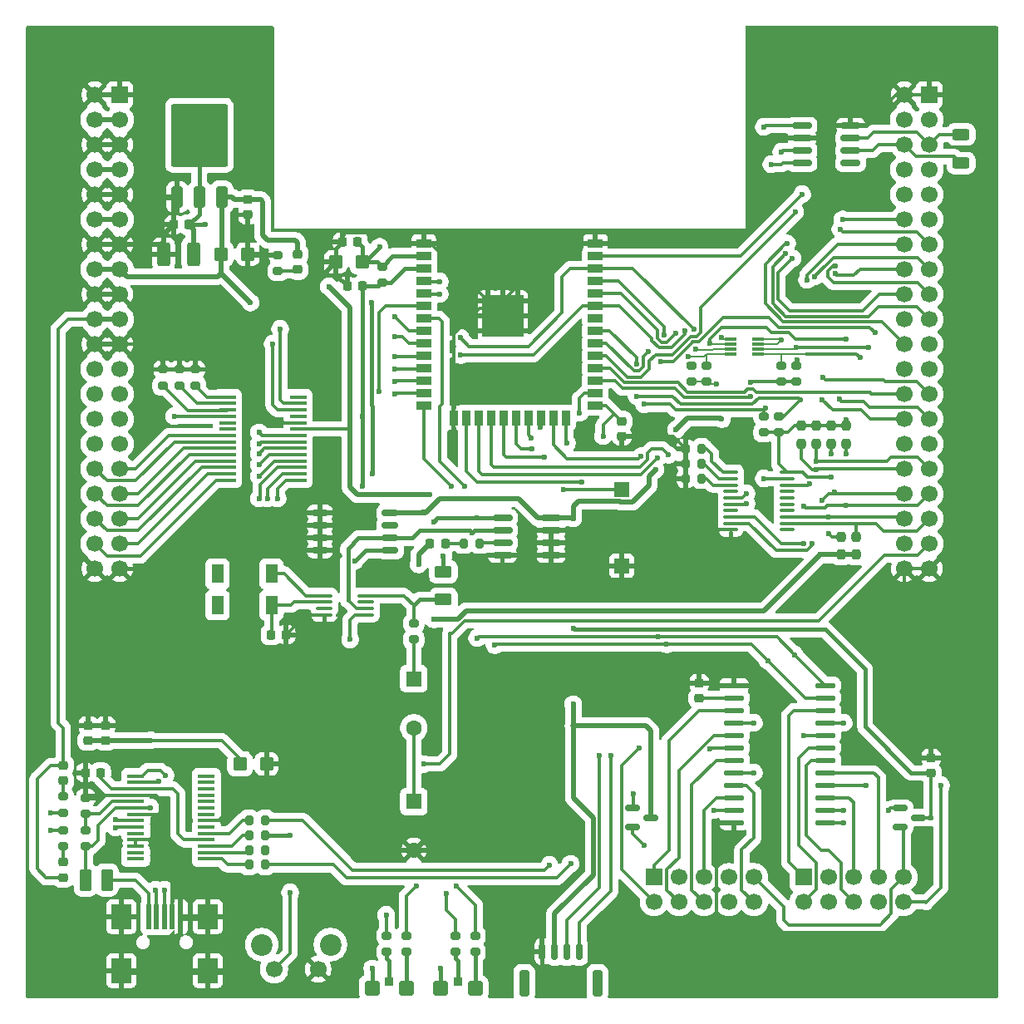
<source format=gtl>
%TF.GenerationSoftware,KiCad,Pcbnew,9.0.5-9.0.5~ubuntu25.04.1*%
%TF.CreationDate,2025-10-12T20:46:25+02:00*%
%TF.ProjectId,CPU,4350552e-6b69-4636-9164-5f7063625858,rev?*%
%TF.SameCoordinates,Original*%
%TF.FileFunction,Copper,L1,Top*%
%TF.FilePolarity,Positive*%
%FSLAX46Y46*%
G04 Gerber Fmt 4.6, Leading zero omitted, Abs format (unit mm)*
G04 Created by KiCad (PCBNEW 9.0.5-9.0.5~ubuntu25.04.1) date 2025-10-12 20:46:25*
%MOMM*%
%LPD*%
G01*
G04 APERTURE LIST*
G04 Aperture macros list*
%AMRoundRect*
0 Rectangle with rounded corners*
0 $1 Rounding radius*
0 $2 $3 $4 $5 $6 $7 $8 $9 X,Y pos of 4 corners*
0 Add a 4 corners polygon primitive as box body*
4,1,4,$2,$3,$4,$5,$6,$7,$8,$9,$2,$3,0*
0 Add four circle primitives for the rounded corners*
1,1,$1+$1,$2,$3*
1,1,$1+$1,$4,$5*
1,1,$1+$1,$6,$7*
1,1,$1+$1,$8,$9*
0 Add four rect primitives between the rounded corners*
20,1,$1+$1,$2,$3,$4,$5,0*
20,1,$1+$1,$4,$5,$6,$7,0*
20,1,$1+$1,$6,$7,$8,$9,0*
20,1,$1+$1,$8,$9,$2,$3,0*%
G04 Aperture macros list end*
%TA.AperFunction,SMDPad,CuDef*%
%ADD10RoundRect,0.225000X0.250000X-0.225000X0.250000X0.225000X-0.250000X0.225000X-0.250000X-0.225000X0*%
%TD*%
%TA.AperFunction,SMDPad,CuDef*%
%ADD11R,1.300000X1.900000*%
%TD*%
%TA.AperFunction,SMDPad,CuDef*%
%ADD12RoundRect,0.200000X0.275000X-0.200000X0.275000X0.200000X-0.275000X0.200000X-0.275000X-0.200000X0*%
%TD*%
%TA.AperFunction,SMDPad,CuDef*%
%ADD13RoundRect,0.250000X0.457500X0.445000X-0.457500X0.445000X-0.457500X-0.445000X0.457500X-0.445000X0*%
%TD*%
%TA.AperFunction,SMDPad,CuDef*%
%ADD14RoundRect,0.250000X0.500000X0.500000X-0.500000X0.500000X-0.500000X-0.500000X0.500000X-0.500000X0*%
%TD*%
%TA.AperFunction,SMDPad,CuDef*%
%ADD15RoundRect,0.225000X0.225000X0.225000X-0.225000X0.225000X-0.225000X-0.225000X0.225000X-0.225000X0*%
%TD*%
%TA.AperFunction,SMDPad,CuDef*%
%ADD16RoundRect,0.250000X0.625000X-0.375000X0.625000X0.375000X-0.625000X0.375000X-0.625000X-0.375000X0*%
%TD*%
%TA.AperFunction,ComponentPad*%
%ADD17R,1.600000X1.600000*%
%TD*%
%TA.AperFunction,ComponentPad*%
%ADD18C,1.600000*%
%TD*%
%TA.AperFunction,SMDPad,CuDef*%
%ADD19RoundRect,0.100000X-0.637500X-0.100000X0.637500X-0.100000X0.637500X0.100000X-0.637500X0.100000X0*%
%TD*%
%TA.AperFunction,SMDPad,CuDef*%
%ADD20RoundRect,0.225000X-0.250000X0.225000X-0.250000X-0.225000X0.250000X-0.225000X0.250000X0.225000X0*%
%TD*%
%TA.AperFunction,SMDPad,CuDef*%
%ADD21R,1.500000X0.900000*%
%TD*%
%TA.AperFunction,SMDPad,CuDef*%
%ADD22R,0.900000X1.500000*%
%TD*%
%TA.AperFunction,SMDPad,CuDef*%
%ADD23R,1.050000X1.050000*%
%TD*%
%TA.AperFunction,HeatsinkPad*%
%ADD24C,0.600000*%
%TD*%
%TA.AperFunction,HeatsinkPad*%
%ADD25R,4.200000X4.200000*%
%TD*%
%TA.AperFunction,SMDPad,CuDef*%
%ADD26RoundRect,0.218750X0.218750X0.256250X-0.218750X0.256250X-0.218750X-0.256250X0.218750X-0.256250X0*%
%TD*%
%TA.AperFunction,SMDPad,CuDef*%
%ADD27RoundRect,0.237500X0.237500X-0.250000X0.237500X0.250000X-0.237500X0.250000X-0.237500X-0.250000X0*%
%TD*%
%TA.AperFunction,ComponentPad*%
%ADD28R,1.700000X1.700000*%
%TD*%
%TA.AperFunction,ComponentPad*%
%ADD29C,1.700000*%
%TD*%
%TA.AperFunction,SMDPad,CuDef*%
%ADD30RoundRect,0.200000X-0.200000X-0.275000X0.200000X-0.275000X0.200000X0.275000X-0.200000X0.275000X0*%
%TD*%
%TA.AperFunction,SMDPad,CuDef*%
%ADD31RoundRect,0.250000X0.350000X-0.850000X0.350000X0.850000X-0.350000X0.850000X-0.350000X-0.850000X0*%
%TD*%
%TA.AperFunction,SMDPad,CuDef*%
%ADD32RoundRect,0.249997X2.650003X-2.950003X2.650003X2.950003X-2.650003X2.950003X-2.650003X-2.950003X0*%
%TD*%
%TA.AperFunction,SMDPad,CuDef*%
%ADD33RoundRect,0.200000X0.200000X0.275000X-0.200000X0.275000X-0.200000X-0.275000X0.200000X-0.275000X0*%
%TD*%
%TA.AperFunction,SMDPad,CuDef*%
%ADD34RoundRect,0.250000X0.625000X-0.312500X0.625000X0.312500X-0.625000X0.312500X-0.625000X-0.312500X0*%
%TD*%
%TA.AperFunction,SMDPad,CuDef*%
%ADD35RoundRect,0.218750X0.256250X-0.218750X0.256250X0.218750X-0.256250X0.218750X-0.256250X-0.218750X0*%
%TD*%
%TA.AperFunction,SMDPad,CuDef*%
%ADD36RoundRect,0.237500X-0.237500X0.250000X-0.237500X-0.250000X0.237500X-0.250000X0.237500X0.250000X0*%
%TD*%
%TA.AperFunction,SMDPad,CuDef*%
%ADD37RoundRect,0.150000X-0.825000X-0.150000X0.825000X-0.150000X0.825000X0.150000X-0.825000X0.150000X0*%
%TD*%
%TA.AperFunction,SMDPad,CuDef*%
%ADD38RoundRect,0.162500X-0.650000X-0.162500X0.650000X-0.162500X0.650000X0.162500X-0.650000X0.162500X0*%
%TD*%
%TA.AperFunction,ComponentPad*%
%ADD39C,2.200000*%
%TD*%
%TA.AperFunction,SMDPad,CuDef*%
%ADD40RoundRect,0.225000X0.225000X0.250000X-0.225000X0.250000X-0.225000X-0.250000X0.225000X-0.250000X0*%
%TD*%
%TA.AperFunction,SMDPad,CuDef*%
%ADD41RoundRect,0.100000X-0.712500X-0.100000X0.712500X-0.100000X0.712500X0.100000X-0.712500X0.100000X0*%
%TD*%
%TA.AperFunction,SMDPad,CuDef*%
%ADD42RoundRect,0.225000X-0.225000X-0.250000X0.225000X-0.250000X0.225000X0.250000X-0.225000X0.250000X0*%
%TD*%
%TA.AperFunction,SMDPad,CuDef*%
%ADD43RoundRect,0.137500X-0.862500X-0.137500X0.862500X-0.137500X0.862500X0.137500X-0.862500X0.137500X0*%
%TD*%
%TA.AperFunction,SMDPad,CuDef*%
%ADD44RoundRect,0.218750X-0.256250X0.218750X-0.256250X-0.218750X0.256250X-0.218750X0.256250X0.218750X0*%
%TD*%
%TA.AperFunction,SMDPad,CuDef*%
%ADD45RoundRect,0.150000X-0.587500X-0.150000X0.587500X-0.150000X0.587500X0.150000X-0.587500X0.150000X0*%
%TD*%
%TA.AperFunction,SMDPad,CuDef*%
%ADD46RoundRect,0.200000X-0.275000X0.200000X-0.275000X-0.200000X0.275000X-0.200000X0.275000X0.200000X0*%
%TD*%
%TA.AperFunction,SMDPad,CuDef*%
%ADD47R,1.500000X1.500000*%
%TD*%
%TA.AperFunction,SMDPad,CuDef*%
%ADD48R,0.500000X2.500000*%
%TD*%
%TA.AperFunction,SMDPad,CuDef*%
%ADD49R,2.000000X2.500000*%
%TD*%
%TA.AperFunction,SMDPad,CuDef*%
%ADD50RoundRect,0.250000X0.375000X0.850000X-0.375000X0.850000X-0.375000X-0.850000X0.375000X-0.850000X0*%
%TD*%
%TA.AperFunction,SMDPad,CuDef*%
%ADD51RoundRect,0.250000X0.420000X0.945000X-0.420000X0.945000X-0.420000X-0.945000X0.420000X-0.945000X0*%
%TD*%
%TA.AperFunction,SMDPad,CuDef*%
%ADD52R,1.750000X0.450000*%
%TD*%
%TA.AperFunction,SMDPad,CuDef*%
%ADD53RoundRect,0.250000X-0.457500X-0.445000X0.457500X-0.445000X0.457500X0.445000X-0.457500X0.445000X0*%
%TD*%
%TA.AperFunction,SMDPad,CuDef*%
%ADD54RoundRect,0.150000X-0.150000X-0.700000X0.150000X-0.700000X0.150000X0.700000X-0.150000X0.700000X0*%
%TD*%
%TA.AperFunction,SMDPad,CuDef*%
%ADD55RoundRect,0.250000X-0.250000X-1.100000X0.250000X-1.100000X0.250000X1.100000X-0.250000X1.100000X0*%
%TD*%
%TA.AperFunction,SMDPad,CuDef*%
%ADD56RoundRect,0.087500X-0.537500X-0.087500X0.537500X-0.087500X0.537500X0.087500X-0.537500X0.087500X0*%
%TD*%
%TA.AperFunction,ViaPad*%
%ADD57C,0.600000*%
%TD*%
%TA.AperFunction,Conductor*%
%ADD58C,0.500000*%
%TD*%
%TA.AperFunction,Conductor*%
%ADD59C,0.350000*%
%TD*%
%TA.AperFunction,Conductor*%
%ADD60C,0.300000*%
%TD*%
%TA.AperFunction,Conductor*%
%ADD61C,0.400000*%
%TD*%
%TA.AperFunction,Conductor*%
%ADD62C,0.200000*%
%TD*%
G04 APERTURE END LIST*
D10*
%TO.P,C601,1*%
%TO.N,+5VD*%
X217678000Y-131090000D03*
%TO.P,C601,2*%
%TO.N,GND*%
X217678000Y-129540000D03*
%TD*%
D11*
%TO.P,Y201,1,1*%
%TO.N,Net-(U203-OSCI)*%
X150500000Y-110800000D03*
%TO.P,Y201,2,2*%
%TO.N,unconnected-(Y201-Pad2)*%
X145000000Y-110800000D03*
%TO.P,Y201,3,3*%
%TO.N,unconnected-(Y201-Pad3)*%
X145000000Y-114000000D03*
%TO.P,Y201,4,4*%
%TO.N,Net-(U203-OSCO)*%
X150500000Y-114000000D03*
%TD*%
D12*
%TO.P,R203,1*%
%TO.N,+3.3V*%
X193294000Y-91249000D03*
%TO.P,R203,2*%
%TO.N,/SCL*%
X193294000Y-89599000D03*
%TD*%
%TO.P,R409,1*%
%TO.N,Net-(U402-CBUS1)*%
X129286000Y-135128000D03*
%TO.P,R409,2*%
%TO.N,Net-(D402-K)*%
X129286000Y-133478000D03*
%TD*%
%TO.P,R219,1*%
%TO.N,+3.3V*%
X202184000Y-96392000D03*
%TO.P,R219,2*%
%TO.N,/SCL1*%
X202184000Y-94742000D03*
%TD*%
D13*
%TO.P,C402,1*%
%TO.N,+3.3V*%
X159750000Y-79000000D03*
%TO.P,C402,2*%
%TO.N,GND*%
X157045000Y-79000000D03*
%TD*%
D10*
%TO.P,C602,1*%
%TO.N,Net-(U601-CEXT)*%
X194056000Y-123470000D03*
%TO.P,C602,2*%
%TO.N,GND*%
X194056000Y-121920000D03*
%TD*%
D14*
%TO.P,D404,1,K1*%
%TO.N,Net-(D404-K1)*%
X171250000Y-153000000D03*
%TO.P,D404,2,A*%
%TO.N,+3.3V*%
X167750000Y-153000000D03*
D15*
%TO.P,D404,3,K2*%
%TO.N,Net-(D404-K2)*%
X169500000Y-152350000D03*
%TD*%
D16*
%TO.P,D201,1,K*%
%TO.N,Net-(D201-K)*%
X168000000Y-113400000D03*
%TO.P,D201,2,A*%
%TO.N,+5VD*%
X168000000Y-110600000D03*
%TD*%
D17*
%TO.P,C201,1*%
%TO.N,Net-(C201-Pad1)*%
X165000000Y-121500000D03*
D18*
%TO.P,C201,2*%
%TO.N,Net-(C201-Pad2)*%
X165000000Y-126500000D03*
%TD*%
D19*
%TO.P,U204,1,A0*%
%TO.N,Net-(U204-A0)*%
X197289500Y-100453000D03*
%TO.P,U204,2,A1*%
%TO.N,Net-(U204-A1)*%
X197289500Y-101103000D03*
%TO.P,U204,3,A2*%
%TO.N,Net-(U204-A2)*%
X197289500Y-101753000D03*
%TO.P,U204,4,~{INT0}*%
%TO.N,unconnected-(U204-~{INT0}-Pad4)*%
X197289500Y-102403000D03*
%TO.P,U204,5,SD0*%
%TO.N,/SDA0-E*%
X197289500Y-103053000D03*
%TO.P,U204,6,SC0*%
%TO.N,/SCL0-E*%
X197289500Y-103703000D03*
%TO.P,U204,7,~{INT1}*%
%TO.N,unconnected-(U204-~{INT1}-Pad7)*%
X197289500Y-104353000D03*
%TO.P,U204,8,SD1*%
%TO.N,/SDA1-E*%
X197289500Y-105003000D03*
%TO.P,U204,9,SC1*%
%TO.N,/SCL1-E*%
X197289500Y-105653000D03*
%TO.P,U204,10,GND*%
%TO.N,GND*%
X197289500Y-106303000D03*
%TO.P,U204,11,~{INT2}*%
%TO.N,unconnected-(U204-~{INT2}-Pad11)*%
X203014500Y-106303000D03*
%TO.P,U204,12,SD2*%
%TO.N,/SDA2-E*%
X203014500Y-105653000D03*
%TO.P,U204,13,SC2*%
%TO.N,/SCL2-E*%
X203014500Y-105003000D03*
%TO.P,U204,14,~{INT3}*%
%TO.N,unconnected-(U204-~{INT3}-Pad14)*%
X203014500Y-104353000D03*
%TO.P,U204,15,SD3*%
%TO.N,unconnected-(U204-SD3-Pad15)*%
X203014500Y-103703000D03*
%TO.P,U204,16,SC3*%
%TO.N,unconnected-(U204-SC3-Pad16)*%
X203014500Y-103053000D03*
%TO.P,U204,17,~{INT}*%
%TO.N,unconnected-(U204-~{INT}-Pad17)*%
X203014500Y-102403000D03*
%TO.P,U204,18,SCL*%
%TO.N,/SCL1*%
X203014500Y-101753000D03*
%TO.P,U204,19,SDA*%
%TO.N,/SDA1*%
X203014500Y-101103000D03*
%TO.P,U204,20,VCC*%
%TO.N,+3.3V*%
X203014500Y-100453000D03*
%TD*%
D20*
%TO.P,C302,1*%
%TO.N,+5VD*%
X148082000Y-72682000D03*
%TO.P,C302,2*%
%TO.N,GND*%
X148082000Y-74232000D03*
%TD*%
D12*
%TO.P,R220,1*%
%TO.N,+3.3V*%
X200660000Y-96392000D03*
%TO.P,R220,2*%
%TO.N,/SDA1*%
X200660000Y-94742000D03*
%TD*%
%TO.P,R401,1*%
%TO.N,/RESET*%
X161750000Y-81150000D03*
%TO.P,R401,2*%
%TO.N,+3.3V*%
X161750000Y-79500000D03*
%TD*%
D21*
%TO.P,U401,1,GND*%
%TO.N,GND*%
X166000000Y-77150000D03*
%TO.P,U401,2,VDD*%
%TO.N,+3.3V*%
X166000000Y-78420000D03*
%TO.P,U401,3,EN*%
%TO.N,/RESET*%
X166000000Y-79690000D03*
%TO.P,U401,4,SENSOR_VP*%
%TO.N,/ESP32 Module/CAN-TX*%
X166000000Y-80960000D03*
%TO.P,U401,5,SENSOR_VN*%
%TO.N,/ESP32 Module/CAN-RX*%
X166000000Y-82230000D03*
%TO.P,U401,6,IO34*%
%TO.N,/IO8*%
X166000000Y-83500000D03*
%TO.P,U401,7,IO35*%
%TO.N,Net-(U401-IO35)*%
X166000000Y-84770000D03*
%TO.P,U401,8,IO32*%
%TO.N,/PWM0*%
X166000000Y-86040000D03*
%TO.P,U401,9,IO33*%
%TO.N,/PWM1*%
X166000000Y-87310000D03*
%TO.P,U401,10,IO25*%
%TO.N,/PWM2*%
X166000000Y-88580000D03*
%TO.P,U401,11,IO26*%
%TO.N,/PWM3*%
X166000000Y-89850000D03*
%TO.P,U401,12,IO27*%
%TO.N,/PWM4*%
X166000000Y-91120000D03*
%TO.P,U401,13,IO14*%
%TO.N,/RW*%
X166000000Y-92390000D03*
%TO.P,U401,14,IO12*%
%TO.N,Net-(U401-IO12)*%
X166000000Y-93660000D03*
D22*
%TO.P,U401,15,GND*%
%TO.N,GND*%
X169040000Y-94910000D03*
%TO.P,U401,16,IO13*%
%TO.N,/E*%
X170310000Y-94910000D03*
%TO.P,U401,17,SHD/SD2*%
%TO.N,/RX2*%
X171580000Y-94910000D03*
%TO.P,U401,18,SWP/SD3*%
%TO.N,/TX2*%
X172850000Y-94910000D03*
%TO.P,U401,19,SCS/CMD*%
%TO.N,/SCS*%
X174120000Y-94910000D03*
%TO.P,U401,20,SCK/CLK*%
%TO.N,/SCK*%
X175390000Y-94910000D03*
%TO.P,U401,21,SDO/SD0*%
%TO.N,/SDO*%
X176660000Y-94910000D03*
%TO.P,U401,22,SDI/SD1*%
%TO.N,/SDI*%
X177930000Y-94910000D03*
%TO.P,U401,23,IO15*%
%TO.N,/RS*%
X179200000Y-94910000D03*
%TO.P,U401,24,IO2*%
%TO.N,Net-(U401-IO2)*%
X180470000Y-94910000D03*
D21*
%TO.P,U401,25,IO0*%
%TO.N,/ESP32 Module/BOOT*%
X183500000Y-93660000D03*
%TO.P,U401,26,IO4*%
%TO.N,Net-(U401-IO4)*%
X183500000Y-92390000D03*
%TO.P,U401,27,IO16*%
%TO.N,/RX1*%
X183500000Y-91120000D03*
%TO.P,U401,28,IO17*%
%TO.N,/TX1*%
X183500000Y-89850000D03*
%TO.P,U401,29,IO5*%
%TO.N,/T2CK*%
X183500000Y-88580000D03*
%TO.P,U401,30,IO18*%
%TO.N,/SDA1*%
X183500000Y-87310000D03*
%TO.P,U401,31,IO19*%
%TO.N,/SCL1*%
X183500000Y-86040000D03*
%TO.P,U401,32,NC*%
%TO.N,unconnected-(U401-NC-Pad32)*%
X183500000Y-84770000D03*
%TO.P,U401,33,IO21*%
%TO.N,/SDA*%
X183500000Y-83500000D03*
%TO.P,U401,34,RXD0/IO3*%
%TO.N,/RX0*%
X183500000Y-82230000D03*
%TO.P,U401,35,TXD0/IO1*%
%TO.N,/TX0*%
X183500000Y-80960000D03*
%TO.P,U401,36,IO22*%
%TO.N,/SCL*%
X183500000Y-79690000D03*
%TO.P,U401,37,IO23*%
%TO.N,/T1CK*%
X183500000Y-78420000D03*
%TO.P,U401,38,GND*%
%TO.N,GND*%
X183500000Y-77150000D03*
D23*
%TO.P,U401,39,GND*%
X172545000Y-82965000D03*
D24*
X172545000Y-83727500D03*
D23*
X172545000Y-84490000D03*
D24*
X172545000Y-85252500D03*
D23*
X172545000Y-86015000D03*
D24*
X173307500Y-82965000D03*
X173307500Y-84490000D03*
X173307500Y-86015000D03*
D23*
X174070000Y-82965000D03*
D24*
X174070000Y-83727500D03*
D23*
X174070000Y-84490000D03*
D25*
X174070000Y-84490000D03*
D24*
X174070000Y-85252500D03*
D23*
X174070000Y-86015000D03*
D24*
X174832500Y-82965000D03*
X174832500Y-84490000D03*
X174832500Y-86015000D03*
D23*
X175595000Y-82965000D03*
D24*
X175595000Y-83727500D03*
D23*
X175595000Y-84490000D03*
D24*
X175595000Y-85252500D03*
D23*
X175595000Y-86015000D03*
%TD*%
D26*
%TO.P,D202,1,K*%
%TO.N,Net-(D202-K)*%
X168199000Y-107696000D03*
%TO.P,D202,2,A*%
%TO.N,+3.3V*%
X166624000Y-107696000D03*
%TD*%
D27*
%TO.P,R217,1*%
%TO.N,+3.3V*%
X210058000Y-108862500D03*
%TO.P,R217,2*%
%TO.N,/SDA2-E*%
X210058000Y-107037500D03*
%TD*%
D28*
%TO.P,J602,1,Pin_1*%
%TO.N,Net-(J602-Pin_1)*%
X189464000Y-141695000D03*
D29*
%TO.P,J602,2,Pin_2*%
%TO.N,Net-(J602-Pin_2)*%
X189464000Y-144235000D03*
%TO.P,J602,3,Pin_3*%
%TO.N,Net-(J601-Pin_3)*%
X192004000Y-141695000D03*
%TO.P,J602,4,Pin_4*%
%TO.N,Net-(J602-Pin_4)*%
X192004000Y-144235000D03*
%TO.P,J602,5,Pin_5*%
%TO.N,Net-(J602-Pin_5)*%
X194544000Y-141695000D03*
%TO.P,J602,6,Pin_6*%
%TO.N,Net-(J602-Pin_6)*%
X194544000Y-144235000D03*
%TO.P,J602,7,Pin_7*%
%TO.N,Net-(J602-Pin_7)*%
X197084000Y-141695000D03*
%TO.P,J602,8,Pin_8*%
%TO.N,Net-(J602-Pin_8)*%
X197084000Y-144235000D03*
%TO.P,J602,9,Pin_9*%
%TO.N,Net-(J601-Pin_9)*%
X199624000Y-141695000D03*
%TO.P,J602,10,Pin_10*%
%TO.N,Net-(J602-Pin_10)*%
X199624000Y-144235000D03*
%TD*%
D12*
%TO.P,R411,1*%
%TO.N,Net-(D403-K2)*%
X162250000Y-149325000D03*
%TO.P,R411,2*%
%TO.N,Net-(U401-IO2)*%
X162250000Y-147675000D03*
%TD*%
D30*
%TO.P,R204,1*%
%TO.N,Net-(D202-K)*%
X170054000Y-107696000D03*
%TO.P,R204,2*%
%TO.N,Net-(U201-O.S.)*%
X171704000Y-107696000D03*
%TD*%
D31*
%TO.P,U301,1,GND*%
%TO.N,GND*%
X140874500Y-72432000D03*
%TO.P,U301,2,VO*%
%TO.N,+3.3V*%
X143154500Y-72432000D03*
D32*
X143154500Y-66132000D03*
D31*
%TO.P,U301,3,VI*%
%TO.N,+5VD*%
X145434500Y-72432000D03*
%TD*%
D12*
%TO.P,R301,1*%
%TO.N,Net-(D301-K)*%
X151162000Y-79957000D03*
%TO.P,R301,2*%
%TO.N,GND*%
X151162000Y-78307000D03*
%TD*%
D33*
%TO.P,R214,1*%
%TO.N,Net-(U204-A0)*%
X194310000Y-98044000D03*
%TO.P,R214,2*%
%TO.N,GND*%
X192660000Y-98044000D03*
%TD*%
D30*
%TO.P,R406,1*%
%TO.N,Net-(U402-RXD)*%
X148210000Y-135890000D03*
%TO.P,R406,2*%
%TO.N,/TX0*%
X149860000Y-135890000D03*
%TD*%
D34*
%TO.P,R410,1*%
%TO.N,/CANL*%
X220726000Y-68965000D03*
%TO.P,R410,2*%
%TO.N,/CANH*%
X220726000Y-66040000D03*
%TD*%
D14*
%TO.P,D403,1,K1*%
%TO.N,Net-(D403-K1)*%
X164250000Y-153000000D03*
%TO.P,D403,2,A*%
%TO.N,+3.3V*%
X160750000Y-153000000D03*
D15*
%TO.P,D403,3,K2*%
%TO.N,Net-(D403-K2)*%
X162500000Y-152350000D03*
%TD*%
D35*
%TO.P,D402,1,K*%
%TO.N,Net-(D402-K)*%
X129286000Y-131877000D03*
%TO.P,D402,2,A*%
%TO.N,+3.3V*%
X129286000Y-130302000D03*
%TD*%
D36*
%TO.P,R209,1*%
%TO.N,+3.3V*%
X205994000Y-95711000D03*
%TO.P,R209,2*%
%TO.N,/SDA0-E*%
X205994000Y-97536000D03*
%TD*%
D37*
%TO.P,U201,1,SDA*%
%TO.N,/SDA-5V*%
X174025000Y-105095000D03*
%TO.P,U201,2,SCL*%
%TO.N,/SCL-5V*%
X174025000Y-106365000D03*
%TO.P,U201,3,O.S.*%
%TO.N,Net-(U201-O.S.)*%
X174025000Y-107635000D03*
%TO.P,U201,4,GND*%
%TO.N,GND*%
X174025000Y-108905000D03*
%TO.P,U201,5,A2*%
X178975000Y-108905000D03*
%TO.P,U201,6,A1*%
X178975000Y-107635000D03*
%TO.P,U201,7,A0*%
X178975000Y-106365000D03*
%TO.P,U201,8,+Vs*%
%TO.N,+5VD*%
X178975000Y-105095000D03*
%TD*%
D38*
%TO.P,U207,1,A0*%
%TO.N,GND*%
X155412500Y-104595000D03*
%TO.P,U207,2,A1*%
X155412500Y-105865000D03*
%TO.P,U207,3,A2*%
X155412500Y-107135000D03*
%TO.P,U207,4,GND*%
X155412500Y-108405000D03*
%TO.P,U207,5,SDA*%
%TO.N,/SDA-5V*%
X162587500Y-108405000D03*
%TO.P,U207,6,SCL*%
%TO.N,/SCL-5V*%
X162587500Y-107135000D03*
%TO.P,U207,7,WP*%
%TO.N,unconnected-(U207-WP-Pad7)*%
X162587500Y-105865000D03*
%TO.P,U207,8,VCC*%
%TO.N,+5VD*%
X162587500Y-104595000D03*
%TD*%
D33*
%TO.P,R218,1*%
%TO.N,Net-(U204-A2)*%
X194310000Y-101092000D03*
%TO.P,R218,2*%
%TO.N,GND*%
X192660000Y-101092000D03*
%TD*%
D30*
%TO.P,R404,1*%
%TO.N,Net-(U402-RTS)*%
X148210000Y-137414000D03*
%TO.P,R404,2*%
%TO.N,/RESET*%
X149860000Y-137414000D03*
%TD*%
D33*
%TO.P,R216,1*%
%TO.N,Net-(U204-A1)*%
X194310000Y-99568000D03*
%TO.P,R216,2*%
%TO.N,GND*%
X192660000Y-99568000D03*
%TD*%
D12*
%TO.P,R413,1*%
%TO.N,Net-(D404-K2)*%
X169250000Y-149325000D03*
%TO.P,R413,2*%
%TO.N,Net-(U401-IO35)*%
X169250000Y-147675000D03*
%TD*%
D36*
%TO.P,R211,1*%
%TO.N,+3.3V*%
X207518000Y-95711000D03*
%TO.P,R211,2*%
%TO.N,/SCL1-E*%
X207518000Y-97536000D03*
%TD*%
D12*
%TO.P,R412,1*%
%TO.N,Net-(D403-K1)*%
X164250000Y-149325000D03*
%TO.P,R412,2*%
%TO.N,Net-(U401-IO4)*%
X164250000Y-147675000D03*
%TD*%
D10*
%TO.P,C405,1*%
%TO.N,+5VD*%
X133604000Y-127788000D03*
%TO.P,C405,2*%
%TO.N,GND*%
X133604000Y-126238000D03*
%TD*%
D20*
%TO.P,C404,1*%
%TO.N,/ESP32 Module/BOOT*%
X186182000Y-95237000D03*
%TO.P,C404,2*%
%TO.N,GND*%
X186182000Y-96787000D03*
%TD*%
D39*
%TO.P,SW102,*%
%TO.N,*%
X156500000Y-148575000D03*
X149500000Y-148575000D03*
D29*
%TO.P,SW102,1,1*%
%TO.N,GND*%
X155250000Y-151075000D03*
%TO.P,SW102,2,2*%
%TO.N,/RESET*%
X150750000Y-151075000D03*
%TD*%
D40*
%TO.P,C401,1*%
%TO.N,/RESET*%
X159750000Y-81500000D03*
%TO.P,C401,2*%
%TO.N,GND*%
X158200000Y-81500000D03*
%TD*%
D41*
%TO.P,U203,1,OSCI*%
%TO.N,Net-(U203-OSCI)*%
X155887500Y-113025000D03*
%TO.P,U203,2,OSCO*%
%TO.N,Net-(U203-OSCO)*%
X155887500Y-113675000D03*
%TO.P,U203,3,~{INT}*%
%TO.N,unconnected-(U203-~{INT}-Pad3)*%
X155887500Y-114325000D03*
%TO.P,U203,4,VSS*%
%TO.N,GND*%
X155887500Y-114975000D03*
%TO.P,U203,5,SDA*%
%TO.N,/SDA-5V*%
X160112500Y-114975000D03*
%TO.P,U203,6,SCL*%
%TO.N,/SCL-5V*%
X160112500Y-114325000D03*
%TO.P,U203,7,CLKO*%
%TO.N,unconnected-(U203-CLKO-Pad7)*%
X160112500Y-113675000D03*
%TO.P,U203,8,VDD*%
%TO.N,Net-(D201-K)*%
X160112500Y-113025000D03*
%TD*%
D42*
%TO.P,C203,1*%
%TO.N,Net-(U203-OSCO)*%
X150450000Y-117000000D03*
%TO.P,C203,2*%
%TO.N,GND*%
X152000000Y-117000000D03*
%TD*%
D43*
%TO.P,U601,1,ADR*%
%TO.N,GND*%
X197627500Y-122174000D03*
%TO.P,U601,2,CEXT*%
%TO.N,Net-(U601-CEXT)*%
X197627500Y-123444000D03*
%TO.P,U601,3,P8*%
%TO.N,Net-(J602-Pin_1)*%
X197627500Y-124714000D03*
%TO.P,U601,4,P7*%
%TO.N,Net-(J602-Pin_8)*%
X197627500Y-125984000D03*
%TO.P,U601,5,P6*%
%TO.N,Net-(J602-Pin_4)*%
X197627500Y-127254000D03*
%TO.P,U601,6,P5*%
%TO.N,Net-(J602-Pin_2)*%
X197627500Y-128524000D03*
%TO.P,U601,7,P4*%
%TO.N,Net-(J602-Pin_6)*%
X197627500Y-129794000D03*
%TO.P,U601,8,P3*%
%TO.N,Net-(J602-Pin_7)*%
X197627500Y-131064000D03*
%TO.P,U601,9,P2*%
%TO.N,Net-(J602-Pin_10)*%
X197627500Y-132334000D03*
%TO.P,U601,10,P1*%
%TO.N,Net-(J602-Pin_5)*%
X197627500Y-133604000D03*
%TO.P,U601,11,MX1*%
%TO.N,Net-(Q602-B)*%
X197627500Y-134874000D03*
%TO.P,U601,12,VSS*%
%TO.N,GND*%
X197627500Y-136144000D03*
%TO.P,U601,13,VCC*%
%TO.N,+5VD*%
X206927500Y-136144000D03*
%TO.P,U601,14,MX2*%
%TO.N,Net-(Q601-B)*%
X206927500Y-134874000D03*
%TO.P,U601,15,P9*%
%TO.N,/SEVEN SEGMENTS/B34*%
X206927500Y-133604000D03*
%TO.P,U601,16,P10*%
%TO.N,/SEVEN SEGMENTS/P34*%
X206927500Y-132334000D03*
%TO.P,U601,17,P11*%
%TO.N,/SEVEN SEGMENTS/A34*%
X206927500Y-131064000D03*
%TO.P,U601,18,P12*%
%TO.N,/SEVEN SEGMENTS/C34*%
X206927500Y-129794000D03*
%TO.P,U601,19,P13*%
%TO.N,/SEVEN SEGMENTS/E34*%
X206927500Y-128524000D03*
%TO.P,U601,20,P14*%
%TO.N,/SEVEN SEGMENTS/D34*%
X206927500Y-127254000D03*
%TO.P,U601,21,P15*%
%TO.N,/SEVEN SEGMENTS/G34*%
X206927500Y-125984000D03*
%TO.P,U601,22,P16*%
%TO.N,/SEVEN SEGMENTS/F34*%
X206927500Y-124714000D03*
%TO.P,U601,23,SDA*%
%TO.N,/SDA-5V*%
X206927500Y-123444000D03*
%TO.P,U601,24,SCL*%
%TO.N,/SCL-5V*%
X206927500Y-122174000D03*
%TD*%
D44*
%TO.P,D401,1,K*%
%TO.N,Net-(D401-K)*%
X129286000Y-140157000D03*
%TO.P,D401,2,A*%
%TO.N,+3.3V*%
X129286000Y-141732000D03*
%TD*%
D45*
%TO.P,Q602,1,B*%
%TO.N,Net-(Q602-B)*%
X187276500Y-134686000D03*
%TO.P,Q602,2,E*%
%TO.N,Net-(J601-Pin_3)*%
X187276500Y-136586000D03*
%TO.P,Q602,3,C*%
%TO.N,+5VD*%
X189151500Y-135636000D03*
%TD*%
%TO.P,Q601,1,B*%
%TO.N,Net-(Q601-B)*%
X214533000Y-134686000D03*
%TO.P,Q601,2,E*%
%TO.N,Net-(J601-Pin_9)*%
X214533000Y-136586000D03*
%TO.P,Q601,3,C*%
%TO.N,+5VD*%
X216408000Y-135636000D03*
%TD*%
D12*
%TO.P,R206,1*%
%TO.N,+5VD*%
X202438000Y-91249000D03*
%TO.P,R206,2*%
%TO.N,/SDA-5V*%
X202438000Y-89599000D03*
%TD*%
D40*
%TO.P,C403,1*%
%TO.N,+3.3V*%
X159250000Y-77000000D03*
%TO.P,C403,2*%
%TO.N,GND*%
X157700000Y-77000000D03*
%TD*%
D46*
%TO.P,R201,1*%
%TO.N,Net-(D201-K)*%
X165000000Y-115850000D03*
%TO.P,R201,2*%
%TO.N,Net-(C201-Pad1)*%
X165000000Y-117500000D03*
%TD*%
D47*
%TO.P,SW101,1,1*%
%TO.N,GND*%
X186182000Y-109982000D03*
%TO.P,SW101,2,2*%
%TO.N,/ESP32 Module/BOOT*%
X186182000Y-102182000D03*
%TD*%
D35*
%TO.P,D301,1,K*%
%TO.N,Net-(D301-K)*%
X153162000Y-79807000D03*
%TO.P,D301,2,A*%
%TO.N,+5VD*%
X153162000Y-78232000D03*
%TD*%
D48*
%TO.P,J101,1,VBUS*%
%TO.N,/ESP32 Module/VCCUSB*%
X138000000Y-145727000D03*
%TO.P,J101,2,D-*%
%TO.N,/ESP32 Module/D-*%
X138800000Y-145727000D03*
%TO.P,J101,3,D+*%
%TO.N,/ESP32 Module/D+*%
X139600000Y-145727000D03*
%TO.P,J101,4,ID*%
%TO.N,GND*%
X140400000Y-145727000D03*
%TO.P,J101,5,GND*%
X141200000Y-145727000D03*
D49*
%TO.P,J101,6,Shield*%
X135200000Y-145727000D03*
X135200000Y-151227000D03*
X144000000Y-145727000D03*
X144000000Y-151227000D03*
%TD*%
D50*
%TO.P,L401,1*%
%TO.N,/ESP32 Module/VCCUSB*%
X133722000Y-141986000D03*
%TO.P,L401,2*%
%TO.N,+5VD*%
X131572000Y-141986000D03*
%TD*%
D51*
%TO.P,C304,1*%
%TO.N,+3.3V*%
X142582000Y-78232000D03*
%TO.P,C304,2*%
%TO.N,GND*%
X139502000Y-78232000D03*
%TD*%
D12*
%TO.P,R210,1*%
%TO.N,Net-(U205-A1)*%
X141097000Y-91630000D03*
%TO.P,R210,2*%
%TO.N,GND*%
X141097000Y-89980000D03*
%TD*%
D27*
%TO.P,R215,1*%
%TO.N,+3.3V*%
X208534000Y-108862500D03*
%TO.P,R215,2*%
%TO.N,/SCL2-E*%
X208534000Y-107037500D03*
%TD*%
D17*
%TO.P,C202,1*%
%TO.N,Net-(C201-Pad2)*%
X165000000Y-134000000D03*
D18*
%TO.P,C202,2*%
%TO.N,GND*%
X165000000Y-139000000D03*
%TD*%
D30*
%TO.P,R405,1*%
%TO.N,Net-(U402-DTR)*%
X148210000Y-138938000D03*
%TO.P,R405,2*%
%TO.N,unconnected-(R405-Pad2)*%
X149860000Y-138938000D03*
%TD*%
D52*
%TO.P,U402,1,TXD*%
%TO.N,Net-(U402-TXD)*%
X143852000Y-139842000D03*
%TO.P,U402,2,DTR*%
%TO.N,Net-(U402-DTR)*%
X143852000Y-139192000D03*
%TO.P,U402,3,RTS*%
%TO.N,Net-(U402-RTS)*%
X143852000Y-138542000D03*
%TO.P,U402,4,VCCIO*%
%TO.N,Net-(U402-3V3OUT)*%
X143852000Y-137892000D03*
%TO.P,U402,5,RXD*%
%TO.N,Net-(U402-RXD)*%
X143852000Y-137242000D03*
%TO.P,U402,6,RI*%
%TO.N,unconnected-(U402-RI-Pad6)*%
X143852000Y-136592000D03*
%TO.P,U402,7,GND*%
%TO.N,GND*%
X143852000Y-135942000D03*
%TO.P,U402,8*%
%TO.N,N/C*%
X143852000Y-135292000D03*
%TO.P,U402,9,DCR*%
%TO.N,unconnected-(U402-DCR-Pad9)*%
X143852000Y-134642000D03*
%TO.P,U402,10,DCD*%
%TO.N,unconnected-(U402-DCD-Pad10)*%
X143852000Y-133992000D03*
%TO.P,U402,11,CTS*%
%TO.N,unconnected-(U402-CTS-Pad11)*%
X143852000Y-133342000D03*
%TO.P,U402,12,CBUS4*%
%TO.N,unconnected-(U402-CBUS4-Pad12)*%
X143852000Y-132692000D03*
%TO.P,U402,13,CBUS2*%
%TO.N,unconnected-(U402-CBUS2-Pad13)*%
X143852000Y-132042000D03*
%TO.P,U402,14,CBUS3*%
%TO.N,unconnected-(U402-CBUS3-Pad14)*%
X143852000Y-131392000D03*
%TO.P,U402,15,USBD+*%
%TO.N,/ESP32 Module/D+*%
X136652000Y-131392000D03*
%TO.P,U402,16,USBD-*%
%TO.N,/ESP32 Module/D-*%
X136652000Y-132042000D03*
%TO.P,U402,17,3V3OUT*%
%TO.N,Net-(U402-3V3OUT)*%
X136652000Y-132692000D03*
%TO.P,U402,18,GND*%
%TO.N,GND*%
X136652000Y-133342000D03*
%TO.P,U402,19,~{RESET}*%
%TO.N,Net-(U402-~{RESET})*%
X136652000Y-133992000D03*
%TO.P,U402,20,VCC*%
%TO.N,+5VD*%
X136652000Y-134642000D03*
%TO.P,U402,21,GND*%
%TO.N,GND*%
X136652000Y-135292000D03*
%TO.P,U402,22,CBUS1*%
%TO.N,Net-(U402-CBUS1)*%
X136652000Y-135942000D03*
%TO.P,U402,23,CBUS0*%
%TO.N,Net-(U402-CBUS0)*%
X136652000Y-136592000D03*
%TO.P,U402,24*%
%TO.N,N/C*%
X136652000Y-137242000D03*
%TO.P,U402,25,AGND*%
%TO.N,GND*%
X136652000Y-137892000D03*
%TO.P,U402,26,TEST*%
X136652000Y-138542000D03*
%TO.P,U402,27,OSCI*%
%TO.N,unconnected-(U402-OSCI-Pad27)*%
X136652000Y-139192000D03*
%TO.P,U402,28,OSCO*%
%TO.N,unconnected-(U402-OSCO-Pad28)*%
X136652000Y-139842000D03*
%TD*%
D12*
%TO.P,R212,1*%
%TO.N,Net-(U205-A0)*%
X142748000Y-91630000D03*
%TO.P,R212,2*%
%TO.N,GND*%
X142748000Y-89980000D03*
%TD*%
D53*
%TO.P,C301,1*%
%TO.N,+5VD*%
X145377000Y-78232000D03*
%TO.P,C301,2*%
%TO.N,GND*%
X148082000Y-78232000D03*
%TD*%
D36*
%TO.P,R208,1*%
%TO.N,+3.3V*%
X204470000Y-95711000D03*
%TO.P,R208,2*%
%TO.N,/SCL0-E*%
X204470000Y-97536000D03*
%TD*%
D52*
%TO.P,U205,1,GPB0*%
%TO.N,/D0*%
X153206000Y-101253000D03*
%TO.P,U205,2,GPB1*%
%TO.N,/D1*%
X153206000Y-100603000D03*
%TO.P,U205,3,GPB2*%
%TO.N,/D2*%
X153206000Y-99953000D03*
%TO.P,U205,4,GPB3*%
%TO.N,/D3*%
X153206000Y-99303000D03*
%TO.P,U205,5,GPB4*%
%TO.N,/D4*%
X153206000Y-98653000D03*
%TO.P,U205,6,GPB5*%
%TO.N,/D5*%
X153206000Y-98003000D03*
%TO.P,U205,7,GPB6*%
%TO.N,/D6*%
X153206000Y-97353000D03*
%TO.P,U205,8,GPB7*%
%TO.N,/D7*%
X153206000Y-96703000D03*
%TO.P,U205,9,VDD*%
%TO.N,+3.3V*%
X153206000Y-96053000D03*
%TO.P,U205,10,VSS*%
%TO.N,GND*%
X153206000Y-95403000D03*
%TO.P,U205,11,NC*%
%TO.N,unconnected-(U205-NC-Pad11)*%
X153206000Y-94753000D03*
%TO.P,U205,12,SCK*%
%TO.N,/SCL*%
X153206000Y-94103000D03*
%TO.P,U205,13,SDA*%
%TO.N,/SDA*%
X153206000Y-93453000D03*
%TO.P,U205,14,NC*%
%TO.N,unconnected-(U205-NC-Pad14)*%
X153206000Y-92803000D03*
%TO.P,U205,15,A0*%
%TO.N,Net-(U205-A0)*%
X146006000Y-92803000D03*
%TO.P,U205,16,A1*%
%TO.N,Net-(U205-A1)*%
X146006000Y-93453000D03*
%TO.P,U205,17,A2*%
%TO.N,Net-(U205-A2)*%
X146006000Y-94103000D03*
%TO.P,U205,18,~{RESET}*%
%TO.N,/RESET*%
X146006000Y-94753000D03*
%TO.P,U205,19,INTB*%
%TO.N,unconnected-(U205-INTB-Pad19)*%
X146006000Y-95403000D03*
%TO.P,U205,20,INTA*%
%TO.N,unconnected-(U205-INTA-Pad20)*%
X146006000Y-96053000D03*
%TO.P,U205,21,GPA0*%
%TO.N,/IO0*%
X146006000Y-96703000D03*
%TO.P,U205,22,GPA1*%
%TO.N,/IO1*%
X146006000Y-97353000D03*
%TO.P,U205,23,GPA2*%
%TO.N,/IO2*%
X146006000Y-98003000D03*
%TO.P,U205,24,GPA3*%
%TO.N,/IO3*%
X146006000Y-98653000D03*
%TO.P,U205,25,GPA4*%
%TO.N,/IO4*%
X146006000Y-99303000D03*
%TO.P,U205,26,GPA5*%
%TO.N,/IO5*%
X146006000Y-99953000D03*
%TO.P,U205,27,GPA6*%
%TO.N,/IO6*%
X146006000Y-100603000D03*
%TO.P,U205,28,GPA7*%
%TO.N,/IO7*%
X146006000Y-101253000D03*
%TD*%
D37*
%TO.P,U403,1,TXD*%
%TO.N,/ESP32 Module/CAN-TX*%
X204535000Y-65151000D03*
%TO.P,U403,2,GND*%
%TO.N,GND*%
X204535000Y-66421000D03*
%TO.P,U403,3,VCC*%
%TO.N,+5VD*%
X204535000Y-67691000D03*
%TO.P,U403,4,RXD*%
%TO.N,/ESP32 Module/CAN-RX*%
X204535000Y-68961000D03*
%TO.P,U403,5,NC*%
%TO.N,unconnected-(U403-NC-Pad5)*%
X209485000Y-68961000D03*
%TO.P,U403,6,CANL*%
%TO.N,/CANL*%
X209485000Y-67691000D03*
%TO.P,U403,7,CANH*%
%TO.N,/CANH*%
X209485000Y-66421000D03*
%TO.P,U403,8,S*%
%TO.N,GND*%
X209485000Y-65151000D03*
%TD*%
D42*
%TO.P,C408,1*%
%TO.N,GND*%
X131546000Y-131064000D03*
%TO.P,C408,2*%
%TO.N,Net-(U402-3V3OUT)*%
X133096000Y-131064000D03*
%TD*%
D54*
%TO.P,J102,1,Pin_1*%
%TO.N,GND*%
X178084000Y-149280000D03*
%TO.P,J102,2,Pin_2*%
%TO.N,+5VD*%
X179334000Y-149280000D03*
%TO.P,J102,3,Pin_3*%
%TO.N,/SCL-5V*%
X180584000Y-149280000D03*
%TO.P,J102,4,Pin_4*%
%TO.N,/SDA-5V*%
X181834000Y-149280000D03*
D55*
%TO.P,J102,MP*%
%TO.N,N/C*%
X176234000Y-152480000D03*
X183684000Y-152480000D03*
%TD*%
D56*
%TO.P,U202,1,GND*%
%TO.N,GND*%
X197228000Y-86880000D03*
%TO.P,U202,2,VREF1*%
%TO.N,+3.3V*%
X197228000Y-87380000D03*
%TO.P,U202,3,SCL1*%
%TO.N,/SCL*%
X197228000Y-87880000D03*
%TO.P,U202,4,SDA1*%
%TO.N,/SDA*%
X197228000Y-88380000D03*
%TO.P,U202,5,SDA2*%
%TO.N,/SDA-5V*%
X200028000Y-88380000D03*
%TO.P,U202,6,SCL2*%
%TO.N,/SCL-5V*%
X200028000Y-87880000D03*
%TO.P,U202,7,VREF2*%
%TO.N,+5VD*%
X200028000Y-87380000D03*
%TO.P,U202,8,EN*%
X200028000Y-86880000D03*
%TD*%
D12*
%TO.P,R207,1*%
%TO.N,Net-(U205-A2)*%
X139446000Y-91630000D03*
%TO.P,R207,2*%
%TO.N,GND*%
X139446000Y-89980000D03*
%TD*%
D10*
%TO.P,C406,1*%
%TO.N,+5VD*%
X131826000Y-127788000D03*
%TO.P,C406,2*%
%TO.N,GND*%
X131826000Y-126238000D03*
%TD*%
D53*
%TO.P,C407,1*%
%TO.N,+5VD*%
X147282000Y-130175000D03*
%TO.P,C407,2*%
%TO.N,GND*%
X149987000Y-130175000D03*
%TD*%
D12*
%TO.P,R414,1*%
%TO.N,Net-(D404-K1)*%
X171250000Y-149325000D03*
%TO.P,R414,2*%
%TO.N,Net-(U401-IO12)*%
X171250000Y-147675000D03*
%TD*%
D28*
%TO.P,J501,1,Pin_1*%
%TO.N,GND*%
X135040000Y-62000000D03*
D29*
%TO.P,J501,2,Pin_2*%
X132500000Y-62000000D03*
%TO.P,J501,3,Pin_3*%
%TO.N,+BATT*%
X135040000Y-64540000D03*
%TO.P,J501,4,Pin_4*%
X132500000Y-64540000D03*
%TO.P,J501,5,Pin_5*%
%TO.N,GND*%
X135040000Y-67080000D03*
%TO.P,J501,6,Pin_6*%
X132500000Y-67080000D03*
%TO.P,J501,7,Pin_7*%
%TO.N,+12V*%
X135040000Y-69620000D03*
%TO.P,J501,8,Pin_8*%
X132500000Y-69620000D03*
%TO.P,J501,9,Pin_9*%
%TO.N,GND*%
X135040000Y-72160000D03*
%TO.P,J501,10,Pin_10*%
X132500000Y-72160000D03*
%TO.P,J501,11,Pin_11*%
%TO.N,+5VA*%
X135040000Y-74700000D03*
%TO.P,J501,12,Pin_12*%
X132500000Y-74700000D03*
%TO.P,J501,13,Pin_13*%
%TO.N,GND*%
X135040000Y-77240000D03*
%TO.P,J501,14,Pin_14*%
X132500000Y-77240000D03*
%TO.P,J501,15,Pin_15*%
%TO.N,+5VD*%
X135040000Y-79780000D03*
%TO.P,J501,16,Pin_16*%
X132500000Y-79780000D03*
%TO.P,J501,17,Pin_17*%
%TO.N,GND*%
X135040000Y-82320000D03*
%TO.P,J501,18,Pin_18*%
X132500000Y-82320000D03*
%TO.P,J501,19,Pin_19*%
%TO.N,+3.3V*%
X135040000Y-84860000D03*
%TO.P,J501,20,Pin_20*%
X132500000Y-84860000D03*
%TO.P,J501,21,Pin_21*%
%TO.N,GND*%
X135040000Y-87400000D03*
%TO.P,J501,22,Pin_22*%
X132500000Y-87400000D03*
%TO.P,J501,23,Pin_23*%
%TO.N,/PWM0*%
X135040000Y-89940000D03*
%TO.P,J501,24,Pin_24*%
%TO.N,/PWM1*%
X132500000Y-89940000D03*
%TO.P,J501,25,Pin_25*%
%TO.N,/PWM2*%
X135040000Y-92480000D03*
%TO.P,J501,26,Pin_26*%
%TO.N,/PWM3*%
X132500000Y-92480000D03*
%TO.P,J501,27,Pin_27*%
%TO.N,/PWM4*%
X135040000Y-95020000D03*
%TO.P,J501,28,Pin_28*%
%TO.N,/CMOS_BUS/INT0*%
X132500000Y-95020000D03*
%TO.P,J501,29,Pin_29*%
%TO.N,/CMOS_BUS/INT1*%
X135040000Y-97560000D03*
%TO.P,J501,30,Pin_30*%
%TO.N,/IO8*%
X132500000Y-97560000D03*
%TO.P,J501,31,Pin_31*%
%TO.N,/IO0*%
X135040000Y-100100000D03*
%TO.P,J501,32,Pin_32*%
%TO.N,/IO1*%
X132500000Y-100100000D03*
%TO.P,J501,33,Pin_33*%
%TO.N,/IO2*%
X135040000Y-102640000D03*
%TO.P,J501,34,Pin_34*%
%TO.N,/IO3*%
X132500000Y-102640000D03*
%TO.P,J501,35,Pin_35*%
%TO.N,/IO4*%
X135040000Y-105180000D03*
%TO.P,J501,36,Pin_36*%
%TO.N,/IO5*%
X132500000Y-105180000D03*
%TO.P,J501,37,Pin_37*%
%TO.N,/IO6*%
X135040000Y-107720000D03*
%TO.P,J501,38,Pin_38*%
%TO.N,/IO7*%
X132500000Y-107720000D03*
%TO.P,J501,39,Pin_39*%
%TO.N,GND*%
X135040000Y-110260000D03*
%TO.P,J501,40,Pin_40*%
X132500000Y-110260000D03*
%TD*%
D46*
%TO.P,R408,1*%
%TO.N,Net-(U402-CBUS0)*%
X129286000Y-136906000D03*
%TO.P,R408,2*%
%TO.N,Net-(D401-K)*%
X129286000Y-138556000D03*
%TD*%
D36*
%TO.P,R213,1*%
%TO.N,+3.3V*%
X209042000Y-95711000D03*
%TO.P,R213,2*%
%TO.N,/SDA1-E*%
X209042000Y-97536000D03*
%TD*%
D28*
%TO.P,J601,1,Pin_1*%
%TO.N,/SEVEN SEGMENTS/F34*%
X204704000Y-141695000D03*
D29*
%TO.P,J601,2,Pin_2*%
%TO.N,/SEVEN SEGMENTS/E34*%
X204704000Y-144235000D03*
%TO.P,J601,3,Pin_3*%
%TO.N,Net-(J601-Pin_3)*%
X207244000Y-141695000D03*
%TO.P,J601,4,Pin_4*%
%TO.N,/SEVEN SEGMENTS/D34*%
X207244000Y-144235000D03*
%TO.P,J601,5,Pin_5*%
%TO.N,/SEVEN SEGMENTS/B34*%
X209784000Y-141695000D03*
%TO.P,J601,6,Pin_6*%
%TO.N,/SEVEN SEGMENTS/C34*%
X209784000Y-144235000D03*
%TO.P,J601,7,Pin_7*%
%TO.N,/SEVEN SEGMENTS/A34*%
X212324000Y-141695000D03*
%TO.P,J601,8,Pin_8*%
%TO.N,/SEVEN SEGMENTS/G34*%
X212324000Y-144235000D03*
%TO.P,J601,9,Pin_9*%
%TO.N,Net-(J601-Pin_9)*%
X214864000Y-141695000D03*
%TO.P,J601,10,Pin_10*%
%TO.N,/SEVEN SEGMENTS/P34*%
X214864000Y-144235000D03*
%TD*%
D12*
%TO.P,R202,1*%
%TO.N,+3.3V*%
X194818000Y-91249000D03*
%TO.P,R202,2*%
%TO.N,/SDA*%
X194818000Y-89599000D03*
%TD*%
%TO.P,R403,1*%
%TO.N,+5VD*%
X131572000Y-138556000D03*
%TO.P,R403,2*%
%TO.N,Net-(U402-~{RESET})*%
X131572000Y-136906000D03*
%TD*%
%TO.P,R402,1*%
%TO.N,Net-(U402-~{RESET})*%
X131572000Y-135254000D03*
%TO.P,R402,2*%
%TO.N,GND*%
X131572000Y-133604000D03*
%TD*%
%TO.P,R205,1*%
%TO.N,+5VD*%
X203962000Y-91249000D03*
%TO.P,R205,2*%
%TO.N,/SCL-5V*%
X203962000Y-89599000D03*
%TD*%
D28*
%TO.P,J502,1,Pin_1*%
%TO.N,GND*%
X217500000Y-62000000D03*
D29*
%TO.P,J502,2,Pin_2*%
X214960000Y-62000000D03*
%TO.P,J502,3,Pin_3*%
%TO.N,/T1CK*%
X217500000Y-64540000D03*
%TO.P,J502,4,Pin_4*%
%TO.N,/T2CK*%
X214960000Y-64540000D03*
%TO.P,J502,5,Pin_5*%
%TO.N,/CANH*%
X217500000Y-67080000D03*
%TO.P,J502,6,Pin_6*%
%TO.N,/CANL*%
X214960000Y-67080000D03*
%TO.P,J502,7,Pin_7*%
%TO.N,/SCK*%
X217500000Y-69620000D03*
%TO.P,J502,8,Pin_8*%
%TO.N,/SDI*%
X214960000Y-69620000D03*
%TO.P,J502,9,Pin_9*%
%TO.N,/SCS*%
X217500000Y-72160000D03*
%TO.P,J502,10,Pin_10*%
%TO.N,/SDO*%
X214960000Y-72160000D03*
%TO.P,J502,11,Pin_11*%
%TO.N,/RETRO*%
X217500000Y-74700000D03*
%TO.P,J502,12,Pin_12*%
%TO.N,/D0*%
X214960000Y-74700000D03*
%TO.P,J502,13,Pin_13*%
%TO.N,/D1*%
X217500000Y-77240000D03*
%TO.P,J502,14,Pin_14*%
%TO.N,/D2*%
X214960000Y-77240000D03*
%TO.P,J502,15,Pin_15*%
%TO.N,/D3*%
X217500000Y-79780000D03*
%TO.P,J502,16,Pin_16*%
%TO.N,/D4*%
X214960000Y-79780000D03*
%TO.P,J502,17,Pin_17*%
%TO.N,/D5*%
X217500000Y-82320000D03*
%TO.P,J502,18,Pin_18*%
%TO.N,/D6*%
X214960000Y-82320000D03*
%TO.P,J502,19,Pin_19*%
%TO.N,/D7*%
X217500000Y-84860000D03*
%TO.P,J502,20,Pin_20*%
%TO.N,/E*%
X214960000Y-84860000D03*
%TO.P,J502,21,Pin_21*%
%TO.N,/RS*%
X217500000Y-87400000D03*
%TO.P,J502,22,Pin_22*%
%TO.N,/RW*%
X214960000Y-87400000D03*
%TO.P,J502,23,Pin_23*%
%TO.N,/CMOS_BUS/UART-RX0*%
X217500000Y-89940000D03*
%TO.P,J502,24,Pin_24*%
%TO.N,/CMOS_BUS/UART-TX0*%
X214960000Y-89940000D03*
%TO.P,J502,25,Pin_25*%
%TO.N,/RX1*%
X217500000Y-92480000D03*
%TO.P,J502,26,Pin_26*%
%TO.N,/TX1*%
X214960000Y-92480000D03*
%TO.P,J502,27,Pin_27*%
%TO.N,/RX2*%
X217500000Y-95020000D03*
%TO.P,J502,28,Pin_28*%
%TO.N,/TX2*%
X214960000Y-95020000D03*
%TO.P,J502,29,Pin_29*%
%TO.N,/CMOS_BUS/UART-RX3*%
X217500000Y-97560000D03*
%TO.P,J502,30,Pin_30*%
%TO.N,/CMOS_BUS/UART-TX3*%
X214960000Y-97560000D03*
%TO.P,J502,31,Pin_31*%
%TO.N,/SDA0-E*%
X217500000Y-100100000D03*
%TO.P,J502,32,Pin_32*%
%TO.N,/SCL0-E*%
X214960000Y-100100000D03*
%TO.P,J502,33,Pin_33*%
%TO.N,/SDA1-E*%
X217500000Y-102640000D03*
%TO.P,J502,34,Pin_34*%
%TO.N,/SCL1-E*%
X214960000Y-102640000D03*
%TO.P,J502,35,Pin_35*%
%TO.N,/SDA2-E*%
X217500000Y-105180000D03*
%TO.P,J502,36,Pin_36*%
%TO.N,/SCL2-E*%
X214960000Y-105180000D03*
%TO.P,J502,37,Pin_37*%
%TO.N,/RESET*%
X217500000Y-107720000D03*
%TO.P,J502,38,Pin_38*%
%TO.N,/IO9*%
X214960000Y-107720000D03*
%TO.P,J502,39,Pin_39*%
%TO.N,GND*%
X217500000Y-110260000D03*
%TO.P,J502,40,Pin_40*%
X214960000Y-110260000D03*
%TD*%
D40*
%TO.P,C303,1*%
%TO.N,+3.3V*%
X142082000Y-75232000D03*
%TO.P,C303,2*%
%TO.N,GND*%
X140532000Y-75232000D03*
%TD*%
D30*
%TO.P,R407,1*%
%TO.N,Net-(U402-TXD)*%
X148210000Y-140444000D03*
%TO.P,R407,2*%
%TO.N,/RX0*%
X149860000Y-140444000D03*
%TD*%
D57*
%TO.N,GND*%
X153797000Y-143256000D03*
X144145000Y-123190000D03*
X191389000Y-101092000D03*
X155448000Y-123317000D03*
X173228000Y-127762000D03*
X139573000Y-72517000D03*
X183007000Y-121920000D03*
X210185000Y-129032000D03*
X173228000Y-134239000D03*
X206121000Y-111633000D03*
X193802000Y-109855000D03*
X178084000Y-146304000D03*
X203835000Y-114173000D03*
X161671000Y-123317000D03*
X175260000Y-79756000D03*
X186944000Y-149987000D03*
X173228000Y-121031000D03*
X207518000Y-119507000D03*
X130429000Y-147447000D03*
X196342000Y-86741000D03*
X132969000Y-120015000D03*
X177800000Y-139000000D03*
X171069000Y-90932000D03*
X147066000Y-143256000D03*
X175768000Y-144653000D03*
X197485000Y-147320000D03*
X183007000Y-109982000D03*
X217043000Y-140081000D03*
X146939000Y-75819000D03*
%TO.N,+5VD*%
X189619120Y-100164943D03*
X181229000Y-116332000D03*
X196372585Y-95043000D03*
X138176000Y-134620000D03*
X191694345Y-96112778D03*
X160782000Y-100584000D03*
X181229000Y-124079000D03*
X168000000Y-109000000D03*
X166000000Y-104500000D03*
X217678000Y-135636000D03*
X148361500Y-83159500D03*
X138176000Y-127762000D03*
X181229000Y-105156000D03*
X199300032Y-91260000D03*
X202438000Y-86958000D03*
X202438000Y-67818000D03*
X208788000Y-136144000D03*
X160655000Y-83185000D03*
%TO.N,+3.3V*%
X143764000Y-75184000D03*
X156337000Y-81534000D03*
X167750000Y-151000000D03*
X166624000Y-102743000D03*
X209042000Y-86868000D03*
X167005000Y-115443000D03*
X206398500Y-108862500D03*
X195834000Y-91440000D03*
X165481000Y-109855000D03*
X209042000Y-95123000D03*
X195137669Y-87319636D03*
X207467119Y-100907496D03*
X160750000Y-151000000D03*
X161500000Y-77500000D03*
%TO.N,/ESP32 Module/BOOT*%
X184277000Y-96774000D03*
X180213000Y-102235000D03*
%TO.N,/ESP32 Module/D+*%
X139700000Y-131318000D03*
X139610003Y-142999756D03*
%TO.N,/ESP32 Module/D-*%
X138684000Y-143002000D03*
X138976000Y-131967000D03*
%TO.N,/PWM4*%
X163068000Y-91186000D03*
%TO.N,/PWM3*%
X163068000Y-89916000D03*
%TO.N,/PWM1*%
X163068000Y-86614000D03*
%TO.N,/PWM0*%
X163068000Y-84582000D03*
%TO.N,/PWM2*%
X163068000Y-88646000D03*
%TO.N,/SCL2-E*%
X207264000Y-106680000D03*
X207264000Y-105003000D03*
%TO.N,/SDO*%
X176949648Y-96930343D03*
%TO.N,/SCL1-E*%
X206578737Y-103335691D03*
X207518000Y-98552000D03*
X205574003Y-107696000D03*
X207824449Y-102510748D03*
%TO.N,/SDA0-E*%
X198882000Y-102616000D03*
X205994000Y-99314000D03*
%TO.N,/SCK*%
X177038000Y-98044000D03*
%TO.N,/T2CK*%
X203835000Y-73914000D03*
%TO.N,/SDI*%
X177863500Y-95887000D03*
%TO.N,/SDA1-E*%
X204724000Y-103886000D03*
X209042000Y-103866000D03*
X204724000Y-107696000D03*
X209042000Y-98552000D03*
%TO.N,/SCS*%
X178308000Y-98933000D03*
%TO.N,/SDA*%
X169765000Y-88519000D03*
X192618657Y-86006506D03*
X151384000Y-85852000D03*
X192957573Y-88681644D03*
%TO.N,/SCL*%
X150622000Y-87376000D03*
X169765000Y-86762709D03*
X193732811Y-87886523D03*
X193022398Y-89529171D03*
X193495992Y-85884523D03*
%TO.N,/T1CK*%
X204560000Y-72136000D03*
%TO.N,/RX0*%
X191697454Y-86273775D03*
X180975000Y-140335000D03*
%TO.N,Net-(U402-CBUS0)*%
X134620000Y-136652000D03*
X128016000Y-136906000D03*
%TO.N,Net-(U402-CBUS1)*%
X128016000Y-135128000D03*
X134620000Y-135801997D03*
%TO.N,/TX0*%
X178816000Y-140462000D03*
X190495555Y-86505015D03*
%TO.N,/SEVEN SEGMENTS/D34*%
X204724000Y-127254000D03*
%TO.N,/SEVEN SEGMENTS/G34*%
X208788000Y-125984000D03*
%TO.N,/SCL1*%
X204397841Y-93054000D03*
X187668000Y-89404687D03*
X205311000Y-101600000D03*
X187706000Y-92710000D03*
%TO.N,/SDA1*%
X188438463Y-93534515D03*
X200660000Y-101092000D03*
X188876630Y-88159675D03*
X200784810Y-93960106D03*
%TO.N,/RX1*%
X199263000Y-92710000D03*
X206629000Y-90805000D03*
%TO.N,/SEVEN SEGMENTS/P34*%
X218694000Y-132334000D03*
X211074000Y-132334000D03*
%TO.N,/ESP32 Module/CAN-RX*%
X201422000Y-69088000D03*
X167640000Y-82296000D03*
%TO.N,Net-(J601-Pin_3)*%
X188468000Y-138430000D03*
%TO.N,/TX2*%
X206596716Y-93047787D03*
X190894139Y-98680752D03*
%TO.N,/ESP32 Module/CAN-TX*%
X167640000Y-81026000D03*
X200660000Y-65278000D03*
%TO.N,/RX2*%
X208317000Y-93024231D03*
X189790519Y-99006554D03*
%TO.N,Net-(J602-Pin_8)*%
X199644000Y-125984000D03*
%TO.N,Net-(J602-Pin_2)*%
X195168298Y-128620298D03*
X187960000Y-128524000D03*
%TO.N,/SCL-5V*%
X171450000Y-117348000D03*
X211328000Y-87757000D03*
X183896000Y-129286000D03*
X203793750Y-119040250D03*
X189865000Y-117209000D03*
X203998689Y-89042000D03*
X170905000Y-106633645D03*
X203993200Y-87742000D03*
%TO.N,/D6*%
X149225000Y-97536000D03*
X203568179Y-78664353D03*
%TO.N,/D4*%
X207894000Y-80242540D03*
X149225000Y-99695000D03*
%TO.N,/D7*%
X149225000Y-96393000D03*
X202848938Y-78211368D03*
%TO.N,/RESET*%
X159766000Y-101854000D03*
X140589000Y-94742000D03*
X152400000Y-137414000D03*
X165989000Y-130175000D03*
X152400000Y-143256000D03*
X159750000Y-94742000D03*
%TO.N,/D2*%
X149225000Y-103124000D03*
X205063880Y-80864652D03*
%TO.N,/RW*%
X163068000Y-92456000D03*
X203018000Y-77143000D03*
%TO.N,/E*%
X182118000Y-101473000D03*
X211963000Y-86233000D03*
X190119000Y-89154000D03*
%TO.N,/D3*%
X205838438Y-80514562D03*
X149225000Y-100838000D03*
%TO.N,/RS*%
X188118002Y-98837633D03*
%TO.N,/D5*%
X149225000Y-98552000D03*
X207894000Y-79427153D03*
%TO.N,/D0*%
X151130000Y-103124000D03*
X208661000Y-74700000D03*
%TO.N,/D1*%
X208444000Y-75690772D03*
X150114000Y-103124000D03*
%TO.N,/IO8*%
X161417000Y-92202000D03*
%TO.N,/SDA-5V*%
X167000000Y-105500000D03*
X190754000Y-117983000D03*
X210439000Y-88773000D03*
X201041000Y-119634000D03*
X171450000Y-105095000D03*
X159000000Y-109500000D03*
X158500000Y-117500000D03*
X185039000Y-129286000D03*
X173228000Y-118073000D03*
%TO.N,Net-(U401-IO2)*%
X162179000Y-145542000D03*
X180595665Y-97479909D03*
%TO.N,Net-(U401-IO4)*%
X181869068Y-94412691D03*
X165227000Y-142621000D03*
%TO.N,Net-(U401-IO35)*%
X170180000Y-101854000D03*
X168275000Y-143383000D03*
%TO.N,Net-(U401-IO12)*%
X169291000Y-142621000D03*
X168783000Y-101854000D03*
%TO.N,Net-(J602-Pin_7)*%
X199644000Y-131064000D03*
%TO.N,Net-(Q601-B)*%
X213360000Y-134874000D03*
X208788000Y-134874000D03*
%TO.N,Net-(Q602-B)*%
X187325000Y-133223000D03*
X195580000Y-134874000D03*
%TO.N,/SCL0-E*%
X205994000Y-100164003D03*
X198882000Y-103632000D03*
%TD*%
D58*
%TO.N,GND*%
X178084000Y-145131000D02*
X182118000Y-141097000D01*
D59*
X186182000Y-109982000D02*
X188470000Y-109982000D01*
X143852000Y-135942000D02*
X145077000Y-135942000D01*
X166000000Y-77150000D02*
X166730000Y-77150000D01*
X206629000Y-66421000D02*
X207899000Y-65151000D01*
X137898182Y-133342000D02*
X136652000Y-133342000D01*
X219964000Y-129540000D02*
X217678000Y-129540000D01*
D58*
X140789500Y-72517000D02*
X140874500Y-72432000D01*
D59*
X217043000Y-147320000D02*
X220472000Y-143891000D01*
X137948182Y-133392000D02*
X137898182Y-133342000D01*
D58*
X133604000Y-126238000D02*
X130810000Y-126238000D01*
X156905000Y-108405000D02*
X155412500Y-108405000D01*
X139573000Y-72517000D02*
X140789500Y-72517000D01*
D59*
X130810000Y-126238000D02*
X131826000Y-126238000D01*
D60*
X150140000Y-95403000D02*
X153206000Y-95403000D01*
X148273000Y-89980000D02*
X148717000Y-90424000D01*
D59*
X209485000Y-65151000D02*
X210947000Y-65151000D01*
D61*
X157045000Y-80345000D02*
X158200000Y-81500000D01*
D59*
X192660000Y-101092000D02*
X192660000Y-105792000D01*
D60*
X142748000Y-89980000D02*
X148273000Y-89980000D01*
D59*
X140400000Y-143318000D02*
X140400000Y-139384000D01*
D58*
X154559000Y-81534000D02*
X152654000Y-81534000D01*
D59*
X220472000Y-143891000D02*
X220472000Y-130048000D01*
X155448000Y-123317000D02*
X155448000Y-133679000D01*
D58*
X148082000Y-78232000D02*
X148082000Y-75819000D01*
D60*
X135040000Y-87400000D02*
X137565000Y-87400000D01*
D59*
X153670000Y-149225000D02*
X153670000Y-143383000D01*
D58*
X178084000Y-149407000D02*
X178084000Y-146304000D01*
D59*
X178975000Y-108905000D02*
X181168000Y-108905000D01*
D58*
X149606000Y-78307000D02*
X149606000Y-80772000D01*
D61*
X153135000Y-105865000D02*
X153000000Y-106000000D01*
D59*
X139192000Y-135382000D02*
X139192000Y-133858000D01*
X138721000Y-135345000D02*
X138774000Y-135292000D01*
X217500000Y-62000000D02*
X214960000Y-62000000D01*
D61*
X153000000Y-105000000D02*
X153000000Y-106000000D01*
D59*
X204535000Y-66421000D02*
X206629000Y-66421000D01*
D61*
X155412500Y-105865000D02*
X153135000Y-105865000D01*
D59*
X171669500Y-83727500D02*
X172545000Y-83727500D01*
X144000000Y-146000000D02*
X144000000Y-151500000D01*
X178975000Y-106365000D02*
X181041000Y-106365000D01*
X136500000Y-111720000D02*
X135040000Y-110260000D01*
D61*
X155412500Y-104595000D02*
X153405000Y-104595000D01*
D59*
X195580000Y-121920000D02*
X194056000Y-121920000D01*
D58*
X149606000Y-78307000D02*
X148162000Y-78307000D01*
D59*
X214960000Y-110260000D02*
X214960000Y-125044000D01*
X181229000Y-107569000D02*
X181229000Y-108966000D01*
D60*
X139446000Y-89281000D02*
X139446000Y-89980000D01*
D59*
X141224000Y-143510000D02*
X141200000Y-143534000D01*
D61*
X153405000Y-104595000D02*
X153000000Y-105000000D01*
D59*
X214098000Y-62000000D02*
X214960000Y-62000000D01*
X137877000Y-135292000D02*
X137930000Y-135345000D01*
D58*
X151162000Y-78307000D02*
X149606000Y-78307000D01*
D59*
X140970000Y-143256000D02*
X141224000Y-143510000D01*
X186182000Y-96787000D02*
X191403000Y-96787000D01*
X141200000Y-146000000D02*
X144000000Y-146000000D01*
D58*
X139502000Y-76962000D02*
X139502000Y-76262000D01*
D59*
X197485000Y-147320000D02*
X217043000Y-147320000D01*
X153000000Y-108370000D02*
X153035000Y-108405000D01*
X195858000Y-136501000D02*
X195858000Y-145693000D01*
D58*
X148082000Y-75819000D02*
X146939000Y-75819000D01*
D59*
X136652000Y-138542000D02*
X136652000Y-137892000D01*
X140400000Y-143318000D02*
X140462000Y-143256000D01*
D58*
X181799000Y-139000000D02*
X182118000Y-139319000D01*
D59*
X138529305Y-135292000D02*
X139102000Y-135292000D01*
D58*
X139224000Y-77240000D02*
X139502000Y-76962000D01*
X157500000Y-133731000D02*
X155500000Y-133731000D01*
D59*
X155250000Y-151075000D02*
X153670000Y-149495000D01*
D58*
X157045000Y-79000000D02*
X157045000Y-79048000D01*
D59*
X140462000Y-143256000D02*
X140970000Y-143256000D01*
D60*
X148717000Y-90424000D02*
X148717000Y-93980000D01*
D58*
X139502000Y-78232000D02*
X139502000Y-76962000D01*
D59*
X149987000Y-130175000D02*
X149987000Y-133731000D01*
X182245000Y-109982000D02*
X181229000Y-108966000D01*
X139102000Y-135292000D02*
X139192000Y-135382000D01*
D58*
X165000000Y-139000000D02*
X177800000Y-139000000D01*
D59*
X153035000Y-108405000D02*
X155412500Y-108405000D01*
X181168000Y-108905000D02*
X181229000Y-108966000D01*
D58*
X130810000Y-126238000D02*
X130302000Y-126746000D01*
D61*
X157045000Y-79000000D02*
X157045000Y-80345000D01*
X153000000Y-106000000D02*
X153000000Y-107000000D01*
X139041000Y-110260000D02*
X135040000Y-110260000D01*
D59*
X183500000Y-77150000D02*
X179885000Y-77150000D01*
D60*
X141097000Y-89980000D02*
X142748000Y-89980000D01*
D59*
X193171000Y-106303000D02*
X192660000Y-105792000D01*
X152000000Y-119869000D02*
X140869000Y-119869000D01*
X207899000Y-65151000D02*
X209485000Y-65151000D01*
D61*
X153135000Y-107135000D02*
X153000000Y-107000000D01*
D59*
X181041000Y-106365000D02*
X181229000Y-106553000D01*
X152000000Y-119869000D02*
X155448000Y-123317000D01*
X192660000Y-99568000D02*
X192660000Y-101092000D01*
X183261000Y-109982000D02*
X186182000Y-109982000D01*
D58*
X178084000Y-146304000D02*
X178084000Y-145131000D01*
D59*
X139192000Y-133858000D02*
X138726000Y-133392000D01*
D58*
X139502000Y-76262000D02*
X140532000Y-75232000D01*
X152654000Y-81534000D02*
X150368000Y-81534000D01*
D59*
X140869000Y-119869000D02*
X136500000Y-115500000D01*
X136500000Y-115500000D02*
X136500000Y-111720000D01*
X197627500Y-122174000D02*
X195834000Y-122174000D01*
X169040000Y-86357000D02*
X171669500Y-83727500D01*
X139192000Y-135382000D02*
X139192000Y-135890000D01*
X136652000Y-133342000D02*
X131834000Y-133342000D01*
X196215000Y-136144000D02*
X195858000Y-136501000D01*
X191403000Y-96787000D02*
X192660000Y-98044000D01*
D58*
X157500000Y-109000000D02*
X156905000Y-108405000D01*
D62*
X196481000Y-86880000D02*
X196342000Y-86741000D01*
D59*
X149352000Y-153035000D02*
X147817000Y-151500000D01*
D58*
X131546000Y-130022000D02*
X131546000Y-131064000D01*
D59*
X138938000Y-137922000D02*
X138908000Y-137892000D01*
X140896000Y-108405000D02*
X153035000Y-108405000D01*
X153670000Y-149495000D02*
X153670000Y-149225000D01*
X136652000Y-135292000D02*
X137877000Y-135292000D01*
X166730000Y-77150000D02*
X172545000Y-82965000D01*
X135200000Y-146000000D02*
X135200000Y-151500000D01*
D61*
X157700000Y-76300000D02*
X158000000Y-76000000D01*
D58*
X165000000Y-139000000D02*
X162769000Y-139000000D01*
D59*
X145077000Y-135942000D02*
X147288000Y-133731000D01*
X153670000Y-143383000D02*
X153797000Y-143256000D01*
X140400000Y-146000000D02*
X140400000Y-143318000D01*
D58*
X132500000Y-87400000D02*
X135040000Y-87400000D01*
X177800000Y-139000000D02*
X181799000Y-139000000D01*
D59*
X220472000Y-130048000D02*
X219964000Y-129540000D01*
X210947000Y-65151000D02*
X214098000Y-62000000D01*
X139192000Y-135890000D02*
X139192000Y-137668000D01*
X131834000Y-133342000D02*
X131572000Y-133604000D01*
D58*
X148082000Y-75819000D02*
X148082000Y-74232000D01*
D61*
X158000000Y-76000000D02*
X162500000Y-76000000D01*
D58*
X157045000Y-79048000D02*
X154559000Y-81534000D01*
X140532000Y-75232000D02*
X140532000Y-72774500D01*
D59*
X197289500Y-106303000D02*
X193171000Y-106303000D01*
X154025000Y-114975000D02*
X152000000Y-117000000D01*
X195858000Y-145693000D02*
X197485000Y-147320000D01*
X135200000Y-151500000D02*
X144000000Y-151500000D01*
X136652000Y-137892000D02*
X138908000Y-137892000D01*
X179885000Y-77150000D02*
X174070000Y-82965000D01*
X214960000Y-110260000D02*
X217500000Y-110260000D01*
X139192000Y-137668000D02*
X138938000Y-137922000D01*
D58*
X194056000Y-121920000D02*
X183007000Y-121920000D01*
X162769000Y-139000000D02*
X157500000Y-133731000D01*
X132500000Y-77240000D02*
X135040000Y-77240000D01*
D59*
X188470000Y-109982000D02*
X192660000Y-105792000D01*
D60*
X137565000Y-87400000D02*
X139446000Y-89281000D01*
D58*
X130302000Y-128778000D02*
X131546000Y-130022000D01*
D59*
X138726000Y-133392000D02*
X137948182Y-133392000D01*
D61*
X152095000Y-116905000D02*
X152000000Y-117000000D01*
D59*
X147817000Y-151500000D02*
X144000000Y-151500000D01*
D58*
X135040000Y-77240000D02*
X139224000Y-77240000D01*
D59*
X155448000Y-133679000D02*
X155500000Y-133731000D01*
D58*
X182118000Y-141097000D02*
X182118000Y-139319000D01*
D59*
X153290000Y-153035000D02*
X149352000Y-153035000D01*
D61*
X157700000Y-77000000D02*
X157700000Y-76300000D01*
D59*
X217678000Y-127762000D02*
X217678000Y-129540000D01*
X181229000Y-106553000D02*
X181229000Y-107569000D01*
D60*
X139446000Y-89980000D02*
X141097000Y-89980000D01*
D59*
X131572000Y-131090000D02*
X131546000Y-131064000D01*
D58*
X132500000Y-62000000D02*
X135040000Y-62000000D01*
X140532000Y-72774500D02*
X140874500Y-72432000D01*
D61*
X157045000Y-79000000D02*
X157045000Y-77655000D01*
D59*
X169040000Y-94910000D02*
X169040000Y-86357000D01*
D61*
X153000000Y-106000000D02*
X153000000Y-108370000D01*
X162500000Y-76000000D02*
X163650000Y-77150000D01*
D59*
X183007000Y-109982000D02*
X183261000Y-109982000D01*
X140400000Y-139384000D02*
X140208000Y-139192000D01*
D61*
X157045000Y-77655000D02*
X157700000Y-77000000D01*
D59*
X195834000Y-122174000D02*
X195580000Y-121920000D01*
X131826000Y-126238000D02*
X133604000Y-126238000D01*
D58*
X132500000Y-82320000D02*
X135040000Y-82320000D01*
D61*
X140896000Y-108405000D02*
X139041000Y-110260000D01*
D59*
X138908000Y-137892000D02*
X140208000Y-139192000D01*
X174025000Y-108905000D02*
X178975000Y-108905000D01*
X214960000Y-125044000D02*
X217678000Y-127762000D01*
X191389000Y-101092000D02*
X192660000Y-101092000D01*
X183007000Y-109982000D02*
X182245000Y-109982000D01*
D58*
X130302000Y-126746000D02*
X130302000Y-128778000D01*
D61*
X163650000Y-77150000D02*
X166000000Y-77150000D01*
D59*
X181163000Y-107635000D02*
X181229000Y-107569000D01*
X137930000Y-135345000D02*
X138721000Y-135345000D01*
D58*
X132500000Y-72160000D02*
X135040000Y-72160000D01*
D59*
X152000000Y-117000000D02*
X152000000Y-119869000D01*
X131572000Y-133604000D02*
X131572000Y-131090000D01*
X192660000Y-98044000D02*
X192660000Y-99568000D01*
D62*
X197228000Y-86880000D02*
X196481000Y-86880000D01*
D61*
X155412500Y-107135000D02*
X153135000Y-107135000D01*
D59*
X155250000Y-151075000D02*
X153290000Y-153035000D01*
D58*
X132500000Y-67080000D02*
X135040000Y-67080000D01*
D59*
X178975000Y-107635000D02*
X181163000Y-107635000D01*
D58*
X149606000Y-80772000D02*
X150368000Y-81534000D01*
D61*
X155412500Y-108405000D02*
X140896000Y-108405000D01*
D58*
X149987000Y-133731000D02*
X147288000Y-133731000D01*
D59*
X141200000Y-143534000D02*
X141200000Y-146000000D01*
D58*
X155500000Y-133731000D02*
X149987000Y-133731000D01*
D59*
X155887500Y-114975000D02*
X154025000Y-114975000D01*
D60*
X148717000Y-93980000D02*
X150140000Y-95403000D01*
D59*
X197627500Y-136144000D02*
X196215000Y-136144000D01*
D61*
%TO.N,+5VD*%
X160655000Y-93599000D02*
X160655000Y-83185000D01*
D58*
X149606000Y-72898000D02*
X149390000Y-72682000D01*
X189151500Y-126794500D02*
X189151500Y-135636000D01*
X135778000Y-80518000D02*
X145034000Y-80518000D01*
D62*
X200028000Y-87380000D02*
X202016000Y-87380000D01*
D58*
X153162000Y-77089000D02*
X152908000Y-76835000D01*
X132500000Y-79780000D02*
X135040000Y-79780000D01*
D59*
X145415000Y-127762000D02*
X147282000Y-129629000D01*
X138176000Y-134620000D02*
X136674000Y-134620000D01*
D62*
X202360000Y-86880000D02*
X202438000Y-86958000D01*
D58*
X185938116Y-103383000D02*
X186050116Y-103495000D01*
X181229000Y-105156000D02*
X181229000Y-103886000D01*
D59*
X132208000Y-138556000D02*
X131572000Y-138556000D01*
X206927500Y-136144000D02*
X208788000Y-136144000D01*
D58*
X145434500Y-72432000D02*
X145434500Y-78174500D01*
D61*
X181356000Y-116459000D02*
X181229000Y-116332000D01*
D59*
X131572000Y-141986000D02*
X131572000Y-138556000D01*
X132842000Y-137922000D02*
X132208000Y-138556000D01*
D58*
X166264000Y-104500000D02*
X167640000Y-103124000D01*
D62*
X200028000Y-86880000D02*
X202360000Y-86880000D01*
D61*
X160782000Y-100584000D02*
X160782000Y-93726000D01*
D58*
X166000000Y-104500000D02*
X166264000Y-104500000D01*
X145434500Y-78174500D02*
X145377000Y-78232000D01*
D59*
X199311032Y-91249000D02*
X199300032Y-91260000D01*
X203962000Y-91249000D02*
X202438000Y-91249000D01*
D58*
X178975000Y-105095000D02*
X181168000Y-105095000D01*
X196372585Y-95043000D02*
X196272585Y-94943000D01*
X187271000Y-103495000D02*
X188947113Y-101818887D01*
X166169000Y-104595000D02*
X166264000Y-104500000D01*
X148361500Y-83159500D02*
X145377000Y-80175000D01*
D61*
X162682500Y-104500000D02*
X162587500Y-104595000D01*
X217678000Y-131090000D02*
X215672000Y-131090000D01*
D59*
X147282000Y-129629000D02*
X147282000Y-130175000D01*
D61*
X215672000Y-131090000D02*
X210947000Y-126365000D01*
D58*
X149390000Y-72682000D02*
X148082000Y-72682000D01*
X150114000Y-76835000D02*
X149606000Y-76327000D01*
D59*
X204535000Y-67691000D02*
X202565000Y-67691000D01*
D61*
X160782000Y-93726000D02*
X160655000Y-93599000D01*
D59*
X202565000Y-67691000D02*
X202438000Y-67818000D01*
X138176000Y-127762000D02*
X145415000Y-127762000D01*
D58*
X181168000Y-105095000D02*
X181229000Y-105156000D01*
X183261000Y-141478000D02*
X179334000Y-145405000D01*
X181229000Y-124079000D02*
X181229000Y-133604000D01*
D59*
X134598000Y-134642000D02*
X132842000Y-136398000D01*
D58*
X138150000Y-127788000D02*
X138176000Y-127762000D01*
D59*
X202438000Y-91249000D02*
X199311032Y-91249000D01*
D58*
X149606000Y-76327000D02*
X149606000Y-72898000D01*
D59*
X136674000Y-134620000D02*
X136652000Y-134642000D01*
D58*
X135040000Y-79780000D02*
X135778000Y-80518000D01*
X181732000Y-103383000D02*
X185938116Y-103383000D01*
X153162000Y-78232000D02*
X153162000Y-77089000D01*
X167640000Y-103124000D02*
X175641000Y-103124000D01*
X183261000Y-135636000D02*
X183261000Y-141478000D01*
X133604000Y-127788000D02*
X138150000Y-127788000D01*
X145377000Y-78232000D02*
X145377000Y-80175000D01*
D62*
X202016000Y-87380000D02*
X202438000Y-86958000D01*
D59*
X217678000Y-135636000D02*
X217678000Y-131090000D01*
D58*
X162587500Y-104595000D02*
X166169000Y-104595000D01*
X188947113Y-100836950D02*
X189619120Y-100164943D01*
D61*
X210947000Y-126365000D02*
X210947000Y-120523000D01*
D58*
X146723000Y-72682000D02*
X146473000Y-72432000D01*
X146473000Y-72432000D02*
X145434500Y-72432000D01*
X181229000Y-133604000D02*
X183261000Y-135636000D01*
X192864123Y-94943000D02*
X191694345Y-96112778D01*
X196272585Y-94943000D02*
X192864123Y-94943000D01*
D61*
X210947000Y-120523000D02*
X206883000Y-116459000D01*
D58*
X188947113Y-101818887D02*
X188947113Y-100836950D01*
D61*
X168000000Y-110600000D02*
X168000000Y-109000000D01*
D58*
X177612000Y-105095000D02*
X178975000Y-105095000D01*
X181229000Y-103886000D02*
X181732000Y-103383000D01*
X175641000Y-103124000D02*
X177612000Y-105095000D01*
X188595000Y-126238000D02*
X189151500Y-126794500D01*
X179334000Y-145405000D02*
X179334000Y-149407000D01*
D61*
X206883000Y-116459000D02*
X181356000Y-116459000D01*
D58*
X186050116Y-103495000D02*
X187271000Y-103495000D01*
D59*
X217678000Y-135636000D02*
X216408000Y-135636000D01*
D58*
X131826000Y-127788000D02*
X133604000Y-127788000D01*
X152908000Y-76835000D02*
X150114000Y-76835000D01*
X145377000Y-80175000D02*
X145034000Y-80518000D01*
X148082000Y-72682000D02*
X146723000Y-72682000D01*
X181211000Y-126238000D02*
X188595000Y-126238000D01*
D59*
X132842000Y-136398000D02*
X132842000Y-137922000D01*
X136652000Y-134642000D02*
X134598000Y-134642000D01*
D58*
%TO.N,+3.3V*%
X165481000Y-109855000D02*
X165481000Y-108839000D01*
D61*
X142082000Y-75232000D02*
X143716000Y-75232000D01*
D59*
X128016000Y-130302000D02*
X126619000Y-131699000D01*
X127508000Y-141732000D02*
X129286000Y-141732000D01*
X207518000Y-95711000D02*
X209042000Y-95711000D01*
X129770000Y-84860000D02*
X128778000Y-85852000D01*
X132500000Y-84860000D02*
X129770000Y-84860000D01*
D61*
X160000000Y-79000000D02*
X161500000Y-77500000D01*
X143154500Y-72432000D02*
X143154500Y-74159500D01*
D58*
X170312472Y-114589000D02*
X200672000Y-114589000D01*
D59*
X128778000Y-125984000D02*
X129286000Y-126492000D01*
X208534000Y-108862500D02*
X210058000Y-108862500D01*
D58*
X159258000Y-102743000D02*
X166624000Y-102743000D01*
D59*
X196332695Y-85725000D02*
X195137669Y-86920026D01*
X202184000Y-99622500D02*
X203014500Y-100453000D01*
D61*
X143154500Y-66132000D02*
X145082000Y-64204500D01*
D59*
X209042000Y-86868000D02*
X203835000Y-86868000D01*
D61*
X161500000Y-77500000D02*
X161250000Y-77750000D01*
D58*
X158496000Y-93091000D02*
X158496000Y-96012000D01*
X158496000Y-90805000D02*
X158496000Y-83693000D01*
D61*
X143154500Y-74159500D02*
X142082000Y-75232000D01*
D59*
X203835000Y-86868000D02*
X203200000Y-86233000D01*
X203755000Y-95711000D02*
X204470000Y-95711000D01*
D61*
X143154500Y-72432000D02*
X143154500Y-66132000D01*
D58*
X158496000Y-93091000D02*
X158496000Y-90805000D01*
D61*
X160750000Y-153000000D02*
X160750000Y-151000000D01*
X145082000Y-64204500D02*
X145082000Y-63732000D01*
D62*
X197228000Y-87380000D02*
X195198033Y-87380000D01*
X195009000Y-91440000D02*
X194818000Y-91249000D01*
D59*
X200914000Y-85725000D02*
X196332695Y-85725000D01*
D58*
X165481000Y-108839000D02*
X166624000Y-107696000D01*
D59*
X204593000Y-100453000D02*
X205047496Y-100907496D01*
X205047496Y-100907496D02*
X207467119Y-100907496D01*
X202184000Y-96392000D02*
X203074000Y-96392000D01*
D61*
X159750000Y-79000000D02*
X161250000Y-79000000D01*
D59*
X129286000Y-126492000D02*
X129286000Y-130302000D01*
X129286000Y-130302000D02*
X128016000Y-130302000D01*
X128778000Y-85852000D02*
X128778000Y-125984000D01*
D58*
X206398500Y-108862500D02*
X210058000Y-108862500D01*
D59*
X200660000Y-96392000D02*
X202184000Y-96392000D01*
X209042000Y-95711000D02*
X209042000Y-95123000D01*
D61*
X159750000Y-79000000D02*
X160000000Y-79000000D01*
D59*
X126619000Y-140843000D02*
X127508000Y-141732000D01*
D58*
X167005000Y-115443000D02*
X169458472Y-115443000D01*
D62*
X195834000Y-91440000D02*
X195009000Y-91440000D01*
X195198033Y-87380000D02*
X195137669Y-87319636D01*
D60*
X153206000Y-96053000D02*
X158455000Y-96053000D01*
D58*
X132500000Y-84860000D02*
X135040000Y-84860000D01*
D61*
X166000000Y-78420000D02*
X162830000Y-78420000D01*
D59*
X158496000Y-102108000D02*
X159131000Y-102743000D01*
X205994000Y-95711000D02*
X207518000Y-95711000D01*
D58*
X158496000Y-96012000D02*
X158496000Y-101981000D01*
D59*
X203200000Y-86233000D02*
X201422000Y-86233000D01*
X202184000Y-96392000D02*
X202184000Y-99622500D01*
X159131000Y-102743000D02*
X159258000Y-102743000D01*
X203074000Y-96392000D02*
X203755000Y-95711000D01*
D61*
X162830000Y-78420000D02*
X161750000Y-79500000D01*
X167750000Y-151000000D02*
X167750000Y-153000000D01*
D58*
X158496000Y-83693000D02*
X156337000Y-81534000D01*
X142582000Y-78232000D02*
X142582000Y-75732000D01*
X158496000Y-101981000D02*
X159258000Y-102743000D01*
D59*
X204470000Y-95711000D02*
X205994000Y-95711000D01*
D58*
X142582000Y-75732000D02*
X142082000Y-75232000D01*
D59*
X126619000Y-131699000D02*
X126619000Y-140843000D01*
X201422000Y-86233000D02*
X200914000Y-85725000D01*
D61*
X159750000Y-77500000D02*
X159250000Y-77000000D01*
X143716000Y-75232000D02*
X143764000Y-75184000D01*
D60*
X158455000Y-96053000D02*
X158496000Y-96012000D01*
D59*
X206398500Y-108862500D02*
X208534000Y-108862500D01*
D61*
X159750000Y-79000000D02*
X159750000Y-77500000D01*
X143154500Y-65659500D02*
X143154500Y-66132000D01*
X161250000Y-79000000D02*
X161750000Y-79500000D01*
D58*
X200672000Y-114589000D02*
X206398500Y-108862500D01*
D59*
X203014500Y-100453000D02*
X204593000Y-100453000D01*
X195137669Y-86920026D02*
X195137669Y-87319636D01*
D62*
X193294000Y-91249000D02*
X194818000Y-91249000D01*
D58*
X169458472Y-115443000D02*
X170312472Y-114589000D01*
D59*
%TO.N,/ESP32 Module/BOOT*%
X180266000Y-102182000D02*
X180213000Y-102235000D01*
X183500000Y-93660000D02*
X184605000Y-93660000D01*
X184277000Y-95631000D02*
X185426500Y-94481500D01*
X184605000Y-93660000D02*
X185426500Y-94481500D01*
X186182000Y-102182000D02*
X180266000Y-102182000D01*
X185426500Y-94481500D02*
X186182000Y-95237000D01*
X184277000Y-96774000D02*
X184277000Y-95631000D01*
%TO.N,Net-(D301-K)*%
X151162000Y-79957000D02*
X153012000Y-79957000D01*
X153012000Y-79957000D02*
X153162000Y-79807000D01*
%TO.N,Net-(C201-Pad2)*%
X165000000Y-126500000D02*
X165000000Y-134000000D01*
%TO.N,Net-(C201-Pad1)*%
X165000000Y-117500000D02*
X165000000Y-121500000D01*
%TO.N,Net-(U203-OSCO)*%
X150500000Y-116950000D02*
X150450000Y-117000000D01*
X150500000Y-114000000D02*
X150500000Y-116950000D01*
X155887500Y-113675000D02*
X152825000Y-113675000D01*
X150500000Y-114000000D02*
X152500000Y-114000000D01*
X152825000Y-113675000D02*
X152500000Y-114000000D01*
%TO.N,Net-(U402-3V3OUT)*%
X140970000Y-137287000D02*
X141575000Y-137892000D01*
X133096000Y-131572000D02*
X134216000Y-132692000D01*
X133096000Y-131064000D02*
X133096000Y-131572000D01*
X134216000Y-132692000D02*
X136652000Y-132692000D01*
X140970000Y-133223000D02*
X140970000Y-137287000D01*
X140439000Y-132692000D02*
X140970000Y-133223000D01*
X136652000Y-132692000D02*
X140439000Y-132692000D01*
X141575000Y-137892000D02*
X143852000Y-137892000D01*
%TO.N,/ESP32 Module/VCCUSB*%
X136652000Y-141986000D02*
X138000000Y-143334000D01*
X138000000Y-143334000D02*
X138000000Y-146000000D01*
X133722000Y-141986000D02*
X136652000Y-141986000D01*
%TO.N,/ESP32 Module/D+*%
X137877000Y-130817000D02*
X137302000Y-131392000D01*
X139600000Y-146000000D02*
X139600000Y-143009759D01*
X139600000Y-143009759D02*
X139610003Y-142999756D01*
X139700000Y-131318000D02*
X139199000Y-130817000D01*
X137302000Y-131392000D02*
X136652000Y-131392000D01*
X139199000Y-130817000D02*
X137877000Y-130817000D01*
%TO.N,/ESP32 Module/D-*%
X138901000Y-132042000D02*
X138976000Y-131967000D01*
X136652000Y-132042000D02*
X138901000Y-132042000D01*
X138800000Y-143118000D02*
X138684000Y-143002000D01*
X138800000Y-146000000D02*
X138800000Y-143118000D01*
%TO.N,/PWM4*%
X163134000Y-91120000D02*
X163068000Y-91186000D01*
X166000000Y-91120000D02*
X163134000Y-91120000D01*
%TO.N,/PWM3*%
X163068000Y-89916000D02*
X165934000Y-89916000D01*
X165934000Y-89916000D02*
X166000000Y-89850000D01*
%TO.N,/PWM1*%
X164526000Y-87310000D02*
X166000000Y-87310000D01*
X163830000Y-86614000D02*
X164526000Y-87310000D01*
X163068000Y-86614000D02*
X163830000Y-86614000D01*
%TO.N,/PWM0*%
X163068000Y-84582000D02*
X164526000Y-86040000D01*
X164526000Y-86040000D02*
X166000000Y-86040000D01*
%TO.N,/PWM2*%
X163068000Y-88646000D02*
X165934000Y-88646000D01*
X165934000Y-88646000D02*
X166000000Y-88580000D01*
%TO.N,/SCL2-E*%
X207264000Y-105003000D02*
X214783000Y-105003000D01*
X207621500Y-107037500D02*
X207264000Y-106680000D01*
X208534000Y-107037500D02*
X207621500Y-107037500D01*
X214783000Y-105003000D02*
X214960000Y-105180000D01*
X203014500Y-105003000D02*
X207264000Y-105003000D01*
%TO.N,Net-(U601-CEXT)*%
X194082000Y-123444000D02*
X194056000Y-123470000D01*
X197627500Y-123444000D02*
X194082000Y-123444000D01*
%TO.N,/SDO*%
X176660000Y-94910000D02*
X176660000Y-96640695D01*
X176660000Y-96640695D02*
X176949648Y-96930343D01*
%TO.N,/SCL1-E*%
X207274428Y-102640000D02*
X206578737Y-103335691D01*
X214960000Y-102640000D02*
X207274428Y-102640000D01*
X197289500Y-105653000D02*
X199125000Y-105653000D01*
X201893000Y-108421000D02*
X205024305Y-108421000D01*
X207518000Y-97536000D02*
X207518000Y-98552000D01*
X199125000Y-105653000D02*
X201893000Y-108421000D01*
X205574003Y-107871302D02*
X205574003Y-107696000D01*
X205024305Y-108421000D02*
X205574003Y-107871302D01*
%TO.N,/SDA0-E*%
X197289500Y-103053000D02*
X198445000Y-103053000D01*
X198445000Y-103053000D02*
X198882000Y-102616000D01*
X205994000Y-97536000D02*
X205994000Y-99314000D01*
X213614000Y-98874000D02*
X216274000Y-98874000D01*
X216274000Y-98874000D02*
X217500000Y-100100000D01*
X213174000Y-99314000D02*
X213614000Y-98874000D01*
X205994000Y-99314000D02*
X213174000Y-99314000D01*
%TO.N,/SCK*%
X175895000Y-98044000D02*
X177038000Y-98044000D01*
X175390000Y-97539000D02*
X175895000Y-98044000D01*
X175390000Y-94910000D02*
X175390000Y-97539000D01*
%TO.N,/SDA2-E*%
X206963695Y-105728000D02*
X207564305Y-105728000D01*
X212079000Y-105653000D02*
X212852000Y-106426000D01*
X216254000Y-106426000D02*
X217500000Y-105180000D01*
X212852000Y-106426000D02*
X216254000Y-106426000D01*
X206888695Y-105653000D02*
X206963695Y-105728000D01*
X203014500Y-105653000D02*
X206888695Y-105653000D01*
X210058000Y-107037500D02*
X210058000Y-105653000D01*
X207564305Y-105728000D02*
X207639305Y-105653000D01*
X210058000Y-105653000D02*
X212079000Y-105653000D01*
X207639305Y-105653000D02*
X210058000Y-105653000D01*
%TO.N,/T2CK*%
X188943000Y-89932810D02*
X188092440Y-90783370D01*
X188092440Y-90783370D02*
X186803370Y-90783370D01*
X184600000Y-88580000D02*
X183500000Y-88580000D01*
X193164828Y-86609523D02*
X191314371Y-88459980D01*
X188943000Y-89118610D02*
X188943000Y-89932810D01*
X193796297Y-86609523D02*
X193164828Y-86609523D01*
X194220992Y-83655008D02*
X194220992Y-86184828D01*
X186803370Y-90783370D02*
X184600000Y-88580000D01*
X191314371Y-88459980D02*
X189601630Y-88459980D01*
X189601630Y-88459980D02*
X188943000Y-89118610D01*
X203835000Y-73914000D02*
X203835000Y-74041000D01*
X194220992Y-86184828D02*
X193796297Y-86609523D01*
X203835000Y-74041000D02*
X194220992Y-83655008D01*
%TO.N,/CANL*%
X220067000Y-68306000D02*
X220726000Y-68965000D01*
X214960000Y-67080000D02*
X216186000Y-68306000D01*
X211709000Y-67691000D02*
X212344000Y-67056000D01*
X212344000Y-67056000D02*
X212368000Y-67080000D01*
X216186000Y-68306000D02*
X220067000Y-68306000D01*
X209485000Y-67691000D02*
X211709000Y-67691000D01*
X212368000Y-67080000D02*
X214960000Y-67080000D01*
%TO.N,/SDA1-E*%
X204724000Y-103886000D02*
X204898691Y-104060691D01*
X209042000Y-97536000D02*
X209042000Y-98552000D01*
X197289500Y-105003000D02*
X199745000Y-105003000D01*
X206879042Y-104060691D02*
X207073733Y-103866000D01*
X207073733Y-103866000D02*
X209042000Y-103866000D01*
X200660000Y-105918000D02*
X202438000Y-107696000D01*
X216274000Y-103866000D02*
X217500000Y-102640000D01*
X204898691Y-104060691D02*
X206879042Y-104060691D01*
X199745000Y-105003000D02*
X200660000Y-105918000D01*
X209042000Y-103866000D02*
X216274000Y-103866000D01*
X202438000Y-107696000D02*
X204724000Y-107696000D01*
%TO.N,/SCS*%
X174120000Y-94910000D02*
X174120000Y-98682000D01*
X174371000Y-98933000D02*
X178308000Y-98933000D01*
X174120000Y-98682000D02*
X174371000Y-98933000D01*
%TO.N,/SDA*%
X191216519Y-87780015D02*
X192618657Y-86377877D01*
X177165000Y-88519000D02*
X169765000Y-88519000D01*
D62*
X197228000Y-88380000D02*
X194830000Y-88380000D01*
D59*
X183566000Y-83566000D02*
X183500000Y-83500000D01*
D60*
X151746000Y-93453000D02*
X151384000Y-93091000D01*
D59*
X183500000Y-83500000D02*
X182184000Y-83500000D01*
D62*
X194818000Y-88392000D02*
X194818000Y-89599000D01*
D59*
X183500000Y-83500000D02*
X185905360Y-83500000D01*
D62*
X194818000Y-88392000D02*
X194528356Y-88681644D01*
D59*
X185905360Y-83500000D02*
X189220555Y-86815193D01*
D60*
X153206000Y-93453000D02*
X151746000Y-93453000D01*
X151384000Y-93091000D02*
X151384000Y-85852000D01*
D59*
X182184000Y-83500000D02*
X177165000Y-88519000D01*
D62*
X194830000Y-88380000D02*
X194818000Y-88392000D01*
X194528356Y-88681644D02*
X192957573Y-88681644D01*
D59*
X189967433Y-87780015D02*
X191216519Y-87780015D01*
X189220555Y-87033138D02*
X189967433Y-87780015D01*
X192618657Y-86377877D02*
X192618657Y-86006506D01*
X189220555Y-86815193D02*
X189220555Y-87033138D01*
D62*
%TO.N,/SCL*%
X193258422Y-89293147D02*
X193022398Y-89529171D01*
D60*
X150622000Y-93599000D02*
X150622000Y-87376000D01*
D59*
X180086000Y-84201000D02*
X176657000Y-87630000D01*
X187301469Y-79690000D02*
X193495992Y-85884523D01*
X183500000Y-79690000D02*
X187301469Y-79690000D01*
D60*
X153206000Y-94103000D02*
X151126000Y-94103000D01*
D59*
X170632291Y-87630000D02*
X169765000Y-86762709D01*
X180086000Y-80518000D02*
X180086000Y-84201000D01*
D62*
X197228000Y-87880000D02*
X195496544Y-87880000D01*
D59*
X176657000Y-87630000D02*
X170632291Y-87630000D01*
D62*
X193815924Y-87969636D02*
X193732811Y-87886523D01*
X193277522Y-89293147D02*
X193258422Y-89293147D01*
X195496544Y-87880000D02*
X195406908Y-87969636D01*
X193294000Y-89309625D02*
X193277522Y-89293147D01*
X193294000Y-89599000D02*
X193294000Y-89309625D01*
D59*
X180914000Y-79690000D02*
X180086000Y-80518000D01*
X183500000Y-79690000D02*
X180914000Y-79690000D01*
D60*
X151126000Y-94103000D02*
X150622000Y-93599000D01*
D62*
X195406908Y-87969636D02*
X193815924Y-87969636D01*
D59*
%TO.N,Net-(U201-O.S.)*%
X171765000Y-107635000D02*
X171704000Y-107696000D01*
X174025000Y-107635000D02*
X171765000Y-107635000D01*
%TO.N,/T1CK*%
X183500000Y-78420000D02*
X198276000Y-78420000D01*
X198276000Y-78420000D02*
X204560000Y-72136000D01*
%TO.N,Net-(U402-~{RESET})*%
X134232000Y-133992000D02*
X132970000Y-135254000D01*
X136652000Y-133992000D02*
X134232000Y-133992000D01*
X131572000Y-136906000D02*
X131572000Y-135254000D01*
X132970000Y-135254000D02*
X131572000Y-135254000D01*
%TO.N,/RX0*%
X189770555Y-85934801D02*
X189770555Y-86805320D01*
X189770555Y-86805320D02*
X190195250Y-87230015D01*
X190741214Y-87230015D02*
X191697454Y-86273775D01*
X186065754Y-82230000D02*
X189770555Y-85934801D01*
X179578000Y-141732000D02*
X180975000Y-140335000D01*
X190195250Y-87230015D02*
X190741214Y-87230015D01*
X149860000Y-140444000D02*
X156827000Y-140444000D01*
X156827000Y-140444000D02*
X158115000Y-141732000D01*
X158115000Y-141732000D02*
X179578000Y-141732000D01*
X183500000Y-82230000D02*
X186065754Y-82230000D01*
%TO.N,Net-(U402-DTR)*%
X147956000Y-139192000D02*
X148210000Y-138938000D01*
X143852000Y-139192000D02*
X147956000Y-139192000D01*
%TO.N,Net-(U402-CBUS0)*%
X128016000Y-136906000D02*
X129286000Y-136906000D01*
X134680000Y-136592000D02*
X134620000Y-136652000D01*
X136652000Y-136592000D02*
X134680000Y-136592000D01*
%TO.N,Net-(D401-K)*%
X129286000Y-138556000D02*
X129286000Y-140157000D01*
%TO.N,/CANH*%
X211201000Y-66421000D02*
X209485000Y-66421000D01*
X217500000Y-67080000D02*
X216206000Y-65786000D01*
X218540000Y-66040000D02*
X217500000Y-67080000D01*
X211836000Y-65786000D02*
X211201000Y-66421000D01*
X216206000Y-65786000D02*
X211836000Y-65786000D01*
X220726000Y-66040000D02*
X218540000Y-66040000D01*
%TO.N,Net-(D402-K)*%
X129286000Y-133478000D02*
X129286000Y-131877000D01*
%TO.N,Net-(U402-CBUS1)*%
X136652000Y-135942000D02*
X134760003Y-135942000D01*
X134760003Y-135942000D02*
X134620000Y-135801997D01*
X128016000Y-135128000D02*
X129286000Y-135128000D01*
%TO.N,/TX0*%
X157988000Y-140208000D02*
X158750000Y-140970000D01*
X183566000Y-81026000D02*
X183500000Y-80960000D01*
X183500000Y-80960000D02*
X185821059Y-80960000D01*
X190495555Y-85634496D02*
X190495555Y-86505015D01*
X149860000Y-135890000D02*
X153670000Y-135890000D01*
X153670000Y-135890000D02*
X157988000Y-140208000D01*
X185821059Y-80960000D02*
X190495555Y-85634496D01*
X167894000Y-140970000D02*
X178308000Y-140970000D01*
X178308000Y-140970000D02*
X178816000Y-140462000D01*
X158750000Y-140970000D02*
X167894000Y-140970000D01*
D58*
%TO.N,+BATT*%
X132500000Y-64540000D02*
X135040000Y-64540000D01*
%TO.N,+5VA*%
X132500000Y-74700000D02*
X135040000Y-74700000D01*
D59*
%TO.N,/SEVEN SEGMENTS/D34*%
X204724000Y-127254000D02*
X206927500Y-127254000D01*
D58*
%TO.N,+12V*%
X132500000Y-69620000D02*
X135040000Y-69620000D01*
D59*
%TO.N,Net-(U203-OSCI)*%
X155887500Y-113025000D02*
X154025000Y-113025000D01*
X154025000Y-113025000D02*
X151800000Y-110800000D01*
X150500000Y-110800000D02*
X151800000Y-110800000D01*
%TO.N,/SEVEN SEGMENTS/G34*%
X206927500Y-125984000D02*
X208788000Y-125984000D01*
%TO.N,/SCL1*%
X202184000Y-94742000D02*
X202709841Y-94742000D01*
X200117305Y-92881000D02*
X204224841Y-92881000D01*
X183500000Y-86040000D02*
X184927796Y-86040000D01*
X204224841Y-92881000D02*
X204397841Y-93054000D01*
X192151000Y-93514000D02*
X196596000Y-93514000D01*
X205158000Y-101753000D02*
X203014500Y-101753000D01*
X205311000Y-101600000D02*
X205158000Y-101753000D01*
X199484305Y-93514000D02*
X200117305Y-92881000D01*
X202709841Y-94742000D02*
X204397841Y-93054000D01*
X187706000Y-92710000D02*
X191347000Y-92710000D01*
X187668000Y-88780204D02*
X187668000Y-89404687D01*
X184927796Y-86040000D02*
X187668000Y-88780204D01*
X191347000Y-92710000D02*
X192151000Y-93514000D01*
X196596000Y-93514000D02*
X199484305Y-93514000D01*
X199563305Y-93435000D02*
X200117305Y-92881000D01*
%TO.N,/SDA1*%
X200660000Y-94084916D02*
X200784810Y-93960106D01*
X191113515Y-93534515D02*
X191643000Y-94064000D01*
X188393000Y-89704992D02*
X188393000Y-88643305D01*
X200671000Y-101103000D02*
X200660000Y-101092000D01*
X203014500Y-101103000D02*
X200671000Y-101103000D01*
X184600000Y-87310000D02*
X187419687Y-90129687D01*
X191643000Y-94064000D02*
X200680916Y-94064000D01*
X187968305Y-90129687D02*
X188393000Y-89704992D01*
X188438463Y-93534515D02*
X191113515Y-93534515D01*
X187419687Y-90129687D02*
X187968305Y-90129687D01*
X183500000Y-87310000D02*
X184600000Y-87310000D01*
X200660000Y-94742000D02*
X200660000Y-94084916D01*
X188393000Y-88643305D02*
X188876630Y-88159675D01*
X200680916Y-94064000D02*
X200784810Y-93960106D01*
%TO.N,Net-(J601-Pin_9)*%
X199624000Y-141695000D02*
X202692000Y-144763000D01*
X212471000Y-146558000D02*
X213614000Y-145415000D01*
X214864000Y-136917000D02*
X214533000Y-136586000D01*
X203200000Y-146558000D02*
X212471000Y-146558000D01*
X213614000Y-142945000D02*
X214864000Y-141695000D01*
X214864000Y-141695000D02*
X214864000Y-136917000D01*
X202692000Y-146050000D02*
X203200000Y-146558000D01*
X202692000Y-144763000D02*
X202692000Y-146050000D01*
X213614000Y-145415000D02*
X213614000Y-142945000D01*
%TO.N,/SEVEN SEGMENTS/E34*%
X205994000Y-140208000D02*
X205994000Y-142945000D01*
X205994000Y-142945000D02*
X204704000Y-144235000D01*
X205232000Y-128524000D02*
X204216000Y-129540000D01*
X206927500Y-128524000D02*
X205232000Y-128524000D01*
X204216000Y-129540000D02*
X204216000Y-138430000D01*
X204216000Y-138430000D02*
X205994000Y-140208000D01*
%TO.N,/SEVEN SEGMENTS/B34*%
X209296000Y-133604000D02*
X206927500Y-133604000D01*
X209784000Y-134092000D02*
X209296000Y-133604000D01*
X209784000Y-141695000D02*
X209784000Y-134092000D01*
%TO.N,/RX1*%
X216206000Y-91186000D02*
X212979000Y-91186000D01*
X183500000Y-91120000D02*
X185469131Y-91120000D01*
X199136000Y-92837000D02*
X199263000Y-92710000D01*
X185469131Y-91120000D02*
X186232501Y-91883370D01*
X217500000Y-92480000D02*
X216206000Y-91186000D01*
X212979000Y-91186000D02*
X212852000Y-91059000D01*
X192532000Y-92837000D02*
X199136000Y-92837000D01*
X191578370Y-91883370D02*
X192532000Y-92837000D01*
X186232501Y-91883370D02*
X191578370Y-91883370D01*
X206883000Y-91059000D02*
X206629000Y-90805000D01*
X212852000Y-91059000D02*
X206883000Y-91059000D01*
%TO.N,/SEVEN SEGMENTS/F34*%
X206927500Y-124714000D02*
X203708000Y-124714000D01*
X203200000Y-140191000D02*
X204704000Y-141695000D01*
X203708000Y-124714000D02*
X203200000Y-125222000D01*
X203200000Y-125222000D02*
X203200000Y-140191000D01*
%TO.N,/SEVEN SEGMENTS/P34*%
X217170000Y-144272000D02*
X217133000Y-144235000D01*
X218694000Y-142748000D02*
X217170000Y-144272000D01*
X218694000Y-132334000D02*
X218694000Y-142748000D01*
X217133000Y-144235000D02*
X214864000Y-144235000D01*
X206927500Y-132334000D02*
X211074000Y-132334000D01*
%TO.N,/ESP32 Module/CAN-RX*%
X202565000Y-68961000D02*
X202438000Y-69088000D01*
X167640000Y-82296000D02*
X166066000Y-82296000D01*
X202438000Y-69088000D02*
X201422000Y-69088000D01*
X204535000Y-68961000D02*
X202565000Y-68961000D01*
X166066000Y-82296000D02*
X166000000Y-82230000D01*
%TO.N,Net-(J601-Pin_3)*%
X187276500Y-136586000D02*
X187276500Y-137238500D01*
X187276500Y-137238500D02*
X188468000Y-138430000D01*
%TO.N,/SEVEN SEGMENTS/C34*%
X204978000Y-137414000D02*
X206502000Y-138938000D01*
X205486000Y-129794000D02*
X204978000Y-130302000D01*
X208534000Y-142985000D02*
X209784000Y-144235000D01*
X206502000Y-138938000D02*
X207264000Y-138938000D01*
X204978000Y-130302000D02*
X204978000Y-137414000D01*
X206927500Y-129794000D02*
X205486000Y-129794000D01*
X208534000Y-140208000D02*
X208534000Y-142985000D01*
X207264000Y-138938000D02*
X208534000Y-140208000D01*
%TO.N,/TX2*%
X188809086Y-99171854D02*
X188809086Y-98499343D01*
X188031940Y-99949000D02*
X188809086Y-99171854D01*
X207655929Y-94107000D02*
X206596716Y-93047787D01*
X188809086Y-98499343D02*
X189227429Y-98081000D01*
X173101000Y-99949000D02*
X188031940Y-99949000D01*
X211479000Y-95020000D02*
X210566000Y-94107000D01*
X214960000Y-95020000D02*
X211479000Y-95020000D01*
X210566000Y-94107000D02*
X207655929Y-94107000D01*
X189227429Y-98081000D02*
X190294387Y-98081000D01*
X172850000Y-94910000D02*
X172850000Y-99698000D01*
X172850000Y-99698000D02*
X173101000Y-99949000D01*
X190294387Y-98081000D02*
X190894139Y-98680752D01*
%TO.N,/ESP32 Module/CAN-TX*%
X200660000Y-65278000D02*
X200787000Y-65151000D01*
X200787000Y-65151000D02*
X204535000Y-65151000D01*
X166066000Y-81026000D02*
X166000000Y-80960000D01*
X167640000Y-81026000D02*
X166066000Y-81026000D01*
%TO.N,/SEVEN SEGMENTS/A34*%
X212324000Y-141695000D02*
X212324000Y-131552000D01*
X211836000Y-131064000D02*
X206927500Y-131064000D01*
X212324000Y-131552000D02*
X211836000Y-131064000D01*
%TO.N,/RX2*%
X210820000Y-93218000D02*
X208510769Y-93218000D01*
X171580000Y-100333000D02*
X171958000Y-100711000D01*
X171580000Y-94910000D02*
X171580000Y-100333000D01*
X211396000Y-93794000D02*
X210820000Y-93218000D01*
X216274000Y-93794000D02*
X211396000Y-93794000D01*
X171958000Y-100711000D02*
X188086073Y-100711000D01*
X188086073Y-100711000D02*
X189790519Y-99006554D01*
X208510769Y-93218000D02*
X208317000Y-93024231D01*
X217500000Y-95020000D02*
X216274000Y-93794000D01*
%TO.N,Net-(J602-Pin_8)*%
X197627500Y-125984000D02*
X199644000Y-125984000D01*
%TO.N,Net-(J602-Pin_2)*%
X195264596Y-128524000D02*
X195168298Y-128620298D01*
X186163000Y-130321000D02*
X187960000Y-128524000D01*
X189464000Y-144235000D02*
X186163000Y-140934000D01*
X197627500Y-128524000D02*
X195264596Y-128524000D01*
X186163000Y-140934000D02*
X186163000Y-130321000D01*
%TO.N,Net-(J602-Pin_4)*%
X190778000Y-140946000D02*
X190778000Y-143009000D01*
X197627500Y-127254000D02*
X195580000Y-127254000D01*
X192024000Y-130810000D02*
X192024000Y-139700000D01*
X195580000Y-127254000D02*
X192024000Y-130810000D01*
X192024000Y-139700000D02*
X190778000Y-140946000D01*
X190778000Y-143009000D02*
X192004000Y-144235000D01*
%TO.N,/TX1*%
X184976948Y-89850000D02*
X186460318Y-91333370D01*
X183500000Y-89850000D02*
X184976948Y-89850000D01*
X192886818Y-92287000D02*
X198660695Y-92287000D01*
X186460318Y-91333370D02*
X191933188Y-91333370D01*
X199907305Y-92329000D02*
X211455000Y-92329000D01*
X191933188Y-91333370D02*
X192886818Y-92287000D01*
X199563305Y-91985000D02*
X199907305Y-92329000D01*
X198660695Y-92287000D02*
X198962695Y-91985000D01*
X211606000Y-92480000D02*
X214960000Y-92480000D01*
X211455000Y-92329000D02*
X211606000Y-92480000D01*
X198962695Y-91985000D02*
X199563305Y-91985000D01*
%TO.N,/SCL-5V*%
X204008200Y-87757000D02*
X203993200Y-87742000D01*
X183896000Y-142748000D02*
X183896000Y-129286000D01*
D61*
X164846000Y-107135000D02*
X165616000Y-106365000D01*
D62*
X200028000Y-87880000D02*
X203855200Y-87880000D01*
D59*
X206927500Y-122174000D02*
X203793750Y-119040250D01*
X160112500Y-114325000D02*
X159124000Y-114325000D01*
D62*
X203993200Y-87852800D02*
X203993200Y-87742000D01*
D59*
X180584000Y-149407000D02*
X180584000Y-146060000D01*
D62*
X203962000Y-87884000D02*
X203993200Y-87852800D01*
D59*
X211328000Y-87757000D02*
X204008200Y-87757000D01*
X201962500Y-117209000D02*
X189865000Y-117209000D01*
D62*
X203962000Y-89599000D02*
X203962000Y-89078689D01*
D61*
X174025000Y-106365000D02*
X171173645Y-106365000D01*
D59*
X189865000Y-117209000D02*
X171589000Y-117209000D01*
X180584000Y-146060000D02*
X183896000Y-142748000D01*
D62*
X203962000Y-89078689D02*
X203998689Y-89042000D01*
D61*
X162587500Y-107135000D02*
X159365000Y-107135000D01*
X170636355Y-106365000D02*
X170905000Y-106633645D01*
D62*
X203855200Y-87880000D02*
X203993200Y-87742000D01*
D61*
X165616000Y-106365000D02*
X170636355Y-106365000D01*
X158299000Y-108201000D02*
X158299000Y-113500000D01*
D59*
X171589000Y-117209000D02*
X171450000Y-117348000D01*
D61*
X162587500Y-107135000D02*
X164846000Y-107135000D01*
D59*
X203793750Y-119040250D02*
X201962500Y-117209000D01*
D61*
X159365000Y-107135000D02*
X158299000Y-108201000D01*
X171173645Y-106365000D02*
X170905000Y-106633645D01*
D59*
X159124000Y-114325000D02*
X158299000Y-113500000D01*
D61*
%TO.N,Net-(D201-K)*%
X165600000Y-113400000D02*
X165000000Y-114000000D01*
D59*
X165000000Y-114000000D02*
X165000000Y-115850000D01*
D61*
X168000000Y-113400000D02*
X165600000Y-113400000D01*
D59*
X160112500Y-113025000D02*
X164025000Y-113025000D01*
X164025000Y-113025000D02*
X165000000Y-114000000D01*
%TO.N,Net-(U204-A1)*%
X197289500Y-101103000D02*
X196099000Y-101103000D01*
X194564000Y-99568000D02*
X194310000Y-99568000D01*
X196099000Y-101103000D02*
X194564000Y-99568000D01*
%TO.N,Net-(U402-TXD)*%
X143852000Y-139842000D02*
X145430000Y-139842000D01*
X146032000Y-140444000D02*
X148210000Y-140444000D01*
X145430000Y-139842000D02*
X146032000Y-140444000D01*
%TO.N,Net-(U204-A0)*%
X195326000Y-99314000D02*
X195326000Y-98552000D01*
X196465000Y-100453000D02*
X195326000Y-99314000D01*
X195326000Y-98552000D02*
X194818000Y-98044000D01*
X194818000Y-98044000D02*
X194310000Y-98044000D01*
X197289500Y-100453000D02*
X196465000Y-100453000D01*
%TO.N,Net-(U402-RXD)*%
X146222000Y-137242000D02*
X147574000Y-135890000D01*
X143852000Y-137242000D02*
X146222000Y-137242000D01*
X147574000Y-135890000D02*
X148210000Y-135890000D01*
%TO.N,Net-(U402-RTS)*%
X147574000Y-137414000D02*
X148210000Y-137414000D01*
X146446000Y-138542000D02*
X147574000Y-137414000D01*
X143852000Y-138542000D02*
X146446000Y-138542000D01*
%TO.N,Net-(U204-A2)*%
X195479000Y-101753000D02*
X197289500Y-101753000D01*
X194310000Y-101092000D02*
X194818000Y-101092000D01*
X194818000Y-101092000D02*
X195479000Y-101753000D01*
D60*
%TO.N,Net-(U205-A2)*%
X146006000Y-94103000D02*
X145932000Y-94177000D01*
X145932000Y-94177000D02*
X141993000Y-94177000D01*
X141993000Y-94177000D02*
X139446000Y-91630000D01*
%TO.N,Net-(U205-A1)*%
X142920000Y-93453000D02*
X141097000Y-91630000D01*
X146006000Y-93453000D02*
X142920000Y-93453000D01*
%TO.N,Net-(U205-A0)*%
X143921000Y-92803000D02*
X142748000Y-91630000D01*
X146006000Y-92803000D02*
X143921000Y-92803000D01*
D59*
%TO.N,Net-(D202-K)*%
X168199000Y-107696000D02*
X170054000Y-107696000D01*
%TO.N,/D6*%
X210735000Y-84032000D02*
X203305906Y-84032000D01*
X202104675Y-82830769D02*
X202104675Y-80127857D01*
X212447000Y-82320000D02*
X210735000Y-84032000D01*
D60*
X149408000Y-97353000D02*
X149225000Y-97536000D01*
D59*
X214960000Y-82320000D02*
X212447000Y-82320000D01*
X202104675Y-80127857D02*
X203568179Y-78664353D01*
X203305906Y-84032000D02*
X202104675Y-82830769D01*
D60*
X153206000Y-97353000D02*
X149408000Y-97353000D01*
D59*
%TO.N,/D4*%
X210439000Y-79780000D02*
X209828000Y-80391000D01*
X214960000Y-79780000D02*
X210439000Y-79780000D01*
X208042460Y-80391000D02*
X207894000Y-80242540D01*
D60*
X150267000Y-98653000D02*
X149225000Y-99695000D01*
X153206000Y-98653000D02*
X150267000Y-98653000D01*
D59*
X209828000Y-80391000D02*
X208042460Y-80391000D01*
%TO.N,/D7*%
X217500000Y-84860000D02*
X216206000Y-83566000D01*
X212344000Y-83566000D02*
X211328000Y-84582000D01*
X211328000Y-84582000D02*
X202865725Y-84582000D01*
D60*
X149535000Y-96703000D02*
X149225000Y-96393000D01*
D59*
X202865725Y-84582000D02*
X201554675Y-83270950D01*
D60*
X153206000Y-96703000D02*
X149535000Y-96703000D01*
D59*
X201554675Y-83270950D02*
X201554675Y-79505631D01*
X201554675Y-79505631D02*
X202848938Y-78211368D01*
X216206000Y-83566000D02*
X212344000Y-83566000D01*
D60*
%TO.N,/RESET*%
X216299000Y-108921000D02*
X212897000Y-108921000D01*
D61*
X159750000Y-81500000D02*
X159750000Y-94742000D01*
D60*
X167640000Y-130175000D02*
X165989000Y-130175000D01*
X212217000Y-109601000D02*
X206248000Y-115570000D01*
D61*
X161400000Y-81500000D02*
X161750000Y-81150000D01*
D60*
X168656000Y-116840000D02*
X168656000Y-129159000D01*
D61*
X164060000Y-79690000D02*
X162600000Y-81150000D01*
D60*
X168656000Y-129159000D02*
X167640000Y-130175000D01*
X146006000Y-94753000D02*
X140600000Y-94753000D01*
X170180000Y-115570000D02*
X168910000Y-116840000D01*
D61*
X159750000Y-101838000D02*
X159766000Y-101854000D01*
D60*
X168910000Y-116840000D02*
X168656000Y-116840000D01*
X206248000Y-115570000D02*
X170180000Y-115570000D01*
X140600000Y-94753000D02*
X140589000Y-94742000D01*
D59*
X150750000Y-151075000D02*
X152400000Y-149425000D01*
D60*
X212897000Y-108921000D02*
X212217000Y-109601000D01*
D61*
X159750000Y-94742000D02*
X159750000Y-101838000D01*
D60*
X217500000Y-107720000D02*
X216299000Y-108921000D01*
D59*
X152400000Y-149425000D02*
X152400000Y-143256000D01*
D61*
X159750000Y-81500000D02*
X161400000Y-81500000D01*
X162600000Y-81150000D02*
X161750000Y-81150000D01*
X152400000Y-137414000D02*
X149860000Y-137414000D01*
X166000000Y-79690000D02*
X164060000Y-79690000D01*
D59*
%TO.N,/D2*%
X214960000Y-77240000D02*
X208156991Y-77240000D01*
X205063880Y-80333111D02*
X205063880Y-80864652D01*
D60*
X153206000Y-99953000D02*
X151126000Y-99953000D01*
X151126000Y-99953000D02*
X149352000Y-101727000D01*
X149352000Y-102997000D02*
X149225000Y-103124000D01*
D59*
X208156991Y-77240000D02*
X205063880Y-80333111D01*
D60*
X149352000Y-101727000D02*
X149352000Y-102997000D01*
D59*
%TO.N,/RW*%
X200787000Y-79248000D02*
X202892000Y-77143000D01*
X166000000Y-92390000D02*
X163134000Y-92390000D01*
X202892000Y-77143000D02*
X203018000Y-77143000D01*
X163134000Y-92390000D02*
X163068000Y-92456000D01*
X214960000Y-87400000D02*
X212693000Y-85133000D01*
X202637493Y-85133000D02*
X200787000Y-83282507D01*
X212693000Y-85133000D02*
X202637493Y-85133000D01*
X200787000Y-83282507D02*
X200787000Y-79248000D01*
%TO.N,/E*%
X211413000Y-85683000D02*
X211963000Y-86233000D01*
X170310000Y-94910000D02*
X170310000Y-100333000D01*
X196477466Y-84709000D02*
X201168000Y-84709000D01*
X171450000Y-101473000D02*
X182118000Y-101473000D01*
X193343737Y-87270175D02*
X193343737Y-87211260D01*
X190119000Y-89154000D02*
X191459912Y-89154000D01*
X193393475Y-87161523D02*
X194024943Y-87161523D01*
X191459912Y-89154000D02*
X193343737Y-87270175D01*
X170310000Y-100333000D02*
X171450000Y-101473000D01*
X201168000Y-84709000D02*
X202142000Y-85683000D01*
X194024943Y-87161523D02*
X196477466Y-84709000D01*
X193280236Y-87274762D02*
X193393475Y-87161523D01*
X202142000Y-85683000D02*
X211413000Y-85683000D01*
%TO.N,/D3*%
X206619000Y-79734000D02*
X206619000Y-79714417D01*
X205838438Y-80514562D02*
X206619000Y-79734000D01*
X206781795Y-79548794D02*
X206617000Y-79713589D01*
X207779417Y-78554000D02*
X216274000Y-78554000D01*
X206619000Y-79714417D02*
X207779417Y-78554000D01*
D60*
X153206000Y-99303000D02*
X150760000Y-99303000D01*
D59*
X217500000Y-79780000D02*
X216274000Y-78554000D01*
X206617000Y-79736000D02*
X205838438Y-80514562D01*
D60*
X150760000Y-99303000D02*
X149733000Y-100330000D01*
D59*
X206617000Y-79713589D02*
X206617000Y-79736000D01*
D60*
X149733000Y-100330000D02*
X149225000Y-100838000D01*
D59*
%TO.N,/RS*%
X179200000Y-94910000D02*
X179200000Y-97666000D01*
X187895635Y-99060000D02*
X188118002Y-98837633D01*
X180594000Y-99060000D02*
X187895635Y-99060000D01*
X179200000Y-97666000D02*
X180594000Y-99060000D01*
%TO.N,/D5*%
X207699235Y-79412000D02*
X207936000Y-79412000D01*
D60*
X153206000Y-98003000D02*
X149774000Y-98003000D01*
X149774000Y-98003000D02*
X149225000Y-98552000D01*
D59*
X207169000Y-80542845D02*
X207169000Y-79942235D01*
X216274000Y-81094000D02*
X207720155Y-81094000D01*
X217500000Y-82320000D02*
X216274000Y-81094000D01*
X207169000Y-79942235D02*
X207699235Y-79412000D01*
X207720155Y-81094000D02*
X207169000Y-80542845D01*
D60*
%TO.N,/D0*%
X151985000Y-101253000D02*
X151130000Y-102108000D01*
D59*
X214960000Y-74700000D02*
X208661000Y-74700000D01*
D60*
X151130000Y-102108000D02*
X151130000Y-103124000D01*
X153206000Y-101253000D02*
X151985000Y-101253000D01*
%TO.N,/D1*%
X153206000Y-100603000D02*
X151619000Y-100603000D01*
D59*
X217500000Y-77240000D02*
X216235347Y-75975347D01*
D60*
X150114000Y-102108000D02*
X150114000Y-103124000D01*
X150368000Y-101854000D02*
X150114000Y-102108000D01*
X151619000Y-100603000D02*
X150368000Y-101854000D01*
D59*
X216235347Y-75975347D02*
X208728575Y-75975347D01*
X208728575Y-75975347D02*
X208444000Y-75690772D01*
%TO.N,/IO6*%
X135040000Y-107720000D02*
X136882000Y-107720000D01*
D60*
X143999000Y-100603000D02*
X136882000Y-107720000D01*
X146006000Y-100603000D02*
X143999000Y-100603000D01*
%TO.N,/IO7*%
X137160000Y-108966000D02*
X144873000Y-101253000D01*
D59*
X132500000Y-107720000D02*
X133746000Y-108966000D01*
D60*
X144873000Y-101253000D02*
X146006000Y-101253000D01*
D59*
X133746000Y-108966000D02*
X137160000Y-108966000D01*
%TO.N,/IO3*%
X133726000Y-103866000D02*
X136926000Y-103866000D01*
X132500000Y-102640000D02*
X133726000Y-103866000D01*
D60*
X142139000Y-98653000D02*
X136926000Y-103866000D01*
X146006000Y-98653000D02*
X142139000Y-98653000D01*
%TO.N,/IO0*%
X140025000Y-96703000D02*
X146006000Y-96703000D01*
X136628000Y-100100000D02*
X140025000Y-96703000D01*
D59*
X136628000Y-100100000D02*
X135040000Y-100100000D01*
D60*
%TO.N,/IO4*%
X142759000Y-99303000D02*
X136882000Y-105180000D01*
X146006000Y-99303000D02*
X142759000Y-99303000D01*
D59*
X136882000Y-105180000D02*
X135040000Y-105180000D01*
%TO.N,/IO2*%
X136882000Y-102640000D02*
X135040000Y-102640000D01*
D60*
X141519000Y-98003000D02*
X136882000Y-102640000D01*
X146006000Y-98003000D02*
X141519000Y-98003000D01*
%TO.N,/IO5*%
X143379000Y-99953000D02*
X136926000Y-106406000D01*
D59*
X132500000Y-105180000D02*
X133726000Y-106406000D01*
D60*
X146006000Y-99953000D02*
X143379000Y-99953000D01*
D59*
X133726000Y-106406000D02*
X136926000Y-106406000D01*
D60*
%TO.N,/IO1*%
X146006000Y-97353000D02*
X140645000Y-97353000D01*
X140645000Y-97353000D02*
X136672000Y-101326000D01*
D59*
X133726000Y-101326000D02*
X132500000Y-100100000D01*
X136672000Y-101326000D02*
X133726000Y-101326000D01*
%TO.N,/IO8*%
X161417000Y-92202000D02*
X161417000Y-84201000D01*
X162118000Y-83500000D02*
X161417000Y-84201000D01*
X166000000Y-83500000D02*
X162118000Y-83500000D01*
%TO.N,/SDA-5V*%
X185039000Y-143129000D02*
X181834000Y-146334000D01*
X209042000Y-88392000D02*
X210058000Y-88392000D01*
D61*
X162587500Y-108405000D02*
X160095000Y-108405000D01*
D59*
X171450000Y-105095000D02*
X171704000Y-105095000D01*
X173318000Y-117983000D02*
X173228000Y-118073000D01*
D62*
X202438000Y-88392000D02*
X204978000Y-88392000D01*
D59*
X190754000Y-117983000D02*
X173318000Y-117983000D01*
X181834000Y-146334000D02*
X181834000Y-149407000D01*
X159025000Y-114975000D02*
X158500000Y-115500000D01*
X201041000Y-119634000D02*
X204851000Y-123444000D01*
X199390000Y-117983000D02*
X201041000Y-119634000D01*
D61*
X174025000Y-105095000D02*
X171450000Y-105095000D01*
D59*
X160112500Y-114975000D02*
X159025000Y-114975000D01*
X210058000Y-88392000D02*
X210439000Y-88773000D01*
X190754000Y-117983000D02*
X199390000Y-117983000D01*
D62*
X200028000Y-88380000D02*
X202426000Y-88380000D01*
X202438000Y-88392000D02*
X202438000Y-89599000D01*
D61*
X171450000Y-105095000D02*
X167405000Y-105095000D01*
D59*
X158500000Y-115500000D02*
X158500000Y-117500000D01*
X204978000Y-88392000D02*
X209042000Y-88392000D01*
X185039000Y-129286000D02*
X185039000Y-143129000D01*
D62*
X202426000Y-88380000D02*
X202438000Y-88392000D01*
D61*
X167405000Y-105095000D02*
X167000000Y-105500000D01*
D59*
X204851000Y-123444000D02*
X206927500Y-123444000D01*
D61*
X160095000Y-108405000D02*
X159000000Y-109500000D01*
%TO.N,Net-(D403-K1)*%
X164250000Y-149325000D02*
X164250000Y-153000000D01*
%TO.N,Net-(D403-K2)*%
X162250000Y-149325000D02*
X162250000Y-150000000D01*
X162500000Y-152350000D02*
X162500000Y-150250000D01*
X162500000Y-150250000D02*
X162250000Y-150000000D01*
D59*
%TO.N,Net-(U401-IO2)*%
X162250000Y-145613000D02*
X162179000Y-145542000D01*
X180470000Y-97354245D02*
X180595665Y-97479909D01*
X180470000Y-94910000D02*
X180470000Y-97354245D01*
X162250000Y-147675000D02*
X162250000Y-145613000D01*
%TO.N,Net-(U401-IO4)*%
X183500000Y-92390000D02*
X182400000Y-92390000D01*
X182400000Y-92390000D02*
X181869068Y-92920932D01*
X164250000Y-147675000D02*
X164250000Y-143598000D01*
X181869068Y-92920932D02*
X181869068Y-94412691D01*
X164250000Y-143598000D02*
X165227000Y-142621000D01*
D61*
%TO.N,Net-(D404-K2)*%
X169500000Y-150250000D02*
X169250000Y-150000000D01*
X169500000Y-152350000D02*
X169500000Y-150250000D01*
X169250000Y-149325000D02*
X169250000Y-150000000D01*
%TO.N,Net-(D404-K1)*%
X171250000Y-149325000D02*
X171250000Y-153000000D01*
D59*
%TO.N,Net-(U401-IO35)*%
X167574000Y-84770000D02*
X167894000Y-85090000D01*
X168275000Y-145034000D02*
X169250000Y-146009000D01*
X167640000Y-99314000D02*
X170180000Y-101854000D01*
X167894000Y-93472000D02*
X167640000Y-93726000D01*
X167640000Y-93726000D02*
X167640000Y-99314000D01*
X168275000Y-143383000D02*
X168275000Y-145034000D01*
X166000000Y-84770000D02*
X167574000Y-84770000D01*
X167894000Y-85090000D02*
X167894000Y-93472000D01*
X169250000Y-146009000D02*
X169250000Y-147675000D01*
%TO.N,Net-(U401-IO12)*%
X166000000Y-93660000D02*
X166000000Y-99071000D01*
X166000000Y-99071000D02*
X168783000Y-101854000D01*
X171250000Y-144580000D02*
X169291000Y-142621000D01*
X171250000Y-147675000D02*
X171250000Y-144580000D01*
%TO.N,Net-(J602-Pin_1)*%
X189464000Y-140482000D02*
X189464000Y-141695000D01*
X194056000Y-124714000D02*
X191008000Y-127762000D01*
X191008000Y-138938000D02*
X189464000Y-140482000D01*
X191008000Y-127762000D02*
X191008000Y-138938000D01*
X197627500Y-124714000D02*
X194056000Y-124714000D01*
%TO.N,Net-(J602-Pin_5)*%
X195834000Y-133604000D02*
X194544000Y-134894000D01*
X197627500Y-133604000D02*
X195834000Y-133604000D01*
X194544000Y-134894000D02*
X194544000Y-141695000D01*
%TO.N,Net-(J602-Pin_10)*%
X198398000Y-143009000D02*
X198398000Y-138914000D01*
X199644000Y-137668000D02*
X199644000Y-133096000D01*
X198882000Y-132334000D02*
X197627500Y-132334000D01*
X199644000Y-133096000D02*
X198882000Y-132334000D01*
X198398000Y-138914000D02*
X199644000Y-137668000D01*
X199624000Y-144235000D02*
X198398000Y-143009000D01*
%TO.N,Net-(J602-Pin_7)*%
X197612000Y-141167000D02*
X197084000Y-141695000D01*
X197627500Y-131064000D02*
X199644000Y-131064000D01*
%TO.N,Net-(J602-Pin_6)*%
X193318000Y-143009000D02*
X194544000Y-144235000D01*
X193318000Y-132310000D02*
X193318000Y-143009000D01*
X197627500Y-129794000D02*
X195834000Y-129794000D01*
X195834000Y-129794000D02*
X193318000Y-132310000D01*
%TO.N,Net-(Q601-B)*%
X214533000Y-134686000D02*
X213548000Y-134686000D01*
X206927500Y-134874000D02*
X208788000Y-134874000D01*
X213548000Y-134686000D02*
X213360000Y-134874000D01*
%TO.N,Net-(Q602-B)*%
X187325000Y-134637500D02*
X187276500Y-134686000D01*
X197627500Y-134874000D02*
X195580000Y-134874000D01*
X187325000Y-133223000D02*
X187325000Y-134637500D01*
%TO.N,/SCL0-E*%
X214960000Y-100100000D02*
X206058003Y-100100000D01*
X205574003Y-100164003D02*
X204470000Y-99060000D01*
X197289500Y-103703000D02*
X198811000Y-103703000D01*
X205994000Y-100164003D02*
X205574003Y-100164003D01*
X206058003Y-100100000D02*
X205994000Y-100164003D01*
X198811000Y-103703000D02*
X198882000Y-103632000D01*
X204470000Y-97536000D02*
X204470000Y-99060000D01*
%TD*%
%TA.AperFunction,Conductor*%
%TO.N,GND*%
G36*
X217350498Y-136478396D02*
G01*
X217354997Y-136478242D01*
X217371618Y-136483786D01*
X217415334Y-136501894D01*
X217540268Y-136526745D01*
X217589304Y-136536499D01*
X217589307Y-136536500D01*
X217589309Y-136536500D01*
X217766688Y-136536500D01*
X217766691Y-136536500D01*
X217770299Y-136535782D01*
X217772229Y-136535954D01*
X217772756Y-136535903D01*
X217772765Y-136536002D01*
X217839888Y-136542003D01*
X217895070Y-136584860D01*
X217918322Y-136650747D01*
X217918500Y-136657397D01*
X217918500Y-142375415D01*
X217898815Y-142442454D01*
X217882181Y-142463096D01*
X216922097Y-143423181D01*
X216860774Y-143456666D01*
X216834416Y-143459500D01*
X216156664Y-143459500D01*
X216089625Y-143439815D01*
X216056346Y-143408386D01*
X216045333Y-143393228D01*
X215970379Y-143290063D01*
X215808937Y-143128621D01*
X215721807Y-143065317D01*
X215679143Y-143009988D01*
X215673164Y-142940374D01*
X215705770Y-142878579D01*
X215721807Y-142864683D01*
X215808937Y-142801379D01*
X215970379Y-142639937D01*
X216104579Y-142455228D01*
X216208231Y-142251799D01*
X216278784Y-142034660D01*
X216284374Y-141999366D01*
X216314500Y-141809162D01*
X216314500Y-141580837D01*
X216278784Y-141355339D01*
X216236784Y-141226078D01*
X216208231Y-141138201D01*
X216208229Y-141138198D01*
X216208229Y-141138196D01*
X216115650Y-140956500D01*
X216104579Y-140934772D01*
X215970379Y-140750063D01*
X215808937Y-140588621D01*
X215799921Y-140582070D01*
X215690614Y-140502652D01*
X215647948Y-140447322D01*
X215639500Y-140402335D01*
X215639500Y-137329730D01*
X215659185Y-137262691D01*
X215675819Y-137242049D01*
X215691834Y-137226034D01*
X215713212Y-137204656D01*
X215805314Y-137055334D01*
X215860499Y-136888797D01*
X215871000Y-136786009D01*
X215870999Y-136660498D01*
X215890683Y-136593460D01*
X215943487Y-136547705D01*
X215994999Y-136536499D01*
X217045502Y-136536499D01*
X217045508Y-136536499D01*
X217051343Y-136535903D01*
X217063395Y-136534671D01*
X217148297Y-136525999D01*
X217285169Y-136480643D01*
X217311504Y-136479738D01*
X217337429Y-136475061D01*
X217350498Y-136478396D01*
G37*
%TD.AperFunction*%
%TA.AperFunction,Conductor*%
G36*
X195900421Y-142536770D02*
G01*
X195914315Y-142552804D01*
X195977621Y-142639937D01*
X196139063Y-142801379D01*
X196139069Y-142801383D01*
X196226191Y-142864683D01*
X196268857Y-142920013D01*
X196274835Y-142989627D01*
X196242228Y-143051421D01*
X196226191Y-143065317D01*
X196139069Y-143128616D01*
X196139060Y-143128623D01*
X195977623Y-143290060D01*
X195977616Y-143290069D01*
X195914317Y-143377191D01*
X195858987Y-143419857D01*
X195789373Y-143425835D01*
X195727579Y-143393228D01*
X195713683Y-143377191D01*
X195662408Y-143306619D01*
X195650379Y-143290063D01*
X195488937Y-143128621D01*
X195401807Y-143065317D01*
X195359143Y-143009988D01*
X195353164Y-142940374D01*
X195385770Y-142878579D01*
X195401807Y-142864683D01*
X195488937Y-142801379D01*
X195650379Y-142639937D01*
X195713682Y-142552807D01*
X195769012Y-142510143D01*
X195838626Y-142504164D01*
X195900421Y-142536770D01*
G37*
%TD.AperFunction*%
%TA.AperFunction,Conductor*%
G36*
X196035401Y-135675217D02*
G01*
X196055450Y-135673062D01*
X196069293Y-135679991D01*
X196084622Y-135682151D01*
X196099897Y-135695311D01*
X196117929Y-135704337D01*
X196125828Y-135717650D01*
X196137556Y-135727754D01*
X196143292Y-135747084D01*
X196153581Y-135764426D01*
X196153311Y-135780850D01*
X196157432Y-135794737D01*
X196152510Y-135829686D01*
X196133825Y-135893999D01*
X196133825Y-135894000D01*
X197503500Y-135894000D01*
X197570539Y-135913685D01*
X197616294Y-135966489D01*
X197627500Y-136018000D01*
X197627500Y-136144000D01*
X197753500Y-136144000D01*
X197820539Y-136163685D01*
X197866294Y-136216489D01*
X197877500Y-136268000D01*
X197877500Y-136918999D01*
X198554372Y-136918999D01*
X198554393Y-136918998D01*
X198590520Y-136916155D01*
X198709905Y-136881471D01*
X198779774Y-136881670D01*
X198838444Y-136919612D01*
X198867288Y-136983250D01*
X198868500Y-137000547D01*
X198868500Y-137295415D01*
X198848815Y-137362454D01*
X198832181Y-137383096D01*
X198361541Y-137853737D01*
X197903648Y-138311630D01*
X197873974Y-138341304D01*
X197795628Y-138419649D01*
X197710764Y-138546656D01*
X197710759Y-138546665D01*
X197652302Y-138687794D01*
X197652300Y-138687802D01*
X197622500Y-138837615D01*
X197622500Y-140174151D01*
X197602815Y-140241190D01*
X197550011Y-140286945D01*
X197480853Y-140296889D01*
X197460182Y-140292082D01*
X197423662Y-140280216D01*
X197198162Y-140244500D01*
X197198157Y-140244500D01*
X196969843Y-140244500D01*
X196969838Y-140244500D01*
X196744339Y-140280215D01*
X196527196Y-140350770D01*
X196323771Y-140454421D01*
X196139061Y-140588622D01*
X195977623Y-140750060D01*
X195977616Y-140750069D01*
X195914317Y-140837191D01*
X195858987Y-140879857D01*
X195789373Y-140885835D01*
X195727579Y-140853228D01*
X195713683Y-140837191D01*
X195658723Y-140761547D01*
X195650379Y-140750063D01*
X195488937Y-140588621D01*
X195479921Y-140582070D01*
X195370614Y-140502652D01*
X195327948Y-140447322D01*
X195319500Y-140402335D01*
X195319500Y-136394000D01*
X196133826Y-136394000D01*
X196175281Y-136536694D01*
X196175281Y-136536695D01*
X196257270Y-136675331D01*
X196257276Y-136675339D01*
X196371160Y-136789223D01*
X196371168Y-136789229D01*
X196509807Y-136871219D01*
X196509810Y-136871220D01*
X196664475Y-136916155D01*
X196664481Y-136916156D01*
X196700616Y-136918999D01*
X197377499Y-136918999D01*
X197377500Y-136918998D01*
X197377500Y-136394000D01*
X196133826Y-136394000D01*
X195319500Y-136394000D01*
X195319500Y-135891419D01*
X195339185Y-135824380D01*
X195391989Y-135778625D01*
X195461147Y-135768681D01*
X195467674Y-135769798D01*
X195491309Y-135774500D01*
X195668693Y-135774500D01*
X195668694Y-135774499D01*
X195726682Y-135762964D01*
X195842658Y-135739896D01*
X195842660Y-135739895D01*
X195842666Y-135739894D01*
X195985983Y-135680530D01*
X196001371Y-135678876D01*
X196015435Y-135672405D01*
X196035401Y-135675217D01*
G37*
%TD.AperFunction*%
%TA.AperFunction,Conductor*%
G36*
X206567099Y-117279185D02*
G01*
X206587741Y-117295819D01*
X210110181Y-120818259D01*
X210143666Y-120879582D01*
X210146500Y-120905940D01*
X210146500Y-126443846D01*
X210177261Y-126598489D01*
X210177264Y-126598501D01*
X210237602Y-126744172D01*
X210237609Y-126744185D01*
X210325210Y-126875288D01*
X210325213Y-126875292D01*
X215161707Y-131711786D01*
X215161711Y-131711789D01*
X215292814Y-131799390D01*
X215292827Y-131799397D01*
X215438025Y-131859539D01*
X215438503Y-131859737D01*
X215573411Y-131886572D01*
X215593153Y-131890499D01*
X215593156Y-131890500D01*
X215593158Y-131890500D01*
X215750842Y-131890500D01*
X216778500Y-131890500D01*
X216845539Y-131910185D01*
X216891294Y-131962989D01*
X216902500Y-132014500D01*
X216902500Y-134611500D01*
X216882815Y-134678539D01*
X216830011Y-134724294D01*
X216778500Y-134735500D01*
X215994999Y-134735500D01*
X215927960Y-134715815D01*
X215882205Y-134663011D01*
X215870999Y-134611500D01*
X215870999Y-134485998D01*
X215870998Y-134485981D01*
X215860499Y-134383203D01*
X215860498Y-134383200D01*
X215851926Y-134357332D01*
X215805314Y-134216666D01*
X215713212Y-134067344D01*
X215589156Y-133943288D01*
X215477311Y-133874302D01*
X215439836Y-133851187D01*
X215439831Y-133851185D01*
X215408630Y-133840846D01*
X215273297Y-133796001D01*
X215273295Y-133796000D01*
X215170510Y-133785500D01*
X213895498Y-133785500D01*
X213895481Y-133785501D01*
X213792703Y-133796000D01*
X213792700Y-133796001D01*
X213626168Y-133851185D01*
X213626159Y-133851189D01*
X213559932Y-133892039D01*
X213494836Y-133910500D01*
X213471615Y-133910500D01*
X213321802Y-133940299D01*
X213321798Y-133940301D01*
X213321796Y-133940301D01*
X213321795Y-133940302D01*
X213314584Y-133943289D01*
X213270951Y-133961362D01*
X213201481Y-133968829D01*
X213139003Y-133937554D01*
X213103351Y-133877464D01*
X213099500Y-133846800D01*
X213099500Y-131475619D01*
X213099499Y-131475615D01*
X213093916Y-131447546D01*
X213069698Y-131325795D01*
X213011239Y-131184663D01*
X213011238Y-131184662D01*
X213011234Y-131184654D01*
X212989878Y-131152694D01*
X212989876Y-131152691D01*
X212926370Y-131057647D01*
X212926368Y-131057644D01*
X212926367Y-131057643D01*
X212330355Y-130461632D01*
X212330351Y-130461629D01*
X212203343Y-130376764D01*
X212203334Y-130376759D01*
X212062205Y-130318302D01*
X212062197Y-130318300D01*
X211912384Y-130288500D01*
X211912380Y-130288500D01*
X208620885Y-130288500D01*
X208553846Y-130268815D01*
X208508091Y-130216011D01*
X208498147Y-130146853D01*
X208503179Y-130125497D01*
X208515272Y-130089001D01*
X208517674Y-130081753D01*
X208528000Y-129980677D01*
X208527999Y-129607324D01*
X208523546Y-129563735D01*
X208517674Y-129506247D01*
X208505967Y-129470918D01*
X208463408Y-129342484D01*
X208463404Y-129342478D01*
X208463403Y-129342475D01*
X208409333Y-129254815D01*
X208390385Y-129224096D01*
X208371945Y-129156705D01*
X208390386Y-129093903D01*
X208420155Y-129045641D01*
X208463408Y-128975516D01*
X208517674Y-128811753D01*
X208528000Y-128710677D01*
X208527999Y-128337324D01*
X208526852Y-128326099D01*
X208517674Y-128236247D01*
X208489002Y-128149722D01*
X208463408Y-128072484D01*
X208463404Y-128072478D01*
X208463403Y-128072475D01*
X208390386Y-127954097D01*
X208371945Y-127886705D01*
X208390386Y-127823903D01*
X208450780Y-127725990D01*
X208463408Y-127705516D01*
X208517674Y-127541753D01*
X208528000Y-127440677D01*
X208527999Y-127067324D01*
X208522438Y-127012886D01*
X208535208Y-126944194D01*
X208583088Y-126893310D01*
X208650878Y-126876389D01*
X208669988Y-126878668D01*
X208699306Y-126884500D01*
X208699309Y-126884500D01*
X208876693Y-126884500D01*
X208876694Y-126884499D01*
X208934682Y-126872964D01*
X209050658Y-126849896D01*
X209050661Y-126849894D01*
X209050666Y-126849894D01*
X209214547Y-126782013D01*
X209362035Y-126683464D01*
X209487464Y-126558035D01*
X209586013Y-126410547D01*
X209653894Y-126246666D01*
X209669010Y-126170676D01*
X209678162Y-126124663D01*
X209688500Y-126072691D01*
X209688500Y-125895309D01*
X209688500Y-125895306D01*
X209688499Y-125895304D01*
X209653896Y-125721341D01*
X209653893Y-125721332D01*
X209586016Y-125557459D01*
X209586009Y-125557446D01*
X209487464Y-125409965D01*
X209487461Y-125409961D01*
X209362038Y-125284538D01*
X209362034Y-125284535D01*
X209214553Y-125185990D01*
X209214540Y-125185983D01*
X209050667Y-125118106D01*
X209050658Y-125118103D01*
X208876694Y-125083500D01*
X208876691Y-125083500D01*
X208699309Y-125083500D01*
X208699308Y-125083500D01*
X208669985Y-125089332D01*
X208600393Y-125083103D01*
X208545217Y-125040239D01*
X208521974Y-124974348D01*
X208522437Y-124955124D01*
X208528000Y-124900677D01*
X208527999Y-124527324D01*
X208517674Y-124426247D01*
X208463408Y-124262484D01*
X208463404Y-124262478D01*
X208463403Y-124262475D01*
X208390386Y-124144097D01*
X208371945Y-124076705D01*
X208390386Y-124013903D01*
X208436987Y-123938352D01*
X208463408Y-123895516D01*
X208517674Y-123731753D01*
X208528000Y-123630677D01*
X208527999Y-123257324D01*
X208517674Y-123156247D01*
X208463408Y-122992484D01*
X208463404Y-122992478D01*
X208463403Y-122992475D01*
X208406671Y-122900499D01*
X208390385Y-122874096D01*
X208371945Y-122806705D01*
X208390386Y-122743903D01*
X208439134Y-122664871D01*
X208463408Y-122625516D01*
X208517674Y-122461753D01*
X208528000Y-122360677D01*
X208527999Y-121987324D01*
X208521530Y-121924000D01*
X208517674Y-121886247D01*
X208517673Y-121886244D01*
X208463408Y-121722484D01*
X208372840Y-121575650D01*
X208250850Y-121453660D01*
X208104016Y-121363092D01*
X207940253Y-121308826D01*
X207940251Y-121308825D01*
X207839184Y-121298500D01*
X207839177Y-121298500D01*
X207200084Y-121298500D01*
X207133045Y-121278815D01*
X207112403Y-121262181D01*
X204694147Y-118843925D01*
X204660662Y-118782602D01*
X204660210Y-118780430D01*
X204659645Y-118777589D01*
X204659644Y-118777588D01*
X204659644Y-118777584D01*
X204605571Y-118647038D01*
X204591766Y-118613709D01*
X204591759Y-118613696D01*
X204493214Y-118466215D01*
X204493211Y-118466211D01*
X204367788Y-118340788D01*
X204367784Y-118340785D01*
X204220303Y-118242240D01*
X204220290Y-118242233D01*
X204056418Y-118174356D01*
X204056409Y-118174353D01*
X204053564Y-118173788D01*
X204052210Y-118173080D01*
X204050582Y-118172586D01*
X204050675Y-118172277D01*
X203991653Y-118141403D01*
X203990074Y-118139852D01*
X203321403Y-117471181D01*
X203287918Y-117409858D01*
X203292902Y-117340166D01*
X203334774Y-117284233D01*
X203400238Y-117259816D01*
X203409084Y-117259500D01*
X206500060Y-117259500D01*
X206567099Y-117279185D01*
G37*
%TD.AperFunction*%
%TA.AperFunction,Conductor*%
G36*
X207729369Y-109732685D02*
G01*
X207740004Y-109740343D01*
X207842519Y-109822747D01*
X208005815Y-109903734D01*
X208182699Y-109947723D01*
X208182700Y-109947723D01*
X208182703Y-109947724D01*
X208223639Y-109950500D01*
X208844360Y-109950499D01*
X208885297Y-109947724D01*
X209062185Y-109903734D01*
X209225481Y-109822747D01*
X209225488Y-109822741D01*
X209229210Y-109820363D01*
X209296296Y-109800838D01*
X209362790Y-109820363D01*
X209366515Y-109822744D01*
X209366519Y-109822747D01*
X209529815Y-109903734D01*
X209706699Y-109947723D01*
X209706700Y-109947723D01*
X209706703Y-109947724D01*
X209747639Y-109950500D01*
X210368360Y-109950499D01*
X210409297Y-109947724D01*
X210507777Y-109923233D01*
X210577583Y-109926157D01*
X210634729Y-109966357D01*
X210661070Y-110031071D01*
X210648241Y-110099753D01*
X210625382Y-110131249D01*
X205973451Y-114783181D01*
X205912128Y-114816666D01*
X205885770Y-114819500D01*
X201943651Y-114819500D01*
X201876612Y-114799815D01*
X201830857Y-114747011D01*
X201820913Y-114677853D01*
X201849938Y-114614297D01*
X201855970Y-114607819D01*
X206714470Y-109749319D01*
X206775793Y-109715834D01*
X206802151Y-109713000D01*
X207662330Y-109713000D01*
X207729369Y-109732685D01*
G37*
%TD.AperFunction*%
%TA.AperFunction,Conductor*%
G36*
X185163586Y-91915185D02*
G01*
X185184228Y-91931819D01*
X185738144Y-92485737D01*
X185738145Y-92485738D01*
X185738148Y-92485740D01*
X185848758Y-92559647D01*
X185848760Y-92559649D01*
X185858594Y-92566218D01*
X185865164Y-92570609D01*
X186006296Y-92629068D01*
X186156116Y-92658869D01*
X186156120Y-92658870D01*
X186156121Y-92658870D01*
X186681500Y-92658870D01*
X186748539Y-92678555D01*
X186794294Y-92731359D01*
X186805500Y-92782870D01*
X186805500Y-92798695D01*
X186840103Y-92972658D01*
X186840106Y-92972667D01*
X186907983Y-93136540D01*
X186907990Y-93136553D01*
X187006535Y-93284034D01*
X187006538Y-93284038D01*
X187131961Y-93409461D01*
X187131965Y-93409464D01*
X187279446Y-93508009D01*
X187279459Y-93508016D01*
X187347020Y-93536000D01*
X187443334Y-93575894D01*
X187450798Y-93577378D01*
X187512709Y-93609761D01*
X187547285Y-93670476D01*
X187548226Y-93674804D01*
X187572567Y-93797174D01*
X187572569Y-93797182D01*
X187640446Y-93961055D01*
X187640453Y-93961068D01*
X187738998Y-94108549D01*
X187739001Y-94108553D01*
X187864424Y-94233976D01*
X187864428Y-94233979D01*
X188011909Y-94332524D01*
X188011922Y-94332531D01*
X188096011Y-94367361D01*
X188175797Y-94400409D01*
X188175799Y-94400409D01*
X188175804Y-94400411D01*
X188349767Y-94435014D01*
X188349770Y-94435015D01*
X188349772Y-94435015D01*
X188527156Y-94435015D01*
X188527157Y-94435014D01*
X188585145Y-94423479D01*
X188701121Y-94400411D01*
X188701124Y-94400409D01*
X188701129Y-94400409D01*
X188865010Y-94332528D01*
X188865016Y-94332524D01*
X188867428Y-94330913D01*
X188868887Y-94330456D01*
X188870390Y-94329653D01*
X188870542Y-94329937D01*
X188934106Y-94310035D01*
X188936319Y-94310015D01*
X190740931Y-94310015D01*
X190807970Y-94329700D01*
X190828612Y-94346334D01*
X191040630Y-94558352D01*
X191103803Y-94621525D01*
X191148649Y-94666371D01*
X191275656Y-94751235D01*
X191275665Y-94751240D01*
X191297270Y-94760189D01*
X191416795Y-94809698D01*
X191504418Y-94827127D01*
X191566328Y-94859511D01*
X191600902Y-94920227D01*
X191597163Y-94989996D01*
X191567907Y-95036425D01*
X191322403Y-95281929D01*
X191282181Y-95308807D01*
X191267797Y-95314765D01*
X191120310Y-95413313D01*
X191120306Y-95413316D01*
X190994883Y-95538739D01*
X190994880Y-95538743D01*
X190896335Y-95686224D01*
X190896328Y-95686237D01*
X190828451Y-95850110D01*
X190828448Y-95850119D01*
X190793845Y-96024082D01*
X190793845Y-96201473D01*
X190828448Y-96375436D01*
X190828451Y-96375445D01*
X190896328Y-96539318D01*
X190896335Y-96539331D01*
X190994880Y-96686812D01*
X190994883Y-96686816D01*
X191120306Y-96812239D01*
X191120310Y-96812242D01*
X191267791Y-96910787D01*
X191267804Y-96910794D01*
X191341990Y-96941522D01*
X191431679Y-96978672D01*
X191431681Y-96978672D01*
X191431686Y-96978674D01*
X191605649Y-97013277D01*
X191605652Y-97013278D01*
X191605654Y-97013278D01*
X191783038Y-97013278D01*
X191893219Y-96991360D01*
X191945402Y-96980981D01*
X192014994Y-96987208D01*
X192070171Y-97030071D01*
X192093416Y-97095960D01*
X192077348Y-97163957D01*
X192033748Y-97208712D01*
X192025127Y-97213923D01*
X192025121Y-97213928D01*
X191904927Y-97334122D01*
X191816980Y-97479604D01*
X191766409Y-97641893D01*
X191760000Y-97712427D01*
X191760000Y-97794000D01*
X192410000Y-97794000D01*
X192410000Y-97069000D01*
X192409999Y-97068999D01*
X192403436Y-97069000D01*
X192403417Y-97069001D01*
X192332897Y-97075408D01*
X192332889Y-97075409D01*
X192293336Y-97087735D01*
X192223476Y-97088887D01*
X192164084Y-97052086D01*
X192134016Y-96989017D01*
X192142818Y-96919704D01*
X192187555Y-96866248D01*
X192220909Y-96843961D01*
X192268380Y-96812242D01*
X192393809Y-96686813D01*
X192492358Y-96539325D01*
X192498313Y-96524945D01*
X192525191Y-96484719D01*
X193180093Y-95829819D01*
X193241416Y-95796334D01*
X193267774Y-95793500D01*
X195837315Y-95793500D01*
X195904354Y-95813185D01*
X195906207Y-95814399D01*
X195946032Y-95841010D01*
X195946035Y-95841011D01*
X195946038Y-95841013D01*
X196109919Y-95908894D01*
X196109921Y-95908894D01*
X196109926Y-95908896D01*
X196283889Y-95943499D01*
X196283892Y-95943500D01*
X196283894Y-95943500D01*
X196461278Y-95943500D01*
X196461279Y-95943499D01*
X196519267Y-95931964D01*
X196635243Y-95908896D01*
X196635246Y-95908894D01*
X196635251Y-95908894D01*
X196799132Y-95841013D01*
X196946620Y-95742464D01*
X197072049Y-95617035D01*
X197170598Y-95469547D01*
X197238479Y-95305666D01*
X197239647Y-95299798D01*
X197265402Y-95170315D01*
X197273085Y-95131691D01*
X197273085Y-94963500D01*
X197292770Y-94896461D01*
X197345574Y-94850706D01*
X197397085Y-94839500D01*
X199460500Y-94839500D01*
X199527539Y-94859185D01*
X199573294Y-94911989D01*
X199584500Y-94963500D01*
X199584500Y-94986960D01*
X199599630Y-95121249D01*
X199599631Y-95121254D01*
X199659211Y-95291523D01*
X199755184Y-95444262D01*
X199790241Y-95479319D01*
X199823726Y-95540642D01*
X199818742Y-95610334D01*
X199790241Y-95654681D01*
X199755184Y-95689737D01*
X199659211Y-95842476D01*
X199599631Y-96012745D01*
X199599630Y-96012750D01*
X199584500Y-96147039D01*
X199584500Y-96636960D01*
X199599630Y-96771249D01*
X199599631Y-96771254D01*
X199659211Y-96941523D01*
X199733850Y-97060309D01*
X199755184Y-97094262D01*
X199882738Y-97221816D01*
X200035478Y-97317789D01*
X200165524Y-97363294D01*
X200205745Y-97377368D01*
X200205750Y-97377369D01*
X200296246Y-97387565D01*
X200340040Y-97392499D01*
X200340043Y-97392500D01*
X200340046Y-97392500D01*
X200979957Y-97392500D01*
X200979958Y-97392499D01*
X201053708Y-97384190D01*
X201114249Y-97377369D01*
X201114251Y-97377368D01*
X201114255Y-97377368D01*
X201114258Y-97377366D01*
X201114262Y-97377366D01*
X201243545Y-97332128D01*
X201313324Y-97328566D01*
X201373951Y-97363294D01*
X201406179Y-97425288D01*
X201408500Y-97449169D01*
X201408500Y-99698884D01*
X201438300Y-99848697D01*
X201438302Y-99848705D01*
X201496759Y-99989834D01*
X201496764Y-99989843D01*
X201581629Y-100116851D01*
X201585495Y-100121562D01*
X201584277Y-100122561D01*
X201614081Y-100177142D01*
X201609097Y-100246834D01*
X201567225Y-100302767D01*
X201501761Y-100327184D01*
X201492915Y-100327500D01*
X201174317Y-100327500D01*
X201107278Y-100307815D01*
X201105426Y-100306602D01*
X201086547Y-100293987D01*
X201086544Y-100293985D01*
X201086543Y-100293985D01*
X201086542Y-100293984D01*
X200922667Y-100226106D01*
X200922658Y-100226103D01*
X200748694Y-100191500D01*
X200748691Y-100191500D01*
X200571309Y-100191500D01*
X200571306Y-100191500D01*
X200397341Y-100226103D01*
X200397332Y-100226106D01*
X200233459Y-100293983D01*
X200233446Y-100293990D01*
X200085965Y-100392535D01*
X200085961Y-100392538D01*
X199960538Y-100517961D01*
X199960535Y-100517965D01*
X199861990Y-100665446D01*
X199861983Y-100665459D01*
X199794106Y-100829332D01*
X199794103Y-100829341D01*
X199759500Y-101003304D01*
X199759500Y-101180695D01*
X199794103Y-101354658D01*
X199794106Y-101354667D01*
X199861983Y-101518540D01*
X199861990Y-101518553D01*
X199960535Y-101666034D01*
X199960538Y-101666038D01*
X200085961Y-101791461D01*
X200085965Y-101791464D01*
X200233446Y-101890009D01*
X200233459Y-101890016D01*
X200310851Y-101922072D01*
X200397334Y-101957894D01*
X200397336Y-101957894D01*
X200397341Y-101957896D01*
X200571304Y-101992499D01*
X200571307Y-101992500D01*
X200571309Y-101992500D01*
X200748693Y-101992500D01*
X200748694Y-101992499D01*
X200810547Y-101980196D01*
X200922658Y-101957896D01*
X200922661Y-101957894D01*
X200922666Y-101957894D01*
X201009149Y-101922072D01*
X201091556Y-101887939D01*
X201139008Y-101878500D01*
X201560921Y-101878500D01*
X201585981Y-101885858D01*
X201611856Y-101889444D01*
X201618970Y-101895545D01*
X201627960Y-101898185D01*
X201645062Y-101917921D01*
X201664893Y-101934929D01*
X201669399Y-101946008D01*
X201673715Y-101950989D01*
X201679718Y-101966958D01*
X201682580Y-101976525D01*
X201682914Y-101980196D01*
X201702088Y-102041732D01*
X201702306Y-102042458D01*
X201702481Y-102076709D01*
X201703045Y-102110971D01*
X201702662Y-102112273D01*
X201702663Y-102112327D01*
X201702633Y-102112373D01*
X201701895Y-102114890D01*
X201682914Y-102175802D01*
X201676500Y-102246386D01*
X201676500Y-102559613D01*
X201682914Y-102630197D01*
X201701895Y-102691110D01*
X201703045Y-102760971D01*
X201701895Y-102764890D01*
X201682914Y-102825802D01*
X201682914Y-102825804D01*
X201676500Y-102896384D01*
X201676500Y-103209616D01*
X201679897Y-103247000D01*
X201682914Y-103280197D01*
X201701895Y-103341110D01*
X201703045Y-103410971D01*
X201701895Y-103414890D01*
X201682914Y-103475802D01*
X201681015Y-103496701D01*
X201676500Y-103546384D01*
X201676500Y-103859616D01*
X201679685Y-103894666D01*
X201682914Y-103930197D01*
X201701895Y-103991110D01*
X201703045Y-104060971D01*
X201701895Y-104064890D01*
X201682914Y-104125802D01*
X201681278Y-104143802D01*
X201678891Y-104170079D01*
X201676500Y-104196386D01*
X201676500Y-104509613D01*
X201682914Y-104580197D01*
X201701895Y-104641110D01*
X201703045Y-104710971D01*
X201701895Y-104714890D01*
X201682914Y-104775802D01*
X201682914Y-104775804D01*
X201676500Y-104846384D01*
X201676500Y-105159616D01*
X201677067Y-105165850D01*
X201682914Y-105230197D01*
X201701895Y-105291110D01*
X201706184Y-105346079D01*
X201704772Y-105355654D01*
X201682914Y-105425804D01*
X201676500Y-105496384D01*
X201676500Y-105547504D01*
X201675175Y-105556495D01*
X201664199Y-105580305D01*
X201656815Y-105605455D01*
X201649809Y-105611525D01*
X201645927Y-105619948D01*
X201623819Y-105634045D01*
X201604011Y-105651210D01*
X201594834Y-105652529D01*
X201587016Y-105657515D01*
X201560800Y-105657423D01*
X201534853Y-105661154D01*
X201526419Y-105657302D01*
X201517147Y-105657270D01*
X201495142Y-105643018D01*
X201471297Y-105632129D01*
X201464819Y-105626097D01*
X201266710Y-105427988D01*
X201266690Y-105427966D01*
X200239355Y-104400632D01*
X200239351Y-104400629D01*
X200112343Y-104315764D01*
X200112334Y-104315759D01*
X199971205Y-104257302D01*
X199971197Y-104257300D01*
X199821384Y-104227500D01*
X199821380Y-104227500D01*
X199795610Y-104227500D01*
X199728571Y-104207815D01*
X199682816Y-104155011D01*
X199672872Y-104085853D01*
X199681048Y-104056048D01*
X199692164Y-104029211D01*
X199747894Y-103894666D01*
X199748278Y-103892740D01*
X199772692Y-103770000D01*
X199782500Y-103720691D01*
X199782500Y-103543309D01*
X199782500Y-103543306D01*
X199782499Y-103543304D01*
X199747896Y-103369341D01*
X199747893Y-103369332D01*
X199680015Y-103205457D01*
X199680014Y-103205455D01*
X199680013Y-103205453D01*
X199671620Y-103192892D01*
X199650740Y-103126218D01*
X199669222Y-103058837D01*
X199671598Y-103055139D01*
X199680013Y-103042547D01*
X199747894Y-102878666D01*
X199751341Y-102861341D01*
X199773264Y-102751123D01*
X199782500Y-102704691D01*
X199782500Y-102527309D01*
X199782500Y-102527306D01*
X199782499Y-102527304D01*
X199747896Y-102353341D01*
X199747893Y-102353332D01*
X199680016Y-102189459D01*
X199680009Y-102189446D01*
X199581464Y-102041965D01*
X199581461Y-102041961D01*
X199456038Y-101916538D01*
X199456034Y-101916535D01*
X199308553Y-101817990D01*
X199308540Y-101817983D01*
X199144667Y-101750106D01*
X199144658Y-101750103D01*
X198970694Y-101715500D01*
X198970691Y-101715500D01*
X198793309Y-101715500D01*
X198793304Y-101715500D01*
X198775687Y-101719004D01*
X198706095Y-101712774D01*
X198650920Y-101669909D01*
X198629527Y-101619717D01*
X198627500Y-101608645D01*
X198627500Y-101596384D01*
X198621086Y-101525804D01*
X198599866Y-101457709D01*
X198598516Y-101450331D01*
X198601409Y-101422753D01*
X198600952Y-101395031D01*
X198602092Y-101391149D01*
X198621086Y-101330196D01*
X198627500Y-101259616D01*
X198627500Y-100946384D01*
X198621086Y-100875804D01*
X198602103Y-100814888D01*
X198600952Y-100745031D01*
X198602092Y-100741149D01*
X198621086Y-100680196D01*
X198627500Y-100609616D01*
X198627500Y-100296384D01*
X198621086Y-100225804D01*
X198570478Y-100063394D01*
X198482472Y-99917815D01*
X198482470Y-99917813D01*
X198482469Y-99917811D01*
X198362188Y-99797530D01*
X198339302Y-99783695D01*
X198216606Y-99709522D01*
X198054196Y-99658914D01*
X198054194Y-99658913D01*
X198054192Y-99658913D01*
X198004778Y-99654423D01*
X197983616Y-99652500D01*
X197983613Y-99652500D01*
X196812585Y-99652500D01*
X196745546Y-99632815D01*
X196724904Y-99616181D01*
X196137819Y-99029096D01*
X196104334Y-98967773D01*
X196101500Y-98941415D01*
X196101500Y-98475619D01*
X196101499Y-98475615D01*
X196099050Y-98463304D01*
X196071698Y-98325795D01*
X196013239Y-98184663D01*
X196005145Y-98172549D01*
X195982174Y-98138171D01*
X195928370Y-98057647D01*
X195928367Y-98057643D01*
X195312355Y-97441632D01*
X195312351Y-97441629D01*
X195226388Y-97384190D01*
X195190285Y-97347060D01*
X195178665Y-97328566D01*
X195139816Y-97266738D01*
X195012262Y-97139184D01*
X194964955Y-97109459D01*
X194859523Y-97043211D01*
X194689254Y-96983631D01*
X194689249Y-96983630D01*
X194554960Y-96968500D01*
X194554954Y-96968500D01*
X194065046Y-96968500D01*
X194065039Y-96968500D01*
X193930750Y-96983630D01*
X193930745Y-96983631D01*
X193760476Y-97043211D01*
X193607739Y-97139183D01*
X193501616Y-97245306D01*
X193440293Y-97278790D01*
X193370601Y-97273806D01*
X193326253Y-97245304D01*
X193294877Y-97213927D01*
X193149395Y-97125980D01*
X193149396Y-97125980D01*
X192987105Y-97075409D01*
X192987106Y-97075409D01*
X192916572Y-97069000D01*
X192910000Y-97069000D01*
X192910000Y-102066999D01*
X192916581Y-102066999D01*
X192987102Y-102060591D01*
X192987107Y-102060590D01*
X193149396Y-102010018D01*
X193294877Y-101922072D01*
X193294878Y-101922071D01*
X193326255Y-101890695D01*
X193387578Y-101857210D01*
X193457270Y-101862194D01*
X193501617Y-101890695D01*
X193607738Y-101996816D01*
X193672693Y-102037630D01*
X193745218Y-102083201D01*
X193760478Y-102092789D01*
X193911540Y-102145648D01*
X193930745Y-102152368D01*
X193930750Y-102152369D01*
X194000602Y-102160239D01*
X194065040Y-102167499D01*
X194065043Y-102167500D01*
X194065046Y-102167500D01*
X194554957Y-102167500D01*
X194554958Y-102167499D01*
X194619398Y-102160239D01*
X194689251Y-102152369D01*
X194696037Y-102150820D01*
X194696655Y-102153530D01*
X194753839Y-102150567D01*
X194812789Y-102183512D01*
X194984643Y-102355367D01*
X194984651Y-102355373D01*
X195084451Y-102422057D01*
X195084452Y-102422057D01*
X195111663Y-102440239D01*
X195252795Y-102498698D01*
X195402615Y-102528499D01*
X195402619Y-102528500D01*
X195402620Y-102528500D01*
X195835921Y-102528500D01*
X195860981Y-102535858D01*
X195886856Y-102539444D01*
X195893970Y-102545545D01*
X195902960Y-102548185D01*
X195920062Y-102567921D01*
X195939893Y-102584929D01*
X195944399Y-102596008D01*
X195948715Y-102600989D01*
X195954718Y-102616958D01*
X195957580Y-102626525D01*
X195957914Y-102630196D01*
X195977088Y-102691732D01*
X195977306Y-102692458D01*
X195977481Y-102726709D01*
X195978045Y-102760971D01*
X195977662Y-102762273D01*
X195977663Y-102762327D01*
X195977633Y-102762373D01*
X195976895Y-102764890D01*
X195957914Y-102825802D01*
X195957914Y-102825804D01*
X195951500Y-102896384D01*
X195951500Y-103209616D01*
X195954897Y-103247000D01*
X195957914Y-103280197D01*
X195976895Y-103341110D01*
X195978045Y-103410971D01*
X195976895Y-103414890D01*
X195957914Y-103475802D01*
X195956015Y-103496701D01*
X195951500Y-103546384D01*
X195951500Y-103859616D01*
X195954685Y-103894666D01*
X195957914Y-103930197D01*
X195976895Y-103991110D01*
X195978045Y-104060971D01*
X195976895Y-104064890D01*
X195957914Y-104125802D01*
X195956278Y-104143802D01*
X195953891Y-104170079D01*
X195951500Y-104196386D01*
X195951500Y-104509613D01*
X195957914Y-104580197D01*
X195976895Y-104641110D01*
X195978045Y-104710971D01*
X195976895Y-104714890D01*
X195957914Y-104775802D01*
X195957914Y-104775804D01*
X195951500Y-104846384D01*
X195951500Y-105159616D01*
X195952067Y-105165850D01*
X195957914Y-105230197D01*
X195976895Y-105291110D01*
X195978045Y-105360971D01*
X195976895Y-105364890D01*
X195957914Y-105425802D01*
X195951500Y-105496386D01*
X195951500Y-105809613D01*
X195957913Y-105880192D01*
X195957913Y-105880194D01*
X195957914Y-105880196D01*
X196008522Y-106042606D01*
X196093300Y-106182846D01*
X196096530Y-106188188D01*
X196199661Y-106291319D01*
X196233146Y-106352642D01*
X196228162Y-106422334D01*
X196186290Y-106478267D01*
X196120826Y-106502684D01*
X196111980Y-106503000D01*
X196059990Y-106503000D01*
X196059988Y-106503001D01*
X196067442Y-106559627D01*
X196067444Y-106559633D01*
X196127899Y-106705585D01*
X196224075Y-106830924D01*
X196349413Y-106927100D01*
X196495365Y-106987554D01*
X196495369Y-106987555D01*
X196612676Y-107002999D01*
X197089499Y-107002999D01*
X197089500Y-107002998D01*
X197089500Y-106577500D01*
X197092050Y-106568814D01*
X197090762Y-106559853D01*
X197101740Y-106535812D01*
X197109185Y-106510461D01*
X197116025Y-106504533D01*
X197119787Y-106496297D01*
X197142021Y-106482007D01*
X197161989Y-106464706D01*
X197172503Y-106462418D01*
X197178565Y-106458523D01*
X197213500Y-106453500D01*
X197365500Y-106453500D01*
X197432539Y-106473185D01*
X197478294Y-106525989D01*
X197489500Y-106577500D01*
X197489500Y-107002999D01*
X197966324Y-107002999D01*
X198083628Y-106987557D01*
X198083633Y-106987555D01*
X198229585Y-106927100D01*
X198354924Y-106830924D01*
X198451100Y-106705586D01*
X198511554Y-106559634D01*
X198511555Y-106559630D01*
X198514626Y-106536313D01*
X198514936Y-106535611D01*
X198514827Y-106534853D01*
X198529058Y-106503691D01*
X198542894Y-106472417D01*
X198543532Y-106471995D01*
X198543852Y-106471297D01*
X198572662Y-106452781D01*
X198601219Y-106433946D01*
X198602200Y-106433798D01*
X198602630Y-106433523D01*
X198637565Y-106428500D01*
X198752416Y-106428500D01*
X198819455Y-106448185D01*
X198840097Y-106464819D01*
X201398643Y-109023367D01*
X201398647Y-109023370D01*
X201473602Y-109073453D01*
X201525663Y-109108239D01*
X201666795Y-109166698D01*
X201816615Y-109196499D01*
X201816619Y-109196500D01*
X201816620Y-109196500D01*
X204562349Y-109196500D01*
X204629388Y-109216185D01*
X204675143Y-109268989D01*
X204685087Y-109338147D01*
X204656062Y-109401703D01*
X204650030Y-109408181D01*
X200356030Y-113702181D01*
X200294707Y-113735666D01*
X200268349Y-113738500D01*
X170228700Y-113738500D01*
X170064397Y-113771182D01*
X170064389Y-113771184D01*
X169933261Y-113825500D01*
X169933260Y-113825500D01*
X169909615Y-113835293D01*
X169909602Y-113835300D01*
X169770310Y-113928373D01*
X169677428Y-114021255D01*
X169616104Y-114054739D01*
X169546413Y-114049755D01*
X169490480Y-114007883D01*
X169466063Y-113942418D01*
X169469413Y-113903644D01*
X169472682Y-113890499D01*
X169472681Y-113890499D01*
X169472683Y-113890495D01*
X169475500Y-113848954D01*
X169475500Y-112951046D01*
X169472683Y-112909505D01*
X169428037Y-112729979D01*
X169345842Y-112564247D01*
X169253605Y-112449500D01*
X169229940Y-112420059D01*
X169117006Y-112329280D01*
X169085753Y-112304158D01*
X169085751Y-112304157D01*
X169085750Y-112304156D01*
X168920023Y-112221964D01*
X168920021Y-112221963D01*
X168740497Y-112177317D01*
X168740501Y-112177317D01*
X168709339Y-112175204D01*
X168698954Y-112174500D01*
X167301046Y-112174500D01*
X167289177Y-112175304D01*
X167259500Y-112177317D01*
X167079978Y-112221963D01*
X167079976Y-112221964D01*
X166914249Y-112304156D01*
X166770060Y-112420059D01*
X166663048Y-112553188D01*
X166605705Y-112593106D01*
X166566401Y-112599500D01*
X165521155Y-112599500D01*
X165409461Y-112621718D01*
X165409460Y-112621718D01*
X165366510Y-112630261D01*
X165366498Y-112630264D01*
X165220827Y-112690602D01*
X165220814Y-112690609D01*
X165089714Y-112778208D01*
X165089708Y-112778212D01*
X165070001Y-112797920D01*
X165008678Y-112831404D01*
X164938986Y-112826418D01*
X164894641Y-112797918D01*
X164519355Y-112422632D01*
X164519351Y-112422629D01*
X164392343Y-112337764D01*
X164392334Y-112337759D01*
X164251205Y-112279302D01*
X164251197Y-112279300D01*
X164101384Y-112249500D01*
X164101380Y-112249500D01*
X161030715Y-112249500D01*
X160993827Y-112243886D01*
X160952196Y-112230914D01*
X160952185Y-112230913D01*
X160881616Y-112224500D01*
X159343384Y-112224500D01*
X159272804Y-112230914D01*
X159260387Y-112234783D01*
X159190528Y-112235933D01*
X159131136Y-112199131D01*
X159101069Y-112136062D01*
X159099500Y-112116397D01*
X159099500Y-110500113D01*
X159119185Y-110433074D01*
X159171989Y-110387319D01*
X159199301Y-110378497D01*
X159262666Y-110365894D01*
X159426547Y-110298013D01*
X159574035Y-110199464D01*
X159699464Y-110074035D01*
X159798013Y-109926547D01*
X159853968Y-109791454D01*
X159880844Y-109751232D01*
X160390259Y-109241819D01*
X160451582Y-109208334D01*
X160477940Y-109205500D01*
X161483292Y-109205500D01*
X161548389Y-109223962D01*
X161612838Y-109263715D01*
X161612841Y-109263716D01*
X161612847Y-109263720D01*
X161782158Y-109319824D01*
X161886659Y-109330500D01*
X163288340Y-109330499D01*
X163392842Y-109319824D01*
X163562153Y-109263720D01*
X163713961Y-109170083D01*
X163840083Y-109043961D01*
X163933720Y-108892153D01*
X163989824Y-108722842D01*
X164000500Y-108618341D01*
X164000499Y-108191660D01*
X163998337Y-108170500D01*
X163993399Y-108122153D01*
X163989824Y-108087158D01*
X163989823Y-108087155D01*
X163989823Y-108087153D01*
X163989459Y-108085450D01*
X163989539Y-108084373D01*
X163989136Y-108080423D01*
X163989840Y-108080350D01*
X163994678Y-108015775D01*
X164036737Y-107959983D01*
X164102284Y-107935787D01*
X164110713Y-107935500D01*
X164882348Y-107935500D01*
X164949387Y-107955185D01*
X164995142Y-108007989D01*
X165005086Y-108077147D01*
X164976061Y-108140703D01*
X164970029Y-108147181D01*
X164820375Y-108296834D01*
X164820372Y-108296838D01*
X164727297Y-108436133D01*
X164727296Y-108436136D01*
X164686139Y-108535499D01*
X164686139Y-108535500D01*
X164663184Y-108590917D01*
X164663182Y-108590925D01*
X164630500Y-108755228D01*
X164630500Y-109530505D01*
X164621062Y-109577953D01*
X164617695Y-109586084D01*
X164615105Y-109592337D01*
X164615103Y-109592341D01*
X164580500Y-109766304D01*
X164580500Y-109943695D01*
X164615103Y-110117658D01*
X164615106Y-110117667D01*
X164682983Y-110281540D01*
X164682990Y-110281553D01*
X164781535Y-110429034D01*
X164781538Y-110429038D01*
X164906961Y-110554461D01*
X164906965Y-110554464D01*
X165054446Y-110653009D01*
X165054459Y-110653016D01*
X165177363Y-110703923D01*
X165218334Y-110720894D01*
X165218336Y-110720894D01*
X165218341Y-110720896D01*
X165392304Y-110755499D01*
X165392307Y-110755500D01*
X165392309Y-110755500D01*
X165569693Y-110755500D01*
X165569694Y-110755499D01*
X165627682Y-110743964D01*
X165743658Y-110720896D01*
X165743661Y-110720894D01*
X165743666Y-110720894D01*
X165907547Y-110653013D01*
X166055035Y-110554464D01*
X166180464Y-110429035D01*
X166279013Y-110281547D01*
X166285939Y-110264825D01*
X166329779Y-110210424D01*
X166396073Y-110188358D01*
X166463772Y-110205637D01*
X166511383Y-110256773D01*
X166524500Y-110312279D01*
X166524500Y-111048951D01*
X166527317Y-111090499D01*
X166571963Y-111270021D01*
X166571964Y-111270023D01*
X166654156Y-111435750D01*
X166770059Y-111579940D01*
X166852173Y-111645945D01*
X166914247Y-111695842D01*
X167079979Y-111778037D01*
X167259501Y-111822682D01*
X167259502Y-111822682D01*
X167259505Y-111822683D01*
X167301046Y-111825500D01*
X167301048Y-111825500D01*
X168698952Y-111825500D01*
X168698954Y-111825500D01*
X168740495Y-111822683D01*
X168920021Y-111778037D01*
X169085753Y-111695842D01*
X169229940Y-111579940D01*
X169345842Y-111435753D01*
X169428037Y-111270021D01*
X169472683Y-111090495D01*
X169475500Y-111048954D01*
X169475500Y-110779844D01*
X184932000Y-110779844D01*
X184938401Y-110839372D01*
X184938403Y-110839379D01*
X184988645Y-110974086D01*
X184988649Y-110974093D01*
X185074809Y-111089187D01*
X185074812Y-111089190D01*
X185189906Y-111175350D01*
X185189913Y-111175354D01*
X185324620Y-111225596D01*
X185324627Y-111225598D01*
X185384155Y-111231999D01*
X185384172Y-111232000D01*
X185932000Y-111232000D01*
X186432000Y-111232000D01*
X186979828Y-111232000D01*
X186979844Y-111231999D01*
X187039372Y-111225598D01*
X187039379Y-111225596D01*
X187174086Y-111175354D01*
X187174093Y-111175350D01*
X187289187Y-111089190D01*
X187289190Y-111089187D01*
X187375350Y-110974093D01*
X187375354Y-110974086D01*
X187425596Y-110839379D01*
X187425598Y-110839372D01*
X187431999Y-110779844D01*
X187432000Y-110779827D01*
X187432000Y-110232000D01*
X186432000Y-110232000D01*
X186432000Y-111232000D01*
X185932000Y-111232000D01*
X185932000Y-110232000D01*
X184932000Y-110232000D01*
X184932000Y-110779844D01*
X169475500Y-110779844D01*
X169475500Y-110151046D01*
X169472683Y-110109505D01*
X169428037Y-109929979D01*
X169345842Y-109764247D01*
X169287783Y-109692019D01*
X169229940Y-109620059D01*
X169085752Y-109504157D01*
X168924190Y-109424030D01*
X168872878Y-109376609D01*
X168855349Y-109308974D01*
X168858029Y-109287002D01*
X168860395Y-109275941D01*
X168865894Y-109262666D01*
X168887310Y-109155001D01*
X172552704Y-109155001D01*
X172552899Y-109157486D01*
X172598718Y-109315198D01*
X172682314Y-109456552D01*
X172682321Y-109456561D01*
X172798438Y-109572678D01*
X172798447Y-109572685D01*
X172939803Y-109656282D01*
X172939806Y-109656283D01*
X173097504Y-109702099D01*
X173097510Y-109702100D01*
X173134350Y-109704999D01*
X173134366Y-109705000D01*
X173775000Y-109705000D01*
X174275000Y-109705000D01*
X174915634Y-109705000D01*
X174915649Y-109704999D01*
X174952489Y-109702100D01*
X174952495Y-109702099D01*
X175110193Y-109656283D01*
X175110196Y-109656282D01*
X175251552Y-109572685D01*
X175251561Y-109572678D01*
X175367678Y-109456561D01*
X175367685Y-109456552D01*
X175451281Y-109315198D01*
X175497100Y-109157486D01*
X175497295Y-109155001D01*
X177502704Y-109155001D01*
X177502899Y-109157486D01*
X177548718Y-109315198D01*
X177632314Y-109456552D01*
X177632321Y-109456561D01*
X177748438Y-109572678D01*
X177748447Y-109572685D01*
X177889803Y-109656282D01*
X177889806Y-109656283D01*
X178047504Y-109702099D01*
X178047510Y-109702100D01*
X178084350Y-109704999D01*
X178084366Y-109705000D01*
X178725000Y-109705000D01*
X179225000Y-109705000D01*
X179865634Y-109705000D01*
X179865649Y-109704999D01*
X179902489Y-109702100D01*
X179902495Y-109702099D01*
X180060193Y-109656283D01*
X180060196Y-109656282D01*
X180201552Y-109572685D01*
X180201561Y-109572678D01*
X180317678Y-109456561D01*
X180317685Y-109456552D01*
X180401281Y-109315198D01*
X180439352Y-109184155D01*
X184932000Y-109184155D01*
X184932000Y-109732000D01*
X185932000Y-109732000D01*
X186432000Y-109732000D01*
X187432000Y-109732000D01*
X187432000Y-109184172D01*
X187431999Y-109184155D01*
X187425598Y-109124627D01*
X187425596Y-109124620D01*
X187375354Y-108989913D01*
X187375350Y-108989906D01*
X187289190Y-108874812D01*
X187289187Y-108874809D01*
X187174093Y-108788649D01*
X187174086Y-108788645D01*
X187039379Y-108738403D01*
X187039372Y-108738401D01*
X186979844Y-108732000D01*
X186432000Y-108732000D01*
X186432000Y-109732000D01*
X185932000Y-109732000D01*
X185932000Y-108732000D01*
X185384155Y-108732000D01*
X185324627Y-108738401D01*
X185324620Y-108738403D01*
X185189913Y-108788645D01*
X185189906Y-108788649D01*
X185074812Y-108874809D01*
X185074809Y-108874812D01*
X184988649Y-108989906D01*
X184988645Y-108989913D01*
X184938403Y-109124620D01*
X184938401Y-109124627D01*
X184932000Y-109184155D01*
X180439352Y-109184155D01*
X180447100Y-109157486D01*
X180447295Y-109155001D01*
X180447295Y-109155000D01*
X179225000Y-109155000D01*
X179225000Y-109705000D01*
X178725000Y-109705000D01*
X178725000Y-109155000D01*
X177502705Y-109155000D01*
X177502704Y-109155001D01*
X175497295Y-109155001D01*
X175497295Y-109155000D01*
X174275000Y-109155000D01*
X174275000Y-109705000D01*
X173775000Y-109705000D01*
X173775000Y-109155000D01*
X172552705Y-109155000D01*
X172552704Y-109155001D01*
X168887310Y-109155001D01*
X168900500Y-109088691D01*
X168900500Y-108911309D01*
X168900500Y-108911306D01*
X168900499Y-108911304D01*
X168865028Y-108732978D01*
X168871255Y-108663387D01*
X168902198Y-108617986D01*
X168910760Y-108610023D01*
X168931776Y-108596818D01*
X169022379Y-108506214D01*
X169024009Y-108504699D01*
X169053346Y-108490033D01*
X169082098Y-108474334D01*
X169085480Y-108473970D01*
X169086505Y-108473458D01*
X169088370Y-108473659D01*
X169108456Y-108471500D01*
X169171059Y-108471500D01*
X169238098Y-108491185D01*
X169258740Y-108507818D01*
X169351738Y-108600816D01*
X169504478Y-108696789D01*
X169623404Y-108738403D01*
X169674745Y-108756368D01*
X169674750Y-108756369D01*
X169765246Y-108766565D01*
X169809040Y-108771499D01*
X169809043Y-108771500D01*
X169809046Y-108771500D01*
X170298957Y-108771500D01*
X170298958Y-108771499D01*
X170366104Y-108763934D01*
X170433249Y-108756369D01*
X170433252Y-108756368D01*
X170433255Y-108756368D01*
X170603522Y-108696789D01*
X170756262Y-108600816D01*
X170791319Y-108565759D01*
X170852642Y-108532274D01*
X170922334Y-108537258D01*
X170966681Y-108565759D01*
X171001738Y-108600816D01*
X171154478Y-108696789D01*
X171273404Y-108738403D01*
X171324745Y-108756368D01*
X171324750Y-108756369D01*
X171415246Y-108766565D01*
X171459040Y-108771499D01*
X171459043Y-108771500D01*
X171459046Y-108771500D01*
X171948957Y-108771500D01*
X171948958Y-108771499D01*
X172016104Y-108763934D01*
X172083249Y-108756369D01*
X172083252Y-108756368D01*
X172083255Y-108756368D01*
X172253522Y-108696789D01*
X172380056Y-108617281D01*
X172447293Y-108598281D01*
X172514128Y-108618648D01*
X172537084Y-108638103D01*
X172552704Y-108655000D01*
X175497295Y-108655000D01*
X175497295Y-108654998D01*
X175497100Y-108652513D01*
X175451281Y-108494801D01*
X175407443Y-108420675D01*
X175390260Y-108352951D01*
X175412420Y-108286689D01*
X175426492Y-108269875D01*
X175442712Y-108253656D01*
X175534814Y-108104334D01*
X175589999Y-107937797D01*
X175595393Y-107885001D01*
X177502704Y-107885001D01*
X177502899Y-107887486D01*
X177548718Y-108045198D01*
X177632314Y-108186552D01*
X177637100Y-108192722D01*
X177634753Y-108194542D01*
X177661564Y-108243642D01*
X177656580Y-108313334D01*
X177635541Y-108346069D01*
X177637100Y-108347278D01*
X177632314Y-108353447D01*
X177548718Y-108494801D01*
X177502899Y-108652513D01*
X177502704Y-108654998D01*
X177502705Y-108655000D01*
X178725000Y-108655000D01*
X179225000Y-108655000D01*
X180447295Y-108655000D01*
X180447295Y-108654998D01*
X180447100Y-108652513D01*
X180401281Y-108494801D01*
X180317685Y-108353447D01*
X180312900Y-108347278D01*
X180315252Y-108345453D01*
X180288445Y-108296405D01*
X180293402Y-108226712D01*
X180314465Y-108193936D01*
X180312900Y-108192722D01*
X180317685Y-108186552D01*
X180401281Y-108045198D01*
X180447100Y-107887486D01*
X180447295Y-107885001D01*
X180447295Y-107885000D01*
X179225000Y-107885000D01*
X179225000Y-108655000D01*
X178725000Y-108655000D01*
X178725000Y-107885000D01*
X177502705Y-107885000D01*
X177502704Y-107885001D01*
X175595393Y-107885001D01*
X175600500Y-107835009D01*
X175600499Y-107434992D01*
X175597057Y-107401301D01*
X175589999Y-107332203D01*
X175589998Y-107332200D01*
X175570709Y-107273989D01*
X175534814Y-107165666D01*
X175472781Y-107065094D01*
X175454342Y-106997704D01*
X175472781Y-106934905D01*
X175534814Y-106834334D01*
X175589999Y-106667797D01*
X175595393Y-106615001D01*
X177502704Y-106615001D01*
X177502899Y-106617486D01*
X177548718Y-106775198D01*
X177632314Y-106916552D01*
X177637100Y-106922722D01*
X177634753Y-106924542D01*
X177661564Y-106973642D01*
X177656580Y-107043334D01*
X177635541Y-107076069D01*
X177637100Y-107077278D01*
X177632314Y-107083447D01*
X177548718Y-107224801D01*
X177502899Y-107382513D01*
X177502704Y-107384998D01*
X177502705Y-107385000D01*
X178725000Y-107385000D01*
X179225000Y-107385000D01*
X180447295Y-107385000D01*
X180447295Y-107384998D01*
X180447100Y-107382513D01*
X180401281Y-107224801D01*
X180317685Y-107083447D01*
X180312900Y-107077278D01*
X180315252Y-107075453D01*
X180288445Y-107026405D01*
X180293402Y-106956712D01*
X180314465Y-106923936D01*
X180312900Y-106922722D01*
X180317685Y-106916552D01*
X180401281Y-106775198D01*
X180447100Y-106617486D01*
X180447295Y-106615001D01*
X180447295Y-106615000D01*
X179225000Y-106615000D01*
X179225000Y-107385000D01*
X178725000Y-107385000D01*
X178725000Y-106615000D01*
X177502705Y-106615000D01*
X177502704Y-106615001D01*
X175595393Y-106615001D01*
X175600500Y-106565009D01*
X175600499Y-106164992D01*
X175596407Y-106124938D01*
X175589999Y-106062203D01*
X175589998Y-106062200D01*
X175577028Y-106023059D01*
X175534814Y-105895666D01*
X175472781Y-105795094D01*
X175454342Y-105727704D01*
X175472781Y-105664905D01*
X175534814Y-105564334D01*
X175589999Y-105397797D01*
X175600500Y-105295009D01*
X175600499Y-104894992D01*
X175600330Y-104893341D01*
X175589999Y-104792203D01*
X175589998Y-104792200D01*
X175563081Y-104710971D01*
X175534814Y-104625666D01*
X175442712Y-104476344D01*
X175318656Y-104352288D01*
X175169334Y-104260186D01*
X175028937Y-104213663D01*
X175021665Y-104210149D01*
X174969867Y-104163258D01*
X174951643Y-104095807D01*
X174972779Y-104029211D01*
X175026564Y-103984614D01*
X175075614Y-103974500D01*
X175237349Y-103974500D01*
X175304388Y-103994185D01*
X175350143Y-104046989D01*
X175355403Y-104083572D01*
X175453664Y-104144180D01*
X175456282Y-104147090D01*
X175476249Y-104162038D01*
X175632961Y-104318750D01*
X177069834Y-105755624D01*
X177069838Y-105755627D01*
X177209132Y-105848701D01*
X177209133Y-105848701D01*
X177209137Y-105848704D01*
X177316110Y-105893013D01*
X177363918Y-105912816D01*
X177423380Y-105924643D01*
X177429090Y-105926362D01*
X177453564Y-105942324D01*
X177479458Y-105955869D01*
X177482486Y-105961187D01*
X177487613Y-105964531D01*
X177499573Y-105991193D01*
X177514032Y-106016584D01*
X177513867Y-106023059D01*
X177516210Y-106028280D01*
X177513235Y-106048023D01*
X177512433Y-106079693D01*
X177502900Y-106112505D01*
X177502899Y-106112511D01*
X177502704Y-106114998D01*
X177502705Y-106115000D01*
X180447295Y-106115000D01*
X180447295Y-106114998D01*
X180447100Y-106112511D01*
X180447099Y-106112505D01*
X180444655Y-106104092D01*
X180444730Y-106077839D01*
X180440994Y-106051853D01*
X180444829Y-106043454D01*
X180444856Y-106034223D01*
X180459112Y-106012179D01*
X180470019Y-105988297D01*
X180477785Y-105983305D01*
X180482799Y-105975554D01*
X180506710Y-105964716D01*
X180528797Y-105950523D01*
X180542318Y-105948578D01*
X180546438Y-105946712D01*
X180563732Y-105945500D01*
X180757236Y-105945500D01*
X180804688Y-105954939D01*
X180885223Y-105988297D01*
X180966334Y-106021894D01*
X180966336Y-106021894D01*
X180966341Y-106021896D01*
X181140304Y-106056499D01*
X181140307Y-106056500D01*
X181140309Y-106056500D01*
X181317693Y-106056500D01*
X181317694Y-106056499D01*
X181383277Y-106043454D01*
X181491658Y-106021896D01*
X181491661Y-106021894D01*
X181491666Y-106021894D01*
X181651066Y-105955869D01*
X181655540Y-105954016D01*
X181655540Y-105954015D01*
X181655547Y-105954013D01*
X181803035Y-105855464D01*
X181928464Y-105730035D01*
X182027013Y-105582547D01*
X182094894Y-105418666D01*
X182103014Y-105377847D01*
X182129499Y-105244695D01*
X182129500Y-105244693D01*
X182129500Y-105067306D01*
X182129499Y-105067304D01*
X182094896Y-104893341D01*
X182094894Y-104893338D01*
X182094894Y-104893334D01*
X182088937Y-104878953D01*
X182079500Y-104831505D01*
X182079500Y-104357500D01*
X182099185Y-104290461D01*
X182151989Y-104244706D01*
X182203500Y-104233500D01*
X185587748Y-104233500D01*
X185596352Y-104235239D01*
X185601779Y-104234296D01*
X185620413Y-104240104D01*
X185635921Y-104243240D01*
X185644469Y-104246844D01*
X185647253Y-104248704D01*
X185739458Y-104286896D01*
X185802034Y-104312816D01*
X185963830Y-104344999D01*
X185966344Y-104345499D01*
X185966348Y-104345500D01*
X185966349Y-104345500D01*
X187354768Y-104345500D01*
X187354769Y-104345499D01*
X187519082Y-104312816D01*
X187581658Y-104286896D01*
X187673863Y-104248704D01*
X187813162Y-104155627D01*
X189607740Y-102361049D01*
X189700817Y-102221750D01*
X189759446Y-102080205D01*
X189764929Y-102066969D01*
X189765162Y-102065801D01*
X189789192Y-101944990D01*
X189797613Y-101902654D01*
X189797613Y-101423582D01*
X191760001Y-101423582D01*
X191766408Y-101494102D01*
X191766409Y-101494107D01*
X191816981Y-101656396D01*
X191904927Y-101801877D01*
X192025122Y-101922072D01*
X192170604Y-102010019D01*
X192170603Y-102010019D01*
X192332894Y-102060590D01*
X192332893Y-102060590D01*
X192403408Y-102066998D01*
X192403426Y-102066999D01*
X192409999Y-102066998D01*
X192410000Y-102066998D01*
X192410000Y-101342000D01*
X191760001Y-101342000D01*
X191760001Y-101423582D01*
X189797613Y-101423582D01*
X189797613Y-101240599D01*
X189817298Y-101173560D01*
X189833923Y-101152927D01*
X189991062Y-100995787D01*
X190031291Y-100968910D01*
X190045667Y-100962956D01*
X190193155Y-100864407D01*
X190297135Y-100760427D01*
X191760000Y-100760427D01*
X191760000Y-100842000D01*
X192410000Y-100842000D01*
X192410000Y-99818000D01*
X191760001Y-99818000D01*
X191760001Y-99899582D01*
X191766408Y-99970102D01*
X191766409Y-99970107D01*
X191816981Y-100132397D01*
X191897656Y-100265850D01*
X191915492Y-100333405D01*
X191897656Y-100394150D01*
X191816980Y-100527603D01*
X191766409Y-100689893D01*
X191760000Y-100760427D01*
X190297135Y-100760427D01*
X190318584Y-100738978D01*
X190417133Y-100591490D01*
X190485014Y-100427609D01*
X190488227Y-100411459D01*
X190519619Y-100253638D01*
X190519620Y-100253636D01*
X190519620Y-100076249D01*
X190519619Y-100076247D01*
X190485016Y-99902284D01*
X190485013Y-99902275D01*
X190484110Y-99900096D01*
X190435895Y-99783691D01*
X190423956Y-99754868D01*
X190421853Y-99735308D01*
X190414881Y-99716911D01*
X190418194Y-99701282D01*
X190416487Y-99685399D01*
X190425292Y-99667807D01*
X190429374Y-99648561D01*
X190446322Y-99625797D01*
X190447763Y-99622920D01*
X190450377Y-99620196D01*
X190450506Y-99620064D01*
X190489983Y-99580589D01*
X190490841Y-99579304D01*
X190496039Y-99574052D01*
X190521754Y-99559834D01*
X190546034Y-99543285D01*
X190551979Y-99543123D01*
X190557185Y-99540246D01*
X190586504Y-99542188D01*
X190615878Y-99541392D01*
X190625978Y-99544802D01*
X190626902Y-99544864D01*
X190627524Y-99545324D01*
X190631108Y-99546535D01*
X190631463Y-99546641D01*
X190631473Y-99546646D01*
X190802115Y-99580589D01*
X190805443Y-99581251D01*
X190805446Y-99581252D01*
X190805448Y-99581252D01*
X190982832Y-99581252D01*
X190982833Y-99581251D01*
X191052629Y-99567368D01*
X191156797Y-99546648D01*
X191156800Y-99546646D01*
X191156805Y-99546646D01*
X191320686Y-99478765D01*
X191468174Y-99380216D01*
X191557515Y-99290874D01*
X191618836Y-99257391D01*
X191688528Y-99262375D01*
X191732876Y-99290876D01*
X191760000Y-99318000D01*
X192410000Y-99318000D01*
X192410000Y-98294000D01*
X191785022Y-98294000D01*
X191717983Y-98274315D01*
X191681920Y-98238891D01*
X191593603Y-98106717D01*
X191593600Y-98106713D01*
X191468177Y-97981290D01*
X191468173Y-97981287D01*
X191320692Y-97882742D01*
X191320679Y-97882735D01*
X191156807Y-97814858D01*
X191156802Y-97814857D01*
X191153951Y-97814290D01*
X191152595Y-97813580D01*
X191150971Y-97813088D01*
X191151064Y-97812779D01*
X191092041Y-97781903D01*
X191090464Y-97780354D01*
X190788742Y-97478632D01*
X190788738Y-97478629D01*
X190661730Y-97393764D01*
X190661721Y-97393759D01*
X190520592Y-97335302D01*
X190520584Y-97335300D01*
X190370771Y-97305500D01*
X190370767Y-97305500D01*
X189151049Y-97305500D01*
X189151044Y-97305500D01*
X189001231Y-97335300D01*
X189001223Y-97335302D01*
X188860089Y-97393761D01*
X188733080Y-97478626D01*
X188733072Y-97478632D01*
X188314735Y-97896972D01*
X188314726Y-97896981D01*
X188309949Y-97901757D01*
X188248622Y-97935236D01*
X188210134Y-97937471D01*
X188206699Y-97937133D01*
X188206693Y-97937133D01*
X188029311Y-97937133D01*
X188029308Y-97937133D01*
X187855343Y-97971736D01*
X187855334Y-97971739D01*
X187691461Y-98039616D01*
X187691448Y-98039623D01*
X187543967Y-98138168D01*
X187543963Y-98138171D01*
X187433954Y-98248181D01*
X187372631Y-98281666D01*
X187346273Y-98284500D01*
X181363936Y-98284500D01*
X181296897Y-98264815D01*
X181251142Y-98212011D01*
X181241198Y-98142853D01*
X181270223Y-98079297D01*
X181276255Y-98072819D01*
X181295126Y-98053947D01*
X181295129Y-98053944D01*
X181393678Y-97906456D01*
X181396438Y-97899794D01*
X181413393Y-97858859D01*
X181461559Y-97742575D01*
X181461598Y-97742383D01*
X181492988Y-97584572D01*
X181496165Y-97568600D01*
X181496165Y-97391218D01*
X181496165Y-97391215D01*
X181496164Y-97391213D01*
X181461561Y-97217250D01*
X181461558Y-97217241D01*
X181459859Y-97213140D01*
X181440955Y-97167500D01*
X181393681Y-97053368D01*
X181393674Y-97053355D01*
X181295129Y-96905874D01*
X181295126Y-96905870D01*
X181281819Y-96892563D01*
X181248334Y-96831240D01*
X181245500Y-96804882D01*
X181245500Y-96228298D01*
X181265185Y-96161259D01*
X181294010Y-96129925D01*
X181348282Y-96088282D01*
X181444536Y-95962841D01*
X181505044Y-95816762D01*
X181520500Y-95699361D01*
X181520499Y-95412590D01*
X181540183Y-95345553D01*
X181592987Y-95299798D01*
X181662146Y-95289854D01*
X181668686Y-95290974D01*
X181688862Y-95294987D01*
X181780374Y-95313191D01*
X181780377Y-95313191D01*
X181957761Y-95313191D01*
X181957762Y-95313190D01*
X182025090Y-95299798D01*
X182131726Y-95278587D01*
X182131729Y-95278585D01*
X182131734Y-95278585D01*
X182295615Y-95210704D01*
X182443103Y-95112155D01*
X182568532Y-94986726D01*
X182667081Y-94839238D01*
X182688699Y-94787047D01*
X182732539Y-94732643D01*
X182798833Y-94710578D01*
X182803260Y-94710499D01*
X183801417Y-94710499D01*
X183822662Y-94716737D01*
X183844751Y-94718317D01*
X183855534Y-94726389D01*
X183868456Y-94730184D01*
X183882955Y-94746917D01*
X183900684Y-94760189D01*
X183905391Y-94772809D01*
X183914211Y-94782988D01*
X183917362Y-94804905D01*
X183925101Y-94825653D01*
X183922238Y-94838813D01*
X183924155Y-94852146D01*
X183914955Y-94872289D01*
X183910249Y-94893926D01*
X183896980Y-94911651D01*
X183895130Y-94915702D01*
X183889102Y-94922175D01*
X183782648Y-95028630D01*
X183753267Y-95058011D01*
X183674628Y-95136649D01*
X183589764Y-95263656D01*
X183589759Y-95263665D01*
X183531302Y-95404794D01*
X183531300Y-95404802D01*
X183501500Y-95554615D01*
X183501500Y-96276144D01*
X183481815Y-96343183D01*
X183480602Y-96345035D01*
X183478988Y-96347449D01*
X183478987Y-96347452D01*
X183411106Y-96511332D01*
X183411103Y-96511341D01*
X183376500Y-96685304D01*
X183376500Y-96862695D01*
X183411103Y-97036658D01*
X183411106Y-97036667D01*
X183478983Y-97200540D01*
X183478990Y-97200553D01*
X183577535Y-97348034D01*
X183577538Y-97348038D01*
X183702961Y-97473461D01*
X183702965Y-97473464D01*
X183850446Y-97572009D01*
X183850459Y-97572016D01*
X183973363Y-97622923D01*
X184014334Y-97639894D01*
X184014336Y-97639894D01*
X184014341Y-97639896D01*
X184188304Y-97674499D01*
X184188307Y-97674500D01*
X184188309Y-97674500D01*
X184365693Y-97674500D01*
X184365694Y-97674499D01*
X184429457Y-97661816D01*
X184539658Y-97639896D01*
X184539661Y-97639894D01*
X184539666Y-97639894D01*
X184703547Y-97572013D01*
X184851035Y-97473464D01*
X184976464Y-97348035D01*
X185038108Y-97255779D01*
X185091720Y-97210974D01*
X185161045Y-97202267D01*
X185224073Y-97232421D01*
X185258916Y-97285666D01*
X185270452Y-97320481D01*
X185270457Y-97320492D01*
X185359424Y-97464728D01*
X185359427Y-97464732D01*
X185479267Y-97584572D01*
X185479271Y-97584575D01*
X185623507Y-97673542D01*
X185623518Y-97673547D01*
X185784393Y-97726855D01*
X185883683Y-97736999D01*
X186432000Y-97736999D01*
X186480308Y-97736999D01*
X186480322Y-97736998D01*
X186579607Y-97726855D01*
X186740481Y-97673547D01*
X186740492Y-97673542D01*
X186884728Y-97584575D01*
X186884732Y-97584572D01*
X187004572Y-97464732D01*
X187004575Y-97464728D01*
X187093542Y-97320492D01*
X187093547Y-97320481D01*
X187146855Y-97159606D01*
X187156999Y-97060322D01*
X187157000Y-97060309D01*
X187157000Y-97037000D01*
X186432000Y-97037000D01*
X186432000Y-97736999D01*
X185883683Y-97736999D01*
X185931999Y-97736998D01*
X185932000Y-97736998D01*
X185932000Y-96911000D01*
X185951685Y-96843961D01*
X186004489Y-96798206D01*
X186056000Y-96787000D01*
X186182000Y-96787000D01*
X186182000Y-96661000D01*
X186201685Y-96593961D01*
X186254489Y-96548206D01*
X186306000Y-96537000D01*
X187156999Y-96537000D01*
X187156999Y-96513692D01*
X187156998Y-96513677D01*
X187146855Y-96414392D01*
X187093547Y-96253518D01*
X187093545Y-96253513D01*
X187035899Y-96160055D01*
X187017459Y-96092663D01*
X187038381Y-96025999D01*
X187044791Y-96017271D01*
X187073671Y-95981343D01*
X187131653Y-95909210D01*
X187211433Y-95748349D01*
X187254766Y-95574100D01*
X187257500Y-95533784D01*
X187257500Y-94940216D01*
X187254766Y-94899900D01*
X187211433Y-94725651D01*
X187131653Y-94564790D01*
X187019159Y-94424841D01*
X187004231Y-94412841D01*
X186879209Y-94312346D01*
X186718350Y-94232567D01*
X186544102Y-94189234D01*
X186544103Y-94189234D01*
X186519910Y-94187593D01*
X186503784Y-94186500D01*
X186503782Y-94186500D01*
X186279584Y-94186500D01*
X186250143Y-94177855D01*
X186220157Y-94171332D01*
X186215141Y-94167577D01*
X186212545Y-94166815D01*
X186191903Y-94150181D01*
X186035940Y-93994218D01*
X186035938Y-93994215D01*
X185099355Y-93057632D01*
X185099351Y-93057629D01*
X184972343Y-92972764D01*
X184972330Y-92972757D01*
X184927047Y-92954001D01*
X184872643Y-92910161D01*
X184850578Y-92843867D01*
X184850499Y-92839493D01*
X184850499Y-92019499D01*
X184853049Y-92010814D01*
X184851761Y-92001853D01*
X184862739Y-91977812D01*
X184870184Y-91952461D01*
X184877024Y-91946533D01*
X184880786Y-91938297D01*
X184903020Y-91924007D01*
X184922988Y-91906706D01*
X184933502Y-91904418D01*
X184939564Y-91900523D01*
X184974499Y-91895500D01*
X185096547Y-91895500D01*
X185163586Y-91915185D01*
G37*
%TD.AperFunction*%
%TA.AperFunction,Conductor*%
G36*
X182068834Y-84814400D02*
G01*
X182124767Y-84856272D01*
X182149184Y-84921736D01*
X182149500Y-84930582D01*
X182149500Y-85259363D01*
X182166016Y-85384821D01*
X182163923Y-85385096D01*
X182163925Y-85424906D01*
X182166017Y-85425182D01*
X182164956Y-85433236D01*
X182164956Y-85433238D01*
X182162952Y-85448460D01*
X182149500Y-85550631D01*
X182149500Y-86529363D01*
X182166016Y-86654821D01*
X182163923Y-86655096D01*
X182163925Y-86694906D01*
X182166017Y-86695182D01*
X182149500Y-86820631D01*
X182149500Y-87799363D01*
X182166016Y-87924821D01*
X182163923Y-87925096D01*
X182163925Y-87964906D01*
X182166017Y-87965182D01*
X182149500Y-88090631D01*
X182149500Y-89069363D01*
X182166016Y-89194821D01*
X182163923Y-89195096D01*
X182163925Y-89234906D01*
X182166017Y-89235182D01*
X182149500Y-89360631D01*
X182149500Y-90339363D01*
X182166016Y-90464821D01*
X182163923Y-90465096D01*
X182163925Y-90504906D01*
X182166017Y-90505182D01*
X182149500Y-90630631D01*
X182149500Y-91571510D01*
X182129815Y-91638549D01*
X182077011Y-91684304D01*
X182072955Y-91686070D01*
X182032668Y-91702758D01*
X182032656Y-91702764D01*
X181905647Y-91787629D01*
X181905643Y-91787632D01*
X181418119Y-92275159D01*
X181374716Y-92318562D01*
X181327441Y-92365837D01*
X181266696Y-92426581D01*
X181181832Y-92553588D01*
X181181827Y-92553597D01*
X181123370Y-92694726D01*
X181123368Y-92694734D01*
X181093568Y-92844547D01*
X181093568Y-93435902D01*
X181073883Y-93502941D01*
X181021079Y-93548696D01*
X180963420Y-93559281D01*
X180963420Y-93559500D01*
X180962228Y-93559500D01*
X180961477Y-93559638D01*
X180959366Y-93559500D01*
X179980636Y-93559500D01*
X179855179Y-93576016D01*
X179854903Y-93573924D01*
X179815093Y-93573924D01*
X179814818Y-93576017D01*
X179806763Y-93574956D01*
X179806762Y-93574956D01*
X179689361Y-93559500D01*
X178710636Y-93559500D01*
X178585179Y-93576016D01*
X178584903Y-93573924D01*
X178545093Y-93573924D01*
X178544818Y-93576017D01*
X178536763Y-93574956D01*
X178536762Y-93574956D01*
X178419361Y-93559500D01*
X177440636Y-93559500D01*
X177315179Y-93576016D01*
X177314903Y-93573924D01*
X177275093Y-93573924D01*
X177274818Y-93576017D01*
X177266763Y-93574956D01*
X177266762Y-93574956D01*
X177149361Y-93559500D01*
X176170636Y-93559500D01*
X176045179Y-93576016D01*
X176044903Y-93573924D01*
X176005093Y-93573924D01*
X176004818Y-93576017D01*
X175996763Y-93574956D01*
X175996762Y-93574956D01*
X175879361Y-93559500D01*
X174900636Y-93559500D01*
X174775179Y-93576016D01*
X174774903Y-93573924D01*
X174735093Y-93573924D01*
X174734818Y-93576017D01*
X174726763Y-93574956D01*
X174726762Y-93574956D01*
X174609361Y-93559500D01*
X173630636Y-93559500D01*
X173505179Y-93576016D01*
X173504903Y-93573924D01*
X173465093Y-93573924D01*
X173464818Y-93576017D01*
X173456763Y-93574956D01*
X173456762Y-93574956D01*
X173339361Y-93559500D01*
X172360636Y-93559500D01*
X172235179Y-93576016D01*
X172234903Y-93573924D01*
X172195093Y-93573924D01*
X172194818Y-93576017D01*
X172186763Y-93574956D01*
X172186762Y-93574956D01*
X172069361Y-93559500D01*
X171090636Y-93559500D01*
X170965179Y-93576016D01*
X170964903Y-93573924D01*
X170925093Y-93573924D01*
X170924818Y-93576017D01*
X170916763Y-93574956D01*
X170916762Y-93574956D01*
X170799361Y-93559500D01*
X169820636Y-93559500D01*
X169703246Y-93574953D01*
X169703237Y-93574956D01*
X169557162Y-93635462D01*
X169550125Y-93639526D01*
X169549236Y-93637987D01*
X169493411Y-93659570D01*
X169483092Y-93660000D01*
X169290000Y-93660000D01*
X169290000Y-93942254D01*
X169280562Y-93989702D01*
X169278692Y-93994218D01*
X169274955Y-94003240D01*
X169261091Y-94108553D01*
X169259500Y-94120639D01*
X169259500Y-94907436D01*
X169259501Y-94910000D01*
X169259501Y-95699363D01*
X169274953Y-95816753D01*
X169274957Y-95816765D01*
X169280561Y-95830294D01*
X169290000Y-95877746D01*
X169290000Y-96160000D01*
X169410500Y-96160000D01*
X169477539Y-96179685D01*
X169523294Y-96232489D01*
X169534500Y-96284000D01*
X169534500Y-99812415D01*
X169514815Y-99879454D01*
X169462011Y-99925209D01*
X169392853Y-99935153D01*
X169329297Y-99906128D01*
X169322819Y-99900096D01*
X168451819Y-99029096D01*
X168418334Y-98967773D01*
X168415500Y-98941415D01*
X168415500Y-96284000D01*
X168435185Y-96216961D01*
X168487989Y-96171206D01*
X168539500Y-96160000D01*
X168790000Y-96160000D01*
X168790000Y-93660000D01*
X168788545Y-93658545D01*
X168726461Y-93640315D01*
X168680706Y-93587511D01*
X168669500Y-93536000D01*
X168669500Y-88850737D01*
X168689185Y-88783698D01*
X168741989Y-88737943D01*
X168811147Y-88727999D01*
X168874703Y-88757024D01*
X168908061Y-88803285D01*
X168966983Y-88945541D01*
X168966990Y-88945553D01*
X169065535Y-89093034D01*
X169065538Y-89093038D01*
X169190961Y-89218461D01*
X169190965Y-89218464D01*
X169338446Y-89317009D01*
X169338459Y-89317016D01*
X169461363Y-89367923D01*
X169502334Y-89384894D01*
X169502336Y-89384894D01*
X169502341Y-89384896D01*
X169676304Y-89419499D01*
X169676307Y-89419500D01*
X169676309Y-89419500D01*
X169853693Y-89419500D01*
X169853694Y-89419499D01*
X169911682Y-89407964D01*
X170027658Y-89384896D01*
X170027661Y-89384894D01*
X170027666Y-89384894D01*
X170191547Y-89317013D01*
X170191553Y-89317009D01*
X170193965Y-89315398D01*
X170195424Y-89314941D01*
X170196927Y-89314138D01*
X170197079Y-89314422D01*
X170260643Y-89294520D01*
X170262856Y-89294500D01*
X177241381Y-89294500D01*
X177241382Y-89294499D01*
X177391205Y-89264698D01*
X177532337Y-89206239D01*
X177659352Y-89121370D01*
X181937821Y-84842899D01*
X181999142Y-84809416D01*
X182068834Y-84814400D01*
G37*
%TD.AperFunction*%
%TA.AperFunction,Conductor*%
G36*
X168874703Y-87000733D02*
G01*
X168908061Y-87046994D01*
X168966983Y-87189250D01*
X168966990Y-87189262D01*
X169065535Y-87336743D01*
X169065538Y-87336747D01*
X169190961Y-87462170D01*
X169190965Y-87462173D01*
X169304076Y-87537752D01*
X169348881Y-87591364D01*
X169357588Y-87660689D01*
X169327433Y-87723717D01*
X169304077Y-87743956D01*
X169190961Y-87819538D01*
X169065538Y-87944961D01*
X169065535Y-87944965D01*
X168966990Y-88092446D01*
X168966983Y-88092459D01*
X168908061Y-88234714D01*
X168864221Y-88289118D01*
X168797927Y-88311183D01*
X168730227Y-88293904D01*
X168682616Y-88242767D01*
X168669500Y-88187262D01*
X168669500Y-87094446D01*
X168689185Y-87027407D01*
X168741989Y-86981652D01*
X168811147Y-86971708D01*
X168874703Y-87000733D01*
G37*
%TD.AperFunction*%
%TA.AperFunction,Conductor*%
G36*
X216112356Y-62798803D02*
G01*
X216145841Y-62860126D01*
X216144926Y-62874831D01*
X216147497Y-62874555D01*
X216156401Y-62957373D01*
X216156403Y-62957380D01*
X216206645Y-63092086D01*
X216206649Y-63092093D01*
X216292809Y-63207187D01*
X216292812Y-63207190D01*
X216407906Y-63293350D01*
X216407915Y-63293355D01*
X216436467Y-63304004D01*
X216460925Y-63322312D01*
X216486666Y-63338774D01*
X216488631Y-63343052D01*
X216492401Y-63345874D01*
X216503080Y-63374504D01*
X216515833Y-63402265D01*
X216515173Y-63406926D01*
X216516819Y-63411338D01*
X216510324Y-63441194D01*
X216506044Y-63471446D01*
X216502691Y-63476286D01*
X216501968Y-63479611D01*
X216487029Y-63501179D01*
X216484040Y-63504643D01*
X216393621Y-63595063D01*
X216327280Y-63686371D01*
X216323894Y-63690298D01*
X216298720Y-63706555D01*
X216274987Y-63724857D01*
X216269676Y-63725313D01*
X216265200Y-63728204D01*
X216235231Y-63728270D01*
X216205373Y-63730835D01*
X216200660Y-63728348D01*
X216195331Y-63728360D01*
X216170081Y-63712212D01*
X216143579Y-63698228D01*
X216137818Y-63691580D01*
X216136469Y-63690717D01*
X216135789Y-63689238D01*
X216129683Y-63682191D01*
X216066383Y-63595069D01*
X216066379Y-63595063D01*
X215904937Y-63433621D01*
X215781488Y-63343929D01*
X215732317Y-63308204D01*
X215689652Y-63252873D01*
X215683673Y-63183260D01*
X215716279Y-63121465D01*
X215721591Y-63116861D01*
X215721717Y-63115270D01*
X215089408Y-62482962D01*
X215152993Y-62465925D01*
X215267007Y-62400099D01*
X215360099Y-62307007D01*
X215425925Y-62192993D01*
X215442962Y-62129408D01*
X216112356Y-62798803D01*
G37*
%TD.AperFunction*%
%TA.AperFunction,Conductor*%
G36*
X150693039Y-55020185D02*
G01*
X150738794Y-55072989D01*
X150750000Y-55124500D01*
X150750000Y-75600000D01*
X198750000Y-75600000D01*
X198750000Y-68999304D01*
X200521500Y-68999304D01*
X200521500Y-69176695D01*
X200556103Y-69350658D01*
X200556106Y-69350667D01*
X200623983Y-69514540D01*
X200623990Y-69514553D01*
X200722535Y-69662034D01*
X200722538Y-69662038D01*
X200847961Y-69787461D01*
X200847965Y-69787464D01*
X200995446Y-69886009D01*
X200995459Y-69886016D01*
X201100880Y-69929682D01*
X201159334Y-69953894D01*
X201159336Y-69953894D01*
X201159341Y-69953896D01*
X201333304Y-69988499D01*
X201333307Y-69988500D01*
X201333309Y-69988500D01*
X201510693Y-69988500D01*
X201510694Y-69988499D01*
X201568682Y-69976964D01*
X201684658Y-69953896D01*
X201684661Y-69953894D01*
X201684666Y-69953894D01*
X201848547Y-69886013D01*
X201850008Y-69885037D01*
X201850965Y-69884398D01*
X201852424Y-69883941D01*
X201853927Y-69883138D01*
X201854079Y-69883422D01*
X201917643Y-69863520D01*
X201919856Y-69863500D01*
X202514381Y-69863500D01*
X202514382Y-69863499D01*
X202664205Y-69833698D01*
X202805337Y-69775239D01*
X202817728Y-69766959D01*
X202832037Y-69757399D01*
X202898714Y-69736520D01*
X202900929Y-69736500D01*
X203259336Y-69736500D01*
X203324432Y-69754961D01*
X203390659Y-69795810D01*
X203390660Y-69795810D01*
X203390666Y-69795814D01*
X203557203Y-69850999D01*
X203659991Y-69861500D01*
X205410008Y-69861499D01*
X205512797Y-69850999D01*
X205679334Y-69795814D01*
X205828656Y-69703712D01*
X205952712Y-69579656D01*
X206044814Y-69430334D01*
X206099999Y-69263797D01*
X206110500Y-69161009D01*
X206110499Y-68760992D01*
X206099999Y-68658203D01*
X206044814Y-68491666D01*
X205982781Y-68391094D01*
X205964342Y-68323704D01*
X205982782Y-68260904D01*
X206044814Y-68160334D01*
X206099999Y-67993797D01*
X206110500Y-67891009D01*
X206110499Y-67490992D01*
X206099999Y-67388203D01*
X206044814Y-67221666D01*
X205952712Y-67072344D01*
X205936494Y-67056126D01*
X205903009Y-66994803D01*
X205907993Y-66925111D01*
X205917443Y-66905323D01*
X205961282Y-66831196D01*
X206007100Y-66673486D01*
X206007295Y-66671001D01*
X206007295Y-66671000D01*
X203062705Y-66671000D01*
X203062704Y-66671001D01*
X203062899Y-66673488D01*
X203062900Y-66673494D01*
X203087134Y-66756905D01*
X203086935Y-66826774D01*
X203048993Y-66885444D01*
X202985355Y-66914288D01*
X202968058Y-66915500D01*
X202488619Y-66915500D01*
X202482557Y-66916097D01*
X202482538Y-66915905D01*
X202466351Y-66917500D01*
X202349306Y-66917500D01*
X202175341Y-66952103D01*
X202175332Y-66952106D01*
X202011459Y-67019983D01*
X202011446Y-67019990D01*
X201863965Y-67118535D01*
X201863961Y-67118538D01*
X201738538Y-67243961D01*
X201738535Y-67243965D01*
X201639990Y-67391446D01*
X201639983Y-67391459D01*
X201572106Y-67555332D01*
X201572103Y-67555341D01*
X201537500Y-67729304D01*
X201537500Y-67906695D01*
X201563879Y-68039309D01*
X201557652Y-68108900D01*
X201514789Y-68164077D01*
X201448899Y-68187322D01*
X201442262Y-68187500D01*
X201333306Y-68187500D01*
X201159341Y-68222103D01*
X201159332Y-68222106D01*
X200995459Y-68289983D01*
X200995446Y-68289990D01*
X200847965Y-68388535D01*
X200847961Y-68388538D01*
X200722538Y-68513961D01*
X200722535Y-68513965D01*
X200623990Y-68661446D01*
X200623983Y-68661459D01*
X200556106Y-68825332D01*
X200556103Y-68825341D01*
X200521500Y-68999304D01*
X198750000Y-68999304D01*
X198750000Y-65189304D01*
X199759500Y-65189304D01*
X199759500Y-65366695D01*
X199794103Y-65540658D01*
X199794106Y-65540667D01*
X199861983Y-65704540D01*
X199861990Y-65704553D01*
X199960535Y-65852034D01*
X199960538Y-65852038D01*
X200085961Y-65977461D01*
X200085965Y-65977464D01*
X200233446Y-66076009D01*
X200233459Y-66076016D01*
X200335310Y-66118203D01*
X200397334Y-66143894D01*
X200397336Y-66143894D01*
X200397341Y-66143896D01*
X200571304Y-66178499D01*
X200571307Y-66178500D01*
X200571309Y-66178500D01*
X200748693Y-66178500D01*
X200748694Y-66178499D01*
X200806682Y-66166964D01*
X200922658Y-66143896D01*
X200922661Y-66143894D01*
X200922666Y-66143894D01*
X201086547Y-66076013D01*
X201234035Y-65977464D01*
X201234038Y-65977461D01*
X201248681Y-65962819D01*
X201310004Y-65929334D01*
X201336362Y-65926500D01*
X202968058Y-65926500D01*
X203035097Y-65946185D01*
X203080852Y-65998989D01*
X203090796Y-66068147D01*
X203087134Y-66085095D01*
X203062900Y-66168505D01*
X203062899Y-66168511D01*
X203062704Y-66170998D01*
X203062705Y-66171000D01*
X206007295Y-66171000D01*
X206007295Y-66170998D01*
X206007100Y-66168513D01*
X205961281Y-66010801D01*
X205917443Y-65936675D01*
X205900260Y-65868951D01*
X205922420Y-65802689D01*
X205936492Y-65785875D01*
X205952712Y-65769656D01*
X206044814Y-65620334D01*
X206099999Y-65453797D01*
X206110500Y-65351009D01*
X206110499Y-64950992D01*
X206105392Y-64900998D01*
X208012704Y-64900998D01*
X208012705Y-64901000D01*
X209235000Y-64901000D01*
X209735000Y-64901000D01*
X210957295Y-64901000D01*
X210957295Y-64900998D01*
X210957100Y-64898513D01*
X210911281Y-64740801D01*
X210827685Y-64599447D01*
X210827678Y-64599438D01*
X210711561Y-64483321D01*
X210711552Y-64483314D01*
X210570196Y-64399717D01*
X210570193Y-64399716D01*
X210412495Y-64353900D01*
X210412489Y-64353899D01*
X210375649Y-64351000D01*
X209735000Y-64351000D01*
X209735000Y-64901000D01*
X209235000Y-64901000D01*
X209235000Y-64351000D01*
X208594350Y-64351000D01*
X208557510Y-64353899D01*
X208557504Y-64353900D01*
X208399806Y-64399716D01*
X208399803Y-64399717D01*
X208258447Y-64483314D01*
X208258438Y-64483321D01*
X208142321Y-64599438D01*
X208142314Y-64599447D01*
X208058718Y-64740801D01*
X208012899Y-64898513D01*
X208012704Y-64900998D01*
X206105392Y-64900998D01*
X206099999Y-64848203D01*
X206044814Y-64681666D01*
X205952712Y-64532344D01*
X205828656Y-64408288D01*
X205679334Y-64316186D01*
X205512797Y-64261001D01*
X205512795Y-64261000D01*
X205410010Y-64250500D01*
X203659998Y-64250500D01*
X203659981Y-64250501D01*
X203557203Y-64261000D01*
X203557200Y-64261001D01*
X203390668Y-64316185D01*
X203390659Y-64316189D01*
X203324432Y-64357039D01*
X203259336Y-64375500D01*
X200710619Y-64375500D01*
X200704557Y-64376097D01*
X200704538Y-64375905D01*
X200688351Y-64377500D01*
X200571306Y-64377500D01*
X200397341Y-64412103D01*
X200397332Y-64412106D01*
X200233459Y-64479983D01*
X200233446Y-64479990D01*
X200085965Y-64578535D01*
X200085961Y-64578538D01*
X199960538Y-64703961D01*
X199960535Y-64703965D01*
X199861990Y-64851446D01*
X199861983Y-64851459D01*
X199794106Y-65015332D01*
X199794103Y-65015341D01*
X199759500Y-65189304D01*
X198750000Y-65189304D01*
X198750000Y-55124500D01*
X198769685Y-55057461D01*
X198822489Y-55011706D01*
X198874000Y-55000500D01*
X224375500Y-55000500D01*
X224442539Y-55020185D01*
X224488294Y-55072989D01*
X224499500Y-55124500D01*
X224499500Y-153875500D01*
X224479815Y-153942539D01*
X224427011Y-153988294D01*
X224375500Y-153999500D01*
X184864695Y-153999500D01*
X184797656Y-153979815D01*
X184751901Y-153927011D01*
X184741957Y-153857853D01*
X184744360Y-153845574D01*
X184781682Y-153695499D01*
X184781681Y-153695499D01*
X184781683Y-153695495D01*
X184784500Y-153653954D01*
X184784500Y-151306046D01*
X184781683Y-151264505D01*
X184737037Y-151084979D01*
X184654842Y-150919247D01*
X184570992Y-150814934D01*
X184538940Y-150775059D01*
X184401789Y-150664814D01*
X184394753Y-150659158D01*
X184394751Y-150659157D01*
X184394750Y-150659156D01*
X184229023Y-150576964D01*
X184229021Y-150576963D01*
X184049497Y-150532317D01*
X184049501Y-150532317D01*
X184018339Y-150530204D01*
X184007954Y-150529500D01*
X183360046Y-150529500D01*
X183348177Y-150530304D01*
X183318500Y-150532317D01*
X183138978Y-150576963D01*
X183138976Y-150576964D01*
X182973249Y-150659156D01*
X182829059Y-150775059D01*
X182713156Y-150919249D01*
X182630964Y-151084976D01*
X182630963Y-151084978D01*
X182586317Y-151264500D01*
X182583500Y-151306048D01*
X182583500Y-153653951D01*
X182586317Y-153695499D01*
X182623640Y-153845574D01*
X182620716Y-153915382D01*
X182580516Y-153972529D01*
X182515801Y-153998869D01*
X182503305Y-153999500D01*
X177414695Y-153999500D01*
X177347656Y-153979815D01*
X177301901Y-153927011D01*
X177291957Y-153857853D01*
X177294360Y-153845574D01*
X177331682Y-153695499D01*
X177331681Y-153695499D01*
X177331683Y-153695495D01*
X177334500Y-153653954D01*
X177334500Y-151306046D01*
X177331683Y-151264505D01*
X177287037Y-151084979D01*
X177204842Y-150919247D01*
X177120992Y-150814934D01*
X177088940Y-150775059D01*
X176951789Y-150664814D01*
X176944753Y-150659158D01*
X176944751Y-150659157D01*
X176944750Y-150659156D01*
X176779023Y-150576964D01*
X176779021Y-150576963D01*
X176599497Y-150532317D01*
X176599501Y-150532317D01*
X176568339Y-150530204D01*
X176557954Y-150529500D01*
X175910046Y-150529500D01*
X175898177Y-150530304D01*
X175868500Y-150532317D01*
X175688978Y-150576963D01*
X175688976Y-150576964D01*
X175523249Y-150659156D01*
X175379059Y-150775059D01*
X175263156Y-150919249D01*
X175180964Y-151084976D01*
X175180963Y-151084978D01*
X175136317Y-151264500D01*
X175133500Y-151306048D01*
X175133500Y-153653951D01*
X175136317Y-153695499D01*
X175173640Y-153845574D01*
X175170716Y-153915382D01*
X175130516Y-153972529D01*
X175065801Y-153998869D01*
X175053305Y-153999500D01*
X172651535Y-153999500D01*
X172584496Y-153979815D01*
X172538741Y-153927011D01*
X172528797Y-153857853D01*
X172540445Y-153820409D01*
X172553037Y-153795021D01*
X172597683Y-153615495D01*
X172600500Y-153573954D01*
X172600500Y-152426046D01*
X172597683Y-152384505D01*
X172553037Y-152204979D01*
X172470842Y-152039247D01*
X172420945Y-151977173D01*
X172354940Y-151895059D01*
X172210752Y-151779157D01*
X172119405Y-151733853D01*
X172068092Y-151686432D01*
X172050500Y-151622765D01*
X172050500Y-150182940D01*
X172070185Y-150115901D01*
X172086819Y-150095259D01*
X172099589Y-150082489D01*
X172136429Y-150045649D01*
X177284000Y-150045649D01*
X177286899Y-150082489D01*
X177286900Y-150082495D01*
X177332716Y-150240193D01*
X177332717Y-150240196D01*
X177416314Y-150381552D01*
X177416321Y-150381561D01*
X177532438Y-150497678D01*
X177532447Y-150497685D01*
X177673801Y-150581281D01*
X177831514Y-150627100D01*
X177831511Y-150627100D01*
X177833998Y-150627295D01*
X177834000Y-150627295D01*
X177834000Y-149530000D01*
X177284000Y-149530000D01*
X177284000Y-150045649D01*
X172136429Y-150045649D01*
X172154816Y-150027262D01*
X172250789Y-149874522D01*
X172310368Y-149704255D01*
X172311003Y-149698624D01*
X172325499Y-149569960D01*
X172325500Y-149569956D01*
X172325500Y-149080043D01*
X172325499Y-149080039D01*
X172310369Y-148945750D01*
X172310368Y-148945745D01*
X172296973Y-148907465D01*
X172250789Y-148775478D01*
X172249574Y-148773545D01*
X172154815Y-148622737D01*
X172119759Y-148587681D01*
X172086274Y-148526358D01*
X172087133Y-148514350D01*
X177284000Y-148514350D01*
X177284000Y-149030000D01*
X177834000Y-149030000D01*
X177834000Y-147932703D01*
X177831503Y-147932900D01*
X177673806Y-147978716D01*
X177673803Y-147978717D01*
X177532447Y-148062314D01*
X177532438Y-148062321D01*
X177416321Y-148178438D01*
X177416314Y-148178447D01*
X177332717Y-148319803D01*
X177332716Y-148319806D01*
X177286900Y-148477504D01*
X177286899Y-148477510D01*
X177284000Y-148514350D01*
X172087133Y-148514350D01*
X172091258Y-148456666D01*
X172119759Y-148412319D01*
X172136085Y-148395993D01*
X172154816Y-148377262D01*
X172250789Y-148224522D01*
X172310368Y-148054255D01*
X172313416Y-148027209D01*
X172324041Y-147932900D01*
X172325500Y-147919954D01*
X172325500Y-147430046D01*
X172314700Y-147334190D01*
X172310369Y-147295750D01*
X172310368Y-147295745D01*
X172304802Y-147279838D01*
X172250789Y-147125478D01*
X172154816Y-146972738D01*
X172061818Y-146879740D01*
X172028334Y-146818416D01*
X172025500Y-146792059D01*
X172025500Y-144503619D01*
X172025499Y-144503615D01*
X172012376Y-144437640D01*
X171995698Y-144353795D01*
X171937239Y-144212663D01*
X171928292Y-144199273D01*
X171916092Y-144181014D01*
X171916091Y-144181013D01*
X171852370Y-144085647D01*
X171852367Y-144085643D01*
X170485903Y-142719181D01*
X170452418Y-142657858D01*
X170457402Y-142588167D01*
X170499273Y-142532233D01*
X170564738Y-142507816D01*
X170573584Y-142507500D01*
X179654381Y-142507500D01*
X179654382Y-142507499D01*
X179804205Y-142477698D01*
X179945337Y-142419239D01*
X180072352Y-142334370D01*
X181171326Y-141235395D01*
X181232647Y-141201912D01*
X181234749Y-141201474D01*
X181237666Y-141200894D01*
X181401547Y-141133013D01*
X181549035Y-141034464D01*
X181674464Y-140909035D01*
X181773013Y-140761547D01*
X181840894Y-140597666D01*
X181842114Y-140591536D01*
X181875499Y-140423695D01*
X181875500Y-140423693D01*
X181875500Y-140246306D01*
X181875499Y-140246304D01*
X181840896Y-140072341D01*
X181840893Y-140072333D01*
X181803390Y-139981790D01*
X181773016Y-139908459D01*
X181773009Y-139908446D01*
X181674464Y-139760965D01*
X181674461Y-139760961D01*
X181549038Y-139635538D01*
X181549034Y-139635535D01*
X181401553Y-139536990D01*
X181401540Y-139536983D01*
X181237667Y-139469106D01*
X181237658Y-139469103D01*
X181063694Y-139434500D01*
X181063691Y-139434500D01*
X180886309Y-139434500D01*
X180886306Y-139434500D01*
X180712341Y-139469103D01*
X180712332Y-139469106D01*
X180548459Y-139536983D01*
X180548446Y-139536990D01*
X180400965Y-139635535D01*
X180400961Y-139635538D01*
X180275538Y-139760961D01*
X180275535Y-139760965D01*
X180176990Y-139908446D01*
X180176983Y-139908459D01*
X180109107Y-140072329D01*
X180109106Y-140072333D01*
X180108538Y-140075190D01*
X180107828Y-140076545D01*
X180107339Y-140078160D01*
X180107032Y-140078067D01*
X180099772Y-140091943D01*
X180095754Y-140110418D01*
X180077004Y-140135464D01*
X180076149Y-140137099D01*
X180074603Y-140138672D01*
X179901024Y-140312252D01*
X179839701Y-140345737D01*
X179770010Y-140340753D01*
X179714076Y-140298882D01*
X179691726Y-140248763D01*
X179681894Y-140199334D01*
X179656116Y-140137099D01*
X179614016Y-140035459D01*
X179614009Y-140035446D01*
X179515464Y-139887965D01*
X179515461Y-139887961D01*
X179390038Y-139762538D01*
X179390034Y-139762535D01*
X179242553Y-139663990D01*
X179242540Y-139663983D01*
X179078667Y-139596106D01*
X179078658Y-139596103D01*
X178904694Y-139561500D01*
X178904691Y-139561500D01*
X178727309Y-139561500D01*
X178727306Y-139561500D01*
X178553341Y-139596103D01*
X178553332Y-139596106D01*
X178389459Y-139663983D01*
X178389446Y-139663990D01*
X178241965Y-139762535D01*
X178241961Y-139762538D01*
X178116538Y-139887961D01*
X178116535Y-139887965D01*
X178017990Y-140035446D01*
X178017983Y-140035458D01*
X177983815Y-140117952D01*
X177939975Y-140172356D01*
X177873681Y-140194421D01*
X177869254Y-140194500D01*
X165851012Y-140194500D01*
X165783973Y-140174815D01*
X165738218Y-140122011D01*
X165731725Y-140085277D01*
X165046447Y-139400000D01*
X165052661Y-139400000D01*
X165154394Y-139372741D01*
X165245606Y-139320080D01*
X165320080Y-139245606D01*
X165372741Y-139154394D01*
X165400000Y-139052661D01*
X165400000Y-139046447D01*
X166079474Y-139725921D01*
X166111859Y-139681349D01*
X166204755Y-139499031D01*
X166267990Y-139304417D01*
X166300000Y-139102317D01*
X166300000Y-138897682D01*
X166267990Y-138695582D01*
X166204755Y-138500968D01*
X166111859Y-138318650D01*
X166079474Y-138274077D01*
X166079474Y-138274076D01*
X165400000Y-138953551D01*
X165400000Y-138947339D01*
X165372741Y-138845606D01*
X165320080Y-138754394D01*
X165245606Y-138679920D01*
X165154394Y-138627259D01*
X165052661Y-138600000D01*
X165046446Y-138600000D01*
X165725922Y-137920524D01*
X165725921Y-137920523D01*
X165681359Y-137888147D01*
X165681350Y-137888141D01*
X165499031Y-137795244D01*
X165304417Y-137732009D01*
X165102317Y-137700000D01*
X164897683Y-137700000D01*
X164695582Y-137732009D01*
X164500968Y-137795244D01*
X164318644Y-137888143D01*
X164274077Y-137920523D01*
X164274077Y-137920524D01*
X164953554Y-138600000D01*
X164947339Y-138600000D01*
X164845606Y-138627259D01*
X164754394Y-138679920D01*
X164679920Y-138754394D01*
X164627259Y-138845606D01*
X164600000Y-138947339D01*
X164600000Y-138953553D01*
X163920524Y-138274077D01*
X163920523Y-138274077D01*
X163888143Y-138318644D01*
X163795244Y-138500968D01*
X163732009Y-138695582D01*
X163700000Y-138897682D01*
X163700000Y-139102317D01*
X163732009Y-139304417D01*
X163795244Y-139499031D01*
X163888141Y-139681350D01*
X163888147Y-139681359D01*
X163920523Y-139725921D01*
X163920524Y-139725922D01*
X164600000Y-139046446D01*
X164600000Y-139052661D01*
X164627259Y-139154394D01*
X164679920Y-139245606D01*
X164754394Y-139320080D01*
X164845606Y-139372741D01*
X164947339Y-139400000D01*
X164953553Y-139400000D01*
X164267239Y-140086311D01*
X164258241Y-140129149D01*
X164209189Y-140178905D01*
X164148987Y-140194500D01*
X159122584Y-140194500D01*
X159055545Y-140174815D01*
X159034903Y-140158181D01*
X158594710Y-139717988D01*
X158594690Y-139717966D01*
X156932188Y-138055464D01*
X154164355Y-135287632D01*
X154164351Y-135287629D01*
X154037343Y-135202764D01*
X154037334Y-135202759D01*
X153896205Y-135144302D01*
X153896197Y-135144300D01*
X153746384Y-135114500D01*
X153746380Y-135114500D01*
X150742941Y-135114500D01*
X150675902Y-135094815D01*
X150655260Y-135078182D01*
X150623618Y-135046540D01*
X150562262Y-134985184D01*
X150507563Y-134950814D01*
X150409523Y-134889211D01*
X150239254Y-134829631D01*
X150239249Y-134829630D01*
X150104960Y-134814500D01*
X150104954Y-134814500D01*
X149615046Y-134814500D01*
X149615039Y-134814500D01*
X149480750Y-134829630D01*
X149480745Y-134829631D01*
X149310476Y-134889211D01*
X149157737Y-134985184D01*
X149122681Y-135020241D01*
X149061358Y-135053726D01*
X148991666Y-135048742D01*
X148947319Y-135020241D01*
X148912262Y-134985184D01*
X148759523Y-134889211D01*
X148589254Y-134829631D01*
X148589249Y-134829630D01*
X148454960Y-134814500D01*
X148454954Y-134814500D01*
X147965046Y-134814500D01*
X147965039Y-134814500D01*
X147830750Y-134829630D01*
X147830745Y-134829631D01*
X147660476Y-134889211D01*
X147507739Y-134985183D01*
X147380178Y-135112743D01*
X147378512Y-135114833D01*
X147376802Y-135116119D01*
X147375260Y-135117662D01*
X147375042Y-135117444D01*
X147329021Y-135152078D01*
X147206666Y-135202759D01*
X147206656Y-135202764D01*
X147079648Y-135287629D01*
X147079644Y-135287632D01*
X145937097Y-136430181D01*
X145875774Y-136463666D01*
X145849416Y-136466500D01*
X145451499Y-136466500D01*
X145384460Y-136446815D01*
X145338705Y-136394011D01*
X145327499Y-136342500D01*
X145327499Y-136327636D01*
X145312046Y-136210246D01*
X145312044Y-136210239D01*
X145312044Y-136210238D01*
X145251536Y-136064159D01*
X145251535Y-136064157D01*
X145215723Y-136017487D01*
X145190528Y-135952318D01*
X145204566Y-135883873D01*
X145215723Y-135866513D01*
X145243540Y-135830262D01*
X145251536Y-135819841D01*
X145312044Y-135673762D01*
X145327500Y-135556361D01*
X145327499Y-135027640D01*
X145321647Y-134983187D01*
X145321647Y-134950816D01*
X145327499Y-134906368D01*
X145327500Y-134906361D01*
X145327499Y-134377640D01*
X145324826Y-134357334D01*
X145321647Y-134333187D01*
X145321647Y-134300816D01*
X145327499Y-134256368D01*
X145327500Y-134256361D01*
X145327499Y-133727640D01*
X145326607Y-133720861D01*
X145321647Y-133683187D01*
X145321647Y-133650816D01*
X145326797Y-133611697D01*
X145327500Y-133606361D01*
X145327499Y-133077640D01*
X145321647Y-133033187D01*
X145321647Y-133000816D01*
X145321647Y-133000814D01*
X145327500Y-132956361D01*
X145327499Y-132427640D01*
X145326848Y-132422693D01*
X145321647Y-132383187D01*
X145321647Y-132350816D01*
X145327499Y-132306368D01*
X145327500Y-132306361D01*
X145327499Y-131777640D01*
X145326063Y-131766732D01*
X145321647Y-131733187D01*
X145321647Y-131700816D01*
X145327499Y-131656368D01*
X145327500Y-131656361D01*
X145327499Y-131127640D01*
X145327499Y-131127638D01*
X145327499Y-131127636D01*
X145312046Y-131010246D01*
X145312044Y-131010239D01*
X145312044Y-131010238D01*
X145251536Y-130864159D01*
X145155282Y-130738718D01*
X145029841Y-130642464D01*
X145017743Y-130637453D01*
X144883762Y-130581956D01*
X144883760Y-130581955D01*
X144766370Y-130566501D01*
X144766367Y-130566500D01*
X144766361Y-130566500D01*
X144766354Y-130566500D01*
X142937636Y-130566500D01*
X142820246Y-130581953D01*
X142820237Y-130581956D01*
X142674160Y-130642463D01*
X142548718Y-130738718D01*
X142452463Y-130864160D01*
X142391956Y-131010237D01*
X142391955Y-131010239D01*
X142376500Y-131127638D01*
X142376500Y-131656355D01*
X142382353Y-131700814D01*
X142382352Y-131733179D01*
X142376500Y-131777635D01*
X142376500Y-132306355D01*
X142379812Y-132331516D01*
X142381723Y-132346033D01*
X142382353Y-132350814D01*
X142382352Y-132383179D01*
X142376500Y-132427635D01*
X142376500Y-132956355D01*
X142382353Y-133000814D01*
X142382352Y-133033179D01*
X142376500Y-133077635D01*
X142376500Y-133606355D01*
X142378910Y-133624660D01*
X142381676Y-133645676D01*
X142382353Y-133650814D01*
X142382352Y-133683179D01*
X142376500Y-133727635D01*
X142376500Y-134256355D01*
X142382353Y-134300814D01*
X142382352Y-134333179D01*
X142376500Y-134377635D01*
X142376500Y-134906355D01*
X142382353Y-134950814D01*
X142382352Y-134983179D01*
X142376500Y-135027635D01*
X142376500Y-135556363D01*
X142391953Y-135673753D01*
X142391956Y-135673762D01*
X142452464Y-135819841D01*
X142488277Y-135866515D01*
X142513470Y-135931684D01*
X142499431Y-136000129D01*
X142488277Y-136017485D01*
X142452464Y-136064158D01*
X142391956Y-136210237D01*
X142391955Y-136210239D01*
X142376500Y-136327638D01*
X142376500Y-136856355D01*
X142382353Y-136900814D01*
X142382897Y-136928302D01*
X142382673Y-136930741D01*
X142376500Y-136977639D01*
X142376500Y-136998170D01*
X142375984Y-137003806D01*
X142365125Y-137031238D01*
X142356815Y-137059539D01*
X142352412Y-137063353D01*
X142350268Y-137068771D01*
X142326303Y-137085977D01*
X142304011Y-137105294D01*
X142297395Y-137106733D01*
X142293513Y-137109521D01*
X142281806Y-137110124D01*
X142252500Y-137116500D01*
X141947585Y-137116500D01*
X141880546Y-137096815D01*
X141859904Y-137080181D01*
X141781819Y-137002096D01*
X141748334Y-136940773D01*
X141745500Y-136914415D01*
X141745500Y-133146619D01*
X141745499Y-133146615D01*
X141731778Y-133077635D01*
X141715698Y-132996795D01*
X141657239Y-132855663D01*
X141617676Y-132796453D01*
X141572370Y-132728647D01*
X141572368Y-132728644D01*
X141572365Y-132728641D01*
X140933355Y-132089632D01*
X140933351Y-132089629D01*
X140806343Y-132004764D01*
X140806334Y-132004759D01*
X140665205Y-131946302D01*
X140665199Y-131946300D01*
X140580585Y-131929469D01*
X140518674Y-131897084D01*
X140484100Y-131836368D01*
X140487841Y-131766598D01*
X140495424Y-131749389D01*
X140498006Y-131744556D01*
X140498013Y-131744547D01*
X140565894Y-131580666D01*
X140574782Y-131535987D01*
X140592373Y-131447546D01*
X140600500Y-131406691D01*
X140600500Y-131229309D01*
X140600500Y-131229306D01*
X140600499Y-131229304D01*
X140565896Y-131055341D01*
X140565893Y-131055332D01*
X140498016Y-130891459D01*
X140498009Y-130891446D01*
X140399464Y-130743965D01*
X140399461Y-130743961D01*
X140274038Y-130618538D01*
X140274034Y-130618535D01*
X140126553Y-130519990D01*
X140126540Y-130519983D01*
X139962668Y-130452106D01*
X139962659Y-130452103D01*
X139959814Y-130451538D01*
X139958460Y-130450830D01*
X139956832Y-130450336D01*
X139956925Y-130450027D01*
X139897903Y-130419153D01*
X139896324Y-130417602D01*
X139693355Y-130214632D01*
X139693351Y-130214629D01*
X139566343Y-130129764D01*
X139566334Y-130129759D01*
X139425205Y-130071302D01*
X139425197Y-130071300D01*
X139275384Y-130041500D01*
X139275380Y-130041500D01*
X137953380Y-130041500D01*
X137800620Y-130041500D01*
X137800615Y-130041500D01*
X137650802Y-130071300D01*
X137650794Y-130071302D01*
X137509665Y-130129759D01*
X137509656Y-130129764D01*
X137382648Y-130214629D01*
X137382644Y-130214632D01*
X137067095Y-130530181D01*
X137005772Y-130563666D01*
X136979414Y-130566500D01*
X135737636Y-130566500D01*
X135620246Y-130581953D01*
X135620237Y-130581956D01*
X135474160Y-130642463D01*
X135348718Y-130738718D01*
X135252463Y-130864160D01*
X135191956Y-131010237D01*
X135191955Y-131010239D01*
X135176500Y-131127638D01*
X135176500Y-131656355D01*
X135182353Y-131700814D01*
X135182897Y-131728302D01*
X135182673Y-131730741D01*
X135176500Y-131777639D01*
X135176500Y-131798170D01*
X135175984Y-131803806D01*
X135165125Y-131831238D01*
X135156815Y-131859539D01*
X135152412Y-131863353D01*
X135150268Y-131868771D01*
X135126303Y-131885977D01*
X135104011Y-131905294D01*
X135097395Y-131906733D01*
X135093513Y-131909521D01*
X135081806Y-131910124D01*
X135052500Y-131916500D01*
X134588585Y-131916500D01*
X134521546Y-131896815D01*
X134500904Y-131880181D01*
X134174032Y-131553309D01*
X134140547Y-131491986D01*
X134141379Y-131435700D01*
X134143517Y-131427100D01*
X134143766Y-131426100D01*
X134146500Y-131385784D01*
X134146500Y-130742216D01*
X134143766Y-130701900D01*
X134100433Y-130527651D01*
X134020653Y-130366790D01*
X133908159Y-130226841D01*
X133892971Y-130214632D01*
X133768209Y-130114346D01*
X133607350Y-130034567D01*
X133433102Y-129991234D01*
X133433103Y-129991234D01*
X133408910Y-129989593D01*
X133392784Y-129988500D01*
X132799216Y-129988500D01*
X132783089Y-129989593D01*
X132758897Y-129991234D01*
X132584649Y-130034567D01*
X132423793Y-130114345D01*
X132423791Y-130114346D01*
X132423790Y-130114347D01*
X132315726Y-130201210D01*
X132251144Y-130227868D01*
X132182400Y-130215377D01*
X132172944Y-130210100D01*
X132079492Y-130152457D01*
X132079481Y-130152452D01*
X131918606Y-130099144D01*
X131819322Y-130089000D01*
X131796000Y-130089000D01*
X131796000Y-132038999D01*
X131819308Y-132038999D01*
X131819322Y-132038998D01*
X131918607Y-132028855D01*
X132079481Y-131975547D01*
X132079492Y-131975542D01*
X132172944Y-131917900D01*
X132192708Y-131912491D01*
X132210609Y-131902510D01*
X132225727Y-131903456D01*
X132240336Y-131899459D01*
X132259888Y-131905595D01*
X132280342Y-131906876D01*
X132300984Y-131918493D01*
X132306999Y-131920381D01*
X132311467Y-131923515D01*
X132313635Y-131925108D01*
X132423790Y-132013653D01*
X132455601Y-132029429D01*
X132464280Y-132035807D01*
X132475724Y-132050814D01*
X132488879Y-132062378D01*
X132489770Y-132061648D01*
X132493634Y-132066357D01*
X133689596Y-133262319D01*
X133723081Y-133323642D01*
X133718097Y-133393334D01*
X133689596Y-133437681D01*
X132685097Y-134442181D01*
X132658169Y-134456884D01*
X132632351Y-134473477D01*
X132626150Y-134474368D01*
X132623774Y-134475666D01*
X132597416Y-134478500D01*
X132461812Y-134478500D01*
X132394773Y-134458815D01*
X132349018Y-134406011D01*
X132339074Y-134336853D01*
X132368099Y-134273297D01*
X132374131Y-134266819D01*
X132402071Y-134238878D01*
X132402072Y-134238877D01*
X132490019Y-134093395D01*
X132540590Y-133931106D01*
X132547000Y-133860572D01*
X132547000Y-133854000D01*
X131696000Y-133854000D01*
X131628961Y-133834315D01*
X131583206Y-133781511D01*
X131572000Y-133730000D01*
X131572000Y-133604000D01*
X131446000Y-133604000D01*
X131378961Y-133584315D01*
X131333206Y-133531511D01*
X131322000Y-133480000D01*
X131322000Y-133354000D01*
X131822000Y-133354000D01*
X132546999Y-133354000D01*
X132546999Y-133347417D01*
X132540591Y-133276897D01*
X132540590Y-133276892D01*
X132490018Y-133114603D01*
X132402072Y-132969122D01*
X132281877Y-132848927D01*
X132136395Y-132760980D01*
X132136396Y-132760980D01*
X131974105Y-132710409D01*
X131974106Y-132710409D01*
X131903572Y-132704000D01*
X131822000Y-132704000D01*
X131822000Y-133354000D01*
X131322000Y-133354000D01*
X131322000Y-132704000D01*
X131321999Y-132703999D01*
X131240417Y-132704000D01*
X131169897Y-132710408D01*
X131169892Y-132710409D01*
X131007603Y-132760981D01*
X130862122Y-132848927D01*
X130741927Y-132969122D01*
X130653980Y-133114604D01*
X130603885Y-133275367D01*
X130565148Y-133333515D01*
X130501123Y-133361489D01*
X130432137Y-133350407D01*
X130380094Y-133303789D01*
X130361500Y-133238477D01*
X130361500Y-133233043D01*
X130361499Y-133233039D01*
X130346369Y-133098750D01*
X130346368Y-133098745D01*
X130318681Y-133019620D01*
X130286789Y-132928478D01*
X130279430Y-132916767D01*
X130242693Y-132858300D01*
X130190816Y-132775738D01*
X130190815Y-132775737D01*
X130186475Y-132770295D01*
X130188219Y-132768903D01*
X130159832Y-132716916D01*
X130164816Y-132647224D01*
X130184053Y-132613243D01*
X130186813Y-132609780D01*
X130186818Y-132609776D01*
X130224764Y-132549386D01*
X130285034Y-132453468D01*
X130285036Y-132453462D01*
X130285039Y-132453459D01*
X130346014Y-132279204D01*
X130361500Y-132141760D01*
X130361500Y-131612240D01*
X130350602Y-131515515D01*
X130346015Y-131474804D01*
X130346013Y-131474793D01*
X130306657Y-131362322D01*
X130596001Y-131362322D01*
X130606144Y-131461607D01*
X130659452Y-131622481D01*
X130659457Y-131622492D01*
X130748424Y-131766728D01*
X130748427Y-131766732D01*
X130868267Y-131886572D01*
X130868271Y-131886575D01*
X131012507Y-131975542D01*
X131012518Y-131975547D01*
X131173393Y-132028855D01*
X131272683Y-132038999D01*
X131296000Y-132038998D01*
X131296000Y-131314000D01*
X130596001Y-131314000D01*
X130596001Y-131362322D01*
X130306657Y-131362322D01*
X130286107Y-131303593D01*
X130285039Y-131300542D01*
X130285036Y-131300536D01*
X130212229Y-131184665D01*
X130193885Y-131155472D01*
X130174885Y-131088236D01*
X130193886Y-131023527D01*
X130202231Y-131010246D01*
X130285039Y-130878459D01*
X130324503Y-130765677D01*
X130596000Y-130765677D01*
X130596000Y-130814000D01*
X131296000Y-130814000D01*
X131296000Y-130088999D01*
X131272693Y-130089000D01*
X131272674Y-130089001D01*
X131173392Y-130099144D01*
X131012518Y-130152452D01*
X131012507Y-130152457D01*
X130868271Y-130241424D01*
X130868267Y-130241427D01*
X130748427Y-130361267D01*
X130748424Y-130361271D01*
X130659457Y-130505507D01*
X130659452Y-130505518D01*
X130606144Y-130666393D01*
X130596000Y-130765677D01*
X130324503Y-130765677D01*
X130346014Y-130704204D01*
X130361500Y-130566760D01*
X130361500Y-130037240D01*
X130348854Y-129925000D01*
X130346015Y-129899804D01*
X130346013Y-129899793D01*
X130285039Y-129725541D01*
X130285034Y-129725531D01*
X130186822Y-129569229D01*
X130186817Y-129569223D01*
X130097819Y-129480225D01*
X130064334Y-129418902D01*
X130061500Y-129392544D01*
X130061500Y-127491218D01*
X130750500Y-127491218D01*
X130750500Y-128084781D01*
X130753234Y-128125102D01*
X130796567Y-128299350D01*
X130876346Y-128460209D01*
X130977891Y-128586536D01*
X130988841Y-128600159D01*
X131128790Y-128712653D01*
X131289651Y-128792433D01*
X131463900Y-128835766D01*
X131504216Y-128838500D01*
X131504218Y-128838500D01*
X132147782Y-128838500D01*
X132147784Y-128838500D01*
X132188100Y-128835766D01*
X132362349Y-128792433D01*
X132523210Y-128712653D01*
X132581432Y-128665852D01*
X132603812Y-128656614D01*
X132624184Y-128643523D01*
X132641592Y-128641020D01*
X132646016Y-128639194D01*
X132659119Y-128638500D01*
X132770881Y-128638500D01*
X132837920Y-128658185D01*
X132848566Y-128665851D01*
X132906790Y-128712653D01*
X133067651Y-128792433D01*
X133241900Y-128835766D01*
X133282216Y-128838500D01*
X133282218Y-128838500D01*
X133925782Y-128838500D01*
X133925784Y-128838500D01*
X133966100Y-128835766D01*
X134140349Y-128792433D01*
X134301210Y-128712653D01*
X134359432Y-128665852D01*
X134424016Y-128639194D01*
X134437119Y-128638500D01*
X137954443Y-128638500D01*
X137978633Y-128640882D01*
X138005061Y-128646139D01*
X138087306Y-128662500D01*
X138087309Y-128662500D01*
X138264693Y-128662500D01*
X138264694Y-128662499D01*
X138322682Y-128650964D01*
X138438658Y-128627896D01*
X138438661Y-128627894D01*
X138438666Y-128627894D01*
X138602547Y-128560013D01*
X138603035Y-128559687D01*
X138604965Y-128558398D01*
X138606424Y-128557941D01*
X138607927Y-128557138D01*
X138608079Y-128557422D01*
X138671643Y-128537520D01*
X138673856Y-128537500D01*
X145042416Y-128537500D01*
X145109455Y-128557185D01*
X145130097Y-128573819D01*
X145965873Y-129409595D01*
X145999358Y-129470918D01*
X145998527Y-129527201D01*
X145976817Y-129614499D01*
X145976398Y-129620678D01*
X145974000Y-129656046D01*
X145974000Y-130693954D01*
X145974695Y-130704202D01*
X145976817Y-130735499D01*
X146021463Y-130915021D01*
X146021464Y-130915023D01*
X146103656Y-131080750D01*
X146103657Y-131080751D01*
X146103658Y-131080753D01*
X146116421Y-131096631D01*
X146219559Y-131224940D01*
X146251590Y-131250687D01*
X146363747Y-131340842D01*
X146529479Y-131423037D01*
X146709001Y-131467682D01*
X146709002Y-131467682D01*
X146709005Y-131467683D01*
X146750546Y-131470500D01*
X146750548Y-131470500D01*
X147813452Y-131470500D01*
X147813454Y-131470500D01*
X147854995Y-131467683D01*
X148034521Y-131423037D01*
X148200253Y-131340842D01*
X148344440Y-131224940D01*
X148460342Y-131080753D01*
X148542537Y-130915021D01*
X148565504Y-130822666D01*
X148600785Y-130762361D01*
X148663070Y-130730702D01*
X148732584Y-130737743D01*
X148787257Y-130781248D01*
X148803544Y-130813589D01*
X148845142Y-130939121D01*
X148845143Y-130939124D01*
X148937184Y-131088345D01*
X149061154Y-131212315D01*
X149210375Y-131304356D01*
X149210380Y-131304358D01*
X149376802Y-131359505D01*
X149376809Y-131359506D01*
X149479519Y-131369999D01*
X149736999Y-131369999D01*
X150237000Y-131369999D01*
X150494472Y-131369999D01*
X150494486Y-131369998D01*
X150597197Y-131359505D01*
X150763619Y-131304358D01*
X150763624Y-131304356D01*
X150912845Y-131212315D01*
X151036815Y-131088345D01*
X151128856Y-130939124D01*
X151128858Y-130939119D01*
X151184005Y-130772697D01*
X151184006Y-130772690D01*
X151194499Y-130669986D01*
X151194500Y-130669973D01*
X151194500Y-130425000D01*
X150237000Y-130425000D01*
X150237000Y-131369999D01*
X149736999Y-131369999D01*
X149737000Y-131369998D01*
X149737000Y-129925000D01*
X150237000Y-129925000D01*
X151194499Y-129925000D01*
X151194499Y-129680028D01*
X151194498Y-129680013D01*
X151184005Y-129577302D01*
X151128858Y-129410880D01*
X151128856Y-129410875D01*
X151036815Y-129261654D01*
X150912845Y-129137684D01*
X150763624Y-129045643D01*
X150763619Y-129045641D01*
X150597197Y-128990494D01*
X150597190Y-128990493D01*
X150494486Y-128980000D01*
X150237000Y-128980000D01*
X150237000Y-129925000D01*
X149737000Y-129925000D01*
X149737000Y-128980000D01*
X149479529Y-128980000D01*
X149479512Y-128980001D01*
X149376802Y-128990494D01*
X149210380Y-129045641D01*
X149210375Y-129045643D01*
X149061154Y-129137684D01*
X148937184Y-129261654D01*
X148845143Y-129410875D01*
X148845141Y-129410880D01*
X148803545Y-129536410D01*
X148763772Y-129593855D01*
X148699256Y-129620678D01*
X148630481Y-129608363D01*
X148579281Y-129560820D01*
X148565504Y-129527332D01*
X148542537Y-129434979D01*
X148460342Y-129269247D01*
X148402512Y-129197304D01*
X148344440Y-129125059D01*
X148217897Y-129023341D01*
X148200253Y-129009158D01*
X148200251Y-129009157D01*
X148200250Y-129009156D01*
X148034523Y-128926964D01*
X148034521Y-128926963D01*
X147854997Y-128882317D01*
X147855001Y-128882317D01*
X147823839Y-128880204D01*
X147813454Y-128879500D01*
X147813452Y-128879500D01*
X147680584Y-128879500D01*
X147613545Y-128859815D01*
X147592903Y-128843181D01*
X145909354Y-127159631D01*
X145909351Y-127159629D01*
X145782343Y-127074764D01*
X145782334Y-127074759D01*
X145641205Y-127016302D01*
X145641197Y-127016300D01*
X145491384Y-126986500D01*
X145491380Y-126986500D01*
X138673856Y-126986500D01*
X138606817Y-126966815D01*
X138604965Y-126965602D01*
X138602550Y-126963988D01*
X138602547Y-126963987D01*
X138438667Y-126896106D01*
X138438658Y-126896103D01*
X138264694Y-126861500D01*
X138264691Y-126861500D01*
X138087309Y-126861500D01*
X138087306Y-126861500D01*
X137913341Y-126896103D01*
X137913332Y-126896106D01*
X137836187Y-126928061D01*
X137788735Y-126937500D01*
X134632254Y-126937500D01*
X134565215Y-126917815D01*
X134519460Y-126865011D01*
X134509516Y-126795853D01*
X134514548Y-126774496D01*
X134568855Y-126610606D01*
X134578999Y-126511322D01*
X134579000Y-126511309D01*
X134579000Y-126488000D01*
X130851001Y-126488000D01*
X130851001Y-126511322D01*
X130861144Y-126610607D01*
X130914452Y-126771481D01*
X130914457Y-126771492D01*
X130972100Y-126864944D01*
X130990541Y-126932336D01*
X130969619Y-126998999D01*
X130963214Y-127007721D01*
X130889276Y-127099706D01*
X130876345Y-127115793D01*
X130796567Y-127276649D01*
X130753234Y-127450897D01*
X130750500Y-127491218D01*
X130061500Y-127491218D01*
X130061500Y-126415619D01*
X130061499Y-126415615D01*
X130056027Y-126388106D01*
X130031698Y-126265795D01*
X129973239Y-126124663D01*
X129888370Y-125997647D01*
X129888367Y-125997643D01*
X129855401Y-125964677D01*
X130851000Y-125964677D01*
X130851000Y-125988000D01*
X131576000Y-125988000D01*
X131576000Y-125288000D01*
X132076000Y-125288000D01*
X132076000Y-125988000D01*
X133354000Y-125988000D01*
X133854000Y-125988000D01*
X134578999Y-125988000D01*
X134578999Y-125964692D01*
X134578998Y-125964677D01*
X134568855Y-125865392D01*
X134515547Y-125704518D01*
X134515542Y-125704507D01*
X134426575Y-125560271D01*
X134426572Y-125560267D01*
X134306732Y-125440427D01*
X134306728Y-125440424D01*
X134162492Y-125351457D01*
X134162481Y-125351452D01*
X134001606Y-125298144D01*
X133902322Y-125288000D01*
X133854000Y-125288000D01*
X133854000Y-125988000D01*
X133354000Y-125988000D01*
X133354000Y-125288000D01*
X133353999Y-125287999D01*
X133305693Y-125288000D01*
X133305675Y-125288001D01*
X133206392Y-125298144D01*
X133045518Y-125351452D01*
X133045507Y-125351457D01*
X132901271Y-125440424D01*
X132802681Y-125539014D01*
X132741358Y-125572498D01*
X132671666Y-125567514D01*
X132627319Y-125539014D01*
X132528728Y-125440424D01*
X132384492Y-125351457D01*
X132384481Y-125351452D01*
X132223606Y-125298144D01*
X132124322Y-125288000D01*
X132076000Y-125288000D01*
X131576000Y-125288000D01*
X131575999Y-125287999D01*
X131527693Y-125288000D01*
X131527675Y-125288001D01*
X131428392Y-125298144D01*
X131267518Y-125351452D01*
X131267507Y-125351457D01*
X131123271Y-125440424D01*
X131123267Y-125440427D01*
X131003427Y-125560267D01*
X131003424Y-125560271D01*
X130914457Y-125704507D01*
X130914452Y-125704518D01*
X130861144Y-125865393D01*
X130851000Y-125964677D01*
X129855401Y-125964677D01*
X129589819Y-125699095D01*
X129556334Y-125637772D01*
X129553500Y-125611414D01*
X129553500Y-86224584D01*
X129573185Y-86157545D01*
X129589819Y-86136903D01*
X130054903Y-85671819D01*
X130116226Y-85638334D01*
X130142584Y-85635500D01*
X131207336Y-85635500D01*
X131274375Y-85655185D01*
X131307653Y-85686613D01*
X131393621Y-85804937D01*
X131555063Y-85966379D01*
X131652557Y-86037213D01*
X131727680Y-86091794D01*
X131770345Y-86147125D01*
X131776324Y-86216738D01*
X131743718Y-86278533D01*
X131738407Y-86283134D01*
X131738282Y-86284728D01*
X132370591Y-86917037D01*
X132307007Y-86934075D01*
X132192993Y-86999901D01*
X132099901Y-87092993D01*
X132034075Y-87207007D01*
X132017037Y-87270591D01*
X131384728Y-86638282D01*
X131384727Y-86638282D01*
X131345380Y-86692439D01*
X131248904Y-86881782D01*
X131183242Y-87083869D01*
X131183242Y-87083872D01*
X131150000Y-87293753D01*
X131150000Y-87506246D01*
X131183242Y-87716127D01*
X131183242Y-87716130D01*
X131248904Y-87918217D01*
X131345375Y-88107550D01*
X131384728Y-88161716D01*
X132017037Y-87529408D01*
X132034075Y-87592993D01*
X132099901Y-87707007D01*
X132192993Y-87800099D01*
X132307007Y-87865925D01*
X132370590Y-87882962D01*
X131738282Y-88515269D01*
X131738812Y-88522003D01*
X131770347Y-88562898D01*
X131776326Y-88632511D01*
X131743721Y-88694307D01*
X131727682Y-88708205D01*
X131555061Y-88833622D01*
X131393622Y-88995061D01*
X131259421Y-89179771D01*
X131155770Y-89383196D01*
X131085215Y-89600339D01*
X131049500Y-89825837D01*
X131049500Y-90054162D01*
X131085216Y-90279660D01*
X131085215Y-90279660D01*
X131155770Y-90496803D01*
X131231093Y-90644632D01*
X131259421Y-90700228D01*
X131393621Y-90884937D01*
X131555063Y-91046379D01*
X131555069Y-91046383D01*
X131642191Y-91109683D01*
X131684857Y-91165013D01*
X131690835Y-91234627D01*
X131658228Y-91296421D01*
X131642191Y-91310317D01*
X131555069Y-91373616D01*
X131555060Y-91373623D01*
X131393622Y-91535061D01*
X131259421Y-91719771D01*
X131155770Y-91923196D01*
X131085215
... [221716 chars truncated]
</source>
